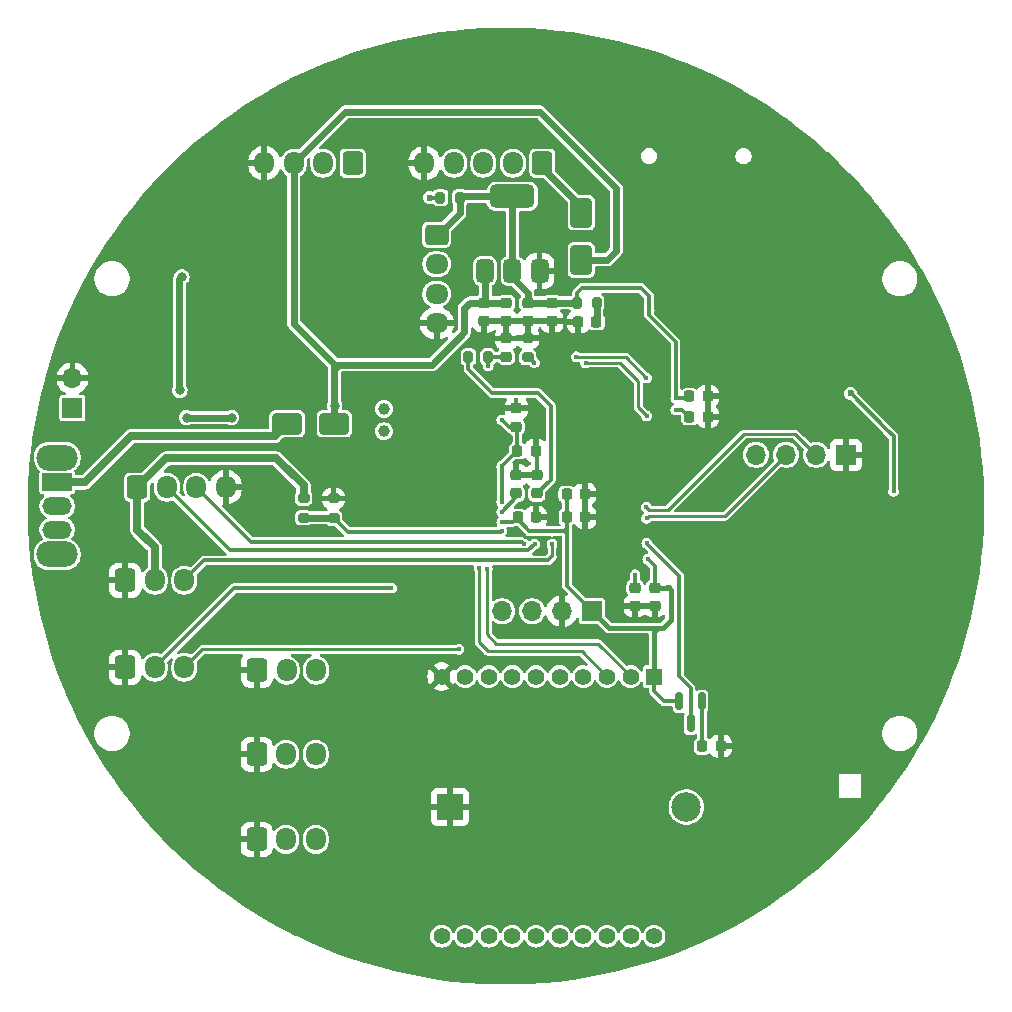
<source format=gbl>
G04 #@! TF.GenerationSoftware,KiCad,Pcbnew,8.0.5*
G04 #@! TF.CreationDate,2024-11-26T16:03:35+07:00*
G04 #@! TF.ProjectId,probe06-ivy,70726f62-6530-4362-9d69-76792e6b6963,1*
G04 #@! TF.SameCoordinates,Original*
G04 #@! TF.FileFunction,Copper,L2,Bot*
G04 #@! TF.FilePolarity,Positive*
%FSLAX46Y46*%
G04 Gerber Fmt 4.6, Leading zero omitted, Abs format (unit mm)*
G04 Created by KiCad (PCBNEW 8.0.5) date 2024-11-26 16:03:35*
%MOMM*%
%LPD*%
G01*
G04 APERTURE LIST*
G04 Aperture macros list*
%AMRoundRect*
0 Rectangle with rounded corners*
0 $1 Rounding radius*
0 $2 $3 $4 $5 $6 $7 $8 $9 X,Y pos of 4 corners*
0 Add a 4 corners polygon primitive as box body*
4,1,4,$2,$3,$4,$5,$6,$7,$8,$9,$2,$3,0*
0 Add four circle primitives for the rounded corners*
1,1,$1+$1,$2,$3*
1,1,$1+$1,$4,$5*
1,1,$1+$1,$6,$7*
1,1,$1+$1,$8,$9*
0 Add four rect primitives between the rounded corners*
20,1,$1+$1,$2,$3,$4,$5,0*
20,1,$1+$1,$4,$5,$6,$7,0*
20,1,$1+$1,$6,$7,$8,$9,0*
20,1,$1+$1,$8,$9,$2,$3,0*%
G04 Aperture macros list end*
G04 #@! TA.AperFunction,ComponentPad*
%ADD10RoundRect,0.250000X-0.600000X-0.725000X0.600000X-0.725000X0.600000X0.725000X-0.600000X0.725000X0*%
G04 #@! TD*
G04 #@! TA.AperFunction,ComponentPad*
%ADD11O,1.700000X1.950000*%
G04 #@! TD*
G04 #@! TA.AperFunction,ComponentPad*
%ADD12RoundRect,0.250000X0.600000X0.725000X-0.600000X0.725000X-0.600000X-0.725000X0.600000X-0.725000X0*%
G04 #@! TD*
G04 #@! TA.AperFunction,ComponentPad*
%ADD13O,3.500000X2.200000*%
G04 #@! TD*
G04 #@! TA.AperFunction,ComponentPad*
%ADD14R,2.500000X1.500000*%
G04 #@! TD*
G04 #@! TA.AperFunction,ComponentPad*
%ADD15O,2.500000X1.500000*%
G04 #@! TD*
G04 #@! TA.AperFunction,ComponentPad*
%ADD16R,1.700000X1.700000*%
G04 #@! TD*
G04 #@! TA.AperFunction,ComponentPad*
%ADD17O,1.700000X1.700000*%
G04 #@! TD*
G04 #@! TA.AperFunction,ComponentPad*
%ADD18R,1.400000X1.400000*%
G04 #@! TD*
G04 #@! TA.AperFunction,ComponentPad*
%ADD19C,1.400000*%
G04 #@! TD*
G04 #@! TA.AperFunction,ComponentPad*
%ADD20C,1.000000*%
G04 #@! TD*
G04 #@! TA.AperFunction,ComponentPad*
%ADD21RoundRect,0.250000X-0.725000X0.600000X-0.725000X-0.600000X0.725000X-0.600000X0.725000X0.600000X0*%
G04 #@! TD*
G04 #@! TA.AperFunction,ComponentPad*
%ADD22O,1.950000X1.700000*%
G04 #@! TD*
G04 #@! TA.AperFunction,SMDPad,CuDef*
%ADD23RoundRect,0.225000X-0.225000X-0.250000X0.225000X-0.250000X0.225000X0.250000X-0.225000X0.250000X0*%
G04 #@! TD*
G04 #@! TA.AperFunction,ComponentPad*
%ADD24R,2.170000X2.170000*%
G04 #@! TD*
G04 #@! TA.AperFunction,ComponentPad*
%ADD25C,2.500000*%
G04 #@! TD*
G04 #@! TA.AperFunction,SMDPad,CuDef*
%ADD26RoundRect,0.225000X0.250000X-0.225000X0.250000X0.225000X-0.250000X0.225000X-0.250000X-0.225000X0*%
G04 #@! TD*
G04 #@! TA.AperFunction,SMDPad,CuDef*
%ADD27RoundRect,0.200000X0.275000X-0.200000X0.275000X0.200000X-0.275000X0.200000X-0.275000X-0.200000X0*%
G04 #@! TD*
G04 #@! TA.AperFunction,SMDPad,CuDef*
%ADD28RoundRect,0.150000X-0.150000X0.587500X-0.150000X-0.587500X0.150000X-0.587500X0.150000X0.587500X0*%
G04 #@! TD*
G04 #@! TA.AperFunction,SMDPad,CuDef*
%ADD29RoundRect,0.225000X-0.250000X0.225000X-0.250000X-0.225000X0.250000X-0.225000X0.250000X0.225000X0*%
G04 #@! TD*
G04 #@! TA.AperFunction,SMDPad,CuDef*
%ADD30RoundRect,0.250000X0.650000X-1.000000X0.650000X1.000000X-0.650000X1.000000X-0.650000X-1.000000X0*%
G04 #@! TD*
G04 #@! TA.AperFunction,SMDPad,CuDef*
%ADD31RoundRect,0.200000X0.200000X0.275000X-0.200000X0.275000X-0.200000X-0.275000X0.200000X-0.275000X0*%
G04 #@! TD*
G04 #@! TA.AperFunction,SMDPad,CuDef*
%ADD32RoundRect,0.200000X-0.275000X0.200000X-0.275000X-0.200000X0.275000X-0.200000X0.275000X0.200000X0*%
G04 #@! TD*
G04 #@! TA.AperFunction,SMDPad,CuDef*
%ADD33RoundRect,0.250000X1.000000X0.650000X-1.000000X0.650000X-1.000000X-0.650000X1.000000X-0.650000X0*%
G04 #@! TD*
G04 #@! TA.AperFunction,SMDPad,CuDef*
%ADD34RoundRect,0.200000X-0.200000X-0.275000X0.200000X-0.275000X0.200000X0.275000X-0.200000X0.275000X0*%
G04 #@! TD*
G04 #@! TA.AperFunction,SMDPad,CuDef*
%ADD35RoundRect,0.375000X0.375000X-0.625000X0.375000X0.625000X-0.375000X0.625000X-0.375000X-0.625000X0*%
G04 #@! TD*
G04 #@! TA.AperFunction,SMDPad,CuDef*
%ADD36RoundRect,0.500000X1.400000X-0.500000X1.400000X0.500000X-1.400000X0.500000X-1.400000X-0.500000X0*%
G04 #@! TD*
G04 #@! TA.AperFunction,SMDPad,CuDef*
%ADD37RoundRect,0.225000X0.225000X0.250000X-0.225000X0.250000X-0.225000X-0.250000X0.225000X-0.250000X0*%
G04 #@! TD*
G04 #@! TA.AperFunction,ViaPad*
%ADD38C,0.400000*%
G04 #@! TD*
G04 #@! TA.AperFunction,ViaPad*
%ADD39C,0.600000*%
G04 #@! TD*
G04 #@! TA.AperFunction,ViaPad*
%ADD40C,0.800000*%
G04 #@! TD*
G04 #@! TA.AperFunction,Conductor*
%ADD41C,0.600000*%
G04 #@! TD*
G04 #@! TA.AperFunction,Conductor*
%ADD42C,0.400000*%
G04 #@! TD*
G04 #@! TA.AperFunction,Conductor*
%ADD43C,0.300000*%
G04 #@! TD*
G04 #@! TA.AperFunction,Conductor*
%ADD44C,0.240000*%
G04 #@! TD*
G04 #@! TA.AperFunction,Conductor*
%ADD45C,0.700000*%
G04 #@! TD*
G04 #@! TA.AperFunction,Conductor*
%ADD46C,0.250000*%
G04 #@! TD*
G04 APERTURE END LIST*
D10*
X113882500Y-109605000D03*
D11*
X116382500Y-109605000D03*
X118882500Y-109605000D03*
D12*
X149202500Y-74285000D03*
D11*
X146702500Y-74285000D03*
X144202500Y-74285000D03*
X141702500Y-74285000D03*
X139202500Y-74285000D03*
D13*
X108112500Y-99215000D03*
X108112500Y-107415000D03*
D14*
X108112500Y-101315000D03*
D15*
X108112500Y-103315000D03*
X108112500Y-105315000D03*
D16*
X153412500Y-112215000D03*
D17*
X150872500Y-112215000D03*
X148332500Y-112215000D03*
X145792500Y-112215000D03*
D10*
X125002500Y-131542000D03*
D11*
X127502500Y-131542000D03*
X130002500Y-131542000D03*
D18*
X158660000Y-117750000D03*
D19*
X156660000Y-117750000D03*
X154660000Y-117750000D03*
X152660000Y-117750000D03*
X150660000Y-117750000D03*
X148660000Y-117750000D03*
X146660000Y-117750000D03*
X144660000Y-117750000D03*
X142660000Y-117750000D03*
X140660000Y-117750000D03*
X140660000Y-139750000D03*
X142660000Y-139750000D03*
X144660000Y-139750000D03*
X146660000Y-139750000D03*
X148660000Y-139750000D03*
X150660000Y-139750000D03*
X152660000Y-139750000D03*
X154660000Y-139750000D03*
X156660000Y-139750000D03*
X158660000Y-139750000D03*
D20*
X135785000Y-96985000D03*
X135785000Y-95085000D03*
D10*
X125002500Y-124324000D03*
D11*
X127502500Y-124324000D03*
X130002500Y-124324000D03*
D16*
X109412500Y-95035000D03*
D17*
X109412500Y-92495000D03*
D16*
X174910000Y-98980000D03*
D17*
X172370000Y-98980000D03*
X169830000Y-98980000D03*
X167290000Y-98980000D03*
D10*
X125032500Y-117205000D03*
D11*
X127532500Y-117205000D03*
X130032500Y-117205000D03*
D10*
X113882500Y-116965000D03*
D11*
X116382500Y-116965000D03*
X118882500Y-116965000D03*
D12*
X133142500Y-74285000D03*
D11*
X130642500Y-74285000D03*
X128142500Y-74285000D03*
X125642500Y-74285000D03*
D21*
X140245000Y-80340000D03*
D22*
X140245000Y-82840000D03*
X140245000Y-85340000D03*
X140245000Y-87840000D03*
D10*
X114902500Y-101715000D03*
D11*
X117402500Y-101715000D03*
X119902500Y-101715000D03*
X122402500Y-101715000D03*
D23*
X161630400Y-94036200D03*
X163180400Y-94036200D03*
D24*
X141380000Y-128800000D03*
D25*
X161380000Y-128800000D03*
D26*
X146985000Y-96585000D03*
X146985000Y-95035000D03*
D27*
X131513500Y-104323500D03*
X131513500Y-102673500D03*
D28*
X160800000Y-119850000D03*
X162700000Y-119850000D03*
X161750000Y-121725000D03*
D23*
X151260000Y-102305000D03*
X152810000Y-102305000D03*
D29*
X146140900Y-86118000D03*
X146140900Y-87668000D03*
D23*
X162735000Y-123640000D03*
X164285000Y-123640000D03*
D30*
X152482500Y-82475000D03*
X152482500Y-78475000D03*
D26*
X146980000Y-102245000D03*
X146980000Y-100695000D03*
D23*
X147085000Y-98635000D03*
X148635000Y-98635000D03*
D31*
X144590000Y-90690000D03*
X142940000Y-90690000D03*
D32*
X147970000Y-89080000D03*
X147970000Y-90730000D03*
D33*
X131590000Y-96340000D03*
X127590000Y-96340000D03*
D29*
X147976300Y-86124000D03*
X147976300Y-87674000D03*
D26*
X146140000Y-90680000D03*
X146140000Y-89130000D03*
D32*
X128973500Y-102650000D03*
X128973500Y-104300000D03*
D26*
X148720000Y-102245000D03*
X148720000Y-100695000D03*
D34*
X152132500Y-86115000D03*
X153782500Y-86115000D03*
D31*
X142210900Y-77193000D03*
X140560900Y-77193000D03*
D29*
X144276300Y-86124000D03*
X144276300Y-87674000D03*
D35*
X148952500Y-83405000D03*
X146652500Y-83405000D03*
D36*
X146652500Y-77105000D03*
D35*
X144352500Y-83405000D03*
D29*
X157040000Y-110230000D03*
X157040000Y-111780000D03*
D37*
X153772500Y-87725000D03*
X152222500Y-87725000D03*
D29*
X150006300Y-86124000D03*
X150006300Y-87674000D03*
X158710000Y-110230000D03*
X158710000Y-111780000D03*
D37*
X148645000Y-104265000D03*
X147095000Y-104265000D03*
D23*
X161640000Y-95750000D03*
X163190000Y-95750000D03*
D37*
X152825000Y-104255000D03*
X151275000Y-104255000D03*
D38*
X178930000Y-102067500D03*
D39*
X175300000Y-93780000D03*
D38*
X158240000Y-86740000D03*
X145750000Y-102970000D03*
X145760000Y-104670000D03*
D39*
X159890000Y-110230000D03*
D38*
X145750000Y-99930000D03*
X158110000Y-107830000D03*
X160481600Y-94170600D03*
X136420000Y-110260000D03*
X145760000Y-96030000D03*
X144610000Y-91470000D03*
X142130000Y-115450000D03*
X145749880Y-103794880D03*
X157040000Y-109135900D03*
X160490000Y-95160000D03*
D40*
X118512500Y-93525000D03*
X118670000Y-83920000D03*
X119072500Y-95825000D03*
X122882500Y-95825000D03*
X131612500Y-94805000D03*
D38*
X158030000Y-106470000D03*
D39*
X139660000Y-77193000D03*
D38*
X147640000Y-106550000D03*
X158020000Y-104370000D03*
X158010000Y-103420000D03*
X158012500Y-95670000D03*
X152852500Y-91200000D03*
X152058044Y-90680000D03*
X158010000Y-92470000D03*
X148520000Y-91170000D03*
X145760000Y-105440000D03*
X148530000Y-106550000D03*
X150010000Y-106530000D03*
X144520000Y-108620000D03*
X143845000Y-108600000D03*
D40*
X125320000Y-95550000D03*
D38*
X172260000Y-103740000D03*
D40*
X171270000Y-130600000D03*
X148420000Y-80800000D03*
X166920000Y-116630000D03*
X120490000Y-84150000D03*
X163060000Y-110990000D03*
X120490000Y-78510000D03*
X125600000Y-88660000D03*
X125590000Y-86850000D03*
X178900000Y-120030000D03*
X173390000Y-116650000D03*
X170250000Y-116630000D03*
X176240000Y-110930000D03*
X159650000Y-80800000D03*
D38*
X145740000Y-98660000D03*
D40*
X116830000Y-86020000D03*
D38*
X146980000Y-94330000D03*
D40*
X122480000Y-78520000D03*
X171260000Y-126100000D03*
X168780000Y-130580000D03*
X177090000Y-123730000D03*
X168730000Y-121410000D03*
X157080000Y-79040000D03*
X163070000Y-116640000D03*
X171240000Y-128570000D03*
X176290000Y-116700000D03*
X124200000Y-86850000D03*
X173370000Y-113930000D03*
X168760000Y-123730000D03*
X116810000Y-88890000D03*
X173340000Y-110940000D03*
D38*
X161460000Y-106880000D03*
D40*
X168760000Y-126110000D03*
X170260000Y-110950000D03*
X125630000Y-90510000D03*
X176290000Y-113860000D03*
X178870000Y-117590000D03*
X163060000Y-113870000D03*
X166150000Y-121420000D03*
X124600000Y-78520000D03*
X166940000Y-110920000D03*
X178900000Y-125180000D03*
X129910000Y-78550000D03*
X166940000Y-113870000D03*
X120510000Y-80800000D03*
X126910000Y-78560000D03*
X148430000Y-79110000D03*
X173820000Y-130560000D03*
X159640000Y-79070000D03*
X150200000Y-79090000D03*
X157050000Y-80790000D03*
X171190000Y-123750000D03*
D39*
X175460000Y-85190000D03*
D40*
X177090000Y-121380000D03*
X168800000Y-128450000D03*
X170280000Y-113880000D03*
X150210000Y-80820000D03*
D38*
X158020000Y-94680000D03*
D41*
X150006300Y-86124000D02*
X152123500Y-86124000D01*
D42*
X158950000Y-113640000D02*
X158692500Y-113897500D01*
D43*
X161496000Y-94170600D02*
X161630400Y-94036200D01*
X151275000Y-104255000D02*
X151275000Y-102320000D01*
D41*
X147976300Y-85258800D02*
X147976300Y-86124000D01*
D43*
X151275000Y-105670000D02*
X151275000Y-110077500D01*
X151275000Y-110077500D02*
X153412500Y-112215000D01*
X151275000Y-105665000D02*
X151275000Y-105670000D01*
X151275000Y-102320000D02*
X151260000Y-102305000D01*
D41*
X146652500Y-83405000D02*
X146652500Y-83935000D01*
D42*
X159390000Y-113640000D02*
X154837500Y-113640000D01*
D43*
X158240000Y-86740000D02*
X158240000Y-87170000D01*
X145750000Y-99910000D02*
X147025000Y-98635000D01*
X145750000Y-102970000D02*
X145750000Y-99930000D01*
X145760000Y-104670000D02*
X146690000Y-104670000D01*
D42*
X158682500Y-117727500D02*
X158660000Y-117750000D01*
D41*
X142298900Y-77105000D02*
X142210900Y-77193000D01*
D43*
X158240000Y-86740000D02*
X158240000Y-85540000D01*
X145785000Y-96035000D02*
X145755000Y-96035000D01*
X158240000Y-85540000D02*
X157540000Y-84840000D01*
D42*
X158710000Y-110230000D02*
X159890000Y-110230000D01*
D43*
X158660000Y-118990000D02*
X159520000Y-119850000D01*
D41*
X146652500Y-77105000D02*
X142298900Y-77105000D01*
D43*
X178930000Y-97410000D02*
X178370000Y-96850000D01*
D44*
X144610000Y-90710000D02*
X144590000Y-90690000D01*
D43*
X147095000Y-104445000D02*
X147095000Y-104265000D01*
D42*
X160060000Y-112970000D02*
X159390000Y-113640000D01*
D43*
X160481600Y-89411600D02*
X160481600Y-94170600D01*
X147085000Y-98635000D02*
X147085000Y-96685000D01*
X151050000Y-105440000D02*
X151275000Y-105665000D01*
X151275000Y-104255000D02*
X151275000Y-105215000D01*
D44*
X145755000Y-96035000D02*
X145760000Y-96030000D01*
D43*
X144590000Y-90690000D02*
X146120000Y-90690000D01*
D41*
X142210900Y-78509100D02*
X140360000Y-80360000D01*
D43*
X158110000Y-107830000D02*
X158710000Y-108430000D01*
X157540000Y-84840000D02*
X152570000Y-84840000D01*
X151275000Y-105215000D02*
X151050000Y-105440000D01*
X152570000Y-84840000D02*
X152132500Y-85277500D01*
D41*
X146652500Y-83405000D02*
X146652500Y-77105000D01*
D43*
X178930000Y-102067500D02*
X178930000Y-97410000D01*
X116382500Y-116965000D02*
X123087500Y-110260000D01*
X148090000Y-105440000D02*
X147095000Y-104445000D01*
D42*
X160060000Y-110400000D02*
X160060000Y-112970000D01*
D43*
X123087500Y-110260000D02*
X136420000Y-110260000D01*
X159520000Y-119850000D02*
X160800000Y-119850000D01*
D41*
X142210900Y-77193000D02*
X142210900Y-78509100D01*
D42*
X158660000Y-113640000D02*
X158682500Y-113662500D01*
X159890000Y-110230000D02*
X160060000Y-110400000D01*
D43*
X152132500Y-85277500D02*
X152132500Y-86115000D01*
D42*
X158682500Y-113662500D02*
X158682500Y-117727500D01*
D43*
X158240000Y-87170000D02*
X160481600Y-89411600D01*
X144610000Y-91470000D02*
X144610000Y-90710000D01*
X160481600Y-94170600D02*
X161496000Y-94170600D01*
D41*
X146652500Y-83935000D02*
X147976300Y-85258800D01*
D43*
X146335000Y-96585000D02*
X145785000Y-96035000D01*
X151275000Y-104255000D02*
X151275000Y-105670000D01*
X151050000Y-105440000D02*
X148090000Y-105440000D01*
D41*
X147976300Y-86124000D02*
X150006300Y-86124000D01*
D43*
X145750000Y-99930000D02*
X145750000Y-99910000D01*
X158660000Y-117750000D02*
X158660000Y-118990000D01*
D42*
X154837500Y-113640000D02*
X153412500Y-112215000D01*
D43*
X178370000Y-96850000D02*
X175300000Y-93780000D01*
X147085000Y-96685000D02*
X146985000Y-96585000D01*
D42*
X158692500Y-113897500D02*
X158440000Y-113645000D01*
D43*
X146985000Y-96585000D02*
X146335000Y-96585000D01*
D41*
X152123500Y-86124000D02*
X152132500Y-86115000D01*
D43*
X158710000Y-108430000D02*
X158710000Y-110230000D01*
X146690000Y-104670000D02*
X147095000Y-104265000D01*
X147025000Y-98635000D02*
X147085000Y-98635000D01*
D45*
X114902500Y-105322500D02*
X116382500Y-106802500D01*
X117337500Y-99280000D02*
X126680000Y-99280000D01*
X116382500Y-106802500D02*
X116382500Y-109605000D01*
X126680000Y-99280000D02*
X128973500Y-101573500D01*
X114902500Y-101715000D02*
X114902500Y-105322500D01*
X114902500Y-101715000D02*
X117337500Y-99280000D01*
X128973500Y-101573500D02*
X128973500Y-102650000D01*
D46*
X142130000Y-115450000D02*
X120397500Y-115450000D01*
X120397500Y-115450000D02*
X118882500Y-116965000D01*
D43*
X161380000Y-128800000D02*
X161402500Y-128777500D01*
X162720000Y-119870000D02*
X162700000Y-119850000D01*
X162720000Y-123625000D02*
X162720000Y-119870000D01*
X162735000Y-123640000D02*
X162720000Y-123625000D01*
X142940000Y-91740000D02*
X144940000Y-93740000D01*
X149920000Y-94850000D02*
X149920000Y-101070000D01*
X145765000Y-103795000D02*
X146980000Y-102580000D01*
X142940000Y-90690000D02*
X142940000Y-91740000D01*
X146980000Y-102580000D02*
X146980000Y-102245000D01*
X149920000Y-101070000D02*
X148745000Y-102245000D01*
X148810000Y-93740000D02*
X149920000Y-94850000D01*
D44*
X148745000Y-102245000D02*
X148720000Y-102245000D01*
D43*
X144940000Y-93740000D02*
X148810000Y-93740000D01*
X157040000Y-110230000D02*
X157040000Y-109135900D01*
D44*
X157040000Y-109135900D02*
X157034100Y-109130000D01*
D43*
X160490000Y-95160000D02*
X161000000Y-95160000D01*
X161000000Y-95160000D02*
X161590000Y-95750000D01*
D41*
X118470000Y-84120000D02*
X118470000Y-93482500D01*
X118470000Y-93482500D02*
X118512500Y-93525000D01*
X118670000Y-83920000D02*
X118470000Y-84120000D01*
X119072500Y-95825000D02*
X122882500Y-95825000D01*
X149000000Y-69930000D02*
X132497500Y-69930000D01*
X131582500Y-94835000D02*
X131582500Y-91737500D01*
X131960000Y-91360000D02*
X131640000Y-91360000D01*
X142590000Y-86580000D02*
X143046000Y-86124000D01*
X131582500Y-91302500D02*
X131582500Y-91737500D01*
X128142500Y-74285000D02*
X128142500Y-87862500D01*
X132497500Y-69930000D02*
X128142500Y-74285000D01*
X142590000Y-88590000D02*
X142590000Y-86580000D01*
X144352500Y-86047800D02*
X144276300Y-86124000D01*
X131960000Y-91360000D02*
X139820000Y-91360000D01*
X144282300Y-86118000D02*
X144276300Y-86124000D01*
X155440000Y-81710000D02*
X155440000Y-76370000D01*
X154675000Y-82475000D02*
X155440000Y-81710000D01*
X131590000Y-94842500D02*
X131582500Y-94835000D01*
X152482500Y-82475000D02*
X154675000Y-82475000D01*
X146140900Y-86118000D02*
X144282300Y-86118000D01*
X131582500Y-91737500D02*
X131960000Y-91360000D01*
X155440000Y-76370000D02*
X149000000Y-69930000D01*
X144352500Y-83405000D02*
X144352500Y-86047800D01*
X131640000Y-91360000D02*
X131582500Y-91302500D01*
X143046000Y-86124000D02*
X144276300Y-86124000D01*
X128142500Y-87862500D02*
X131582500Y-91302500D01*
X131590000Y-96340000D02*
X131590000Y-94842500D01*
X139820000Y-91360000D02*
X142590000Y-88590000D01*
D43*
X160780000Y-117720000D02*
X161750000Y-118690000D01*
X158030000Y-106500000D02*
X160780000Y-109250000D01*
X161750000Y-118690000D02*
X161750000Y-121725000D01*
X158030000Y-106470000D02*
X158030000Y-106500000D01*
X160780000Y-109250000D02*
X160780000Y-117720000D01*
D41*
X149202500Y-74665000D02*
X149202500Y-74285000D01*
X152482500Y-78475000D02*
X152482500Y-77945000D01*
X152482500Y-77945000D02*
X149202500Y-74665000D01*
D43*
X139660000Y-77193000D02*
X140560900Y-77193000D01*
X147430000Y-106340000D02*
X124527500Y-106340000D01*
X124527500Y-106340000D02*
X119902500Y-101715000D01*
X147640000Y-106550000D02*
X147430000Y-106340000D01*
D44*
X169830000Y-98990000D02*
X169830000Y-98980000D01*
X158220000Y-104170000D02*
X164650000Y-104170000D01*
X164650000Y-104170000D02*
X169830000Y-98990000D01*
X158020000Y-104370000D02*
X158220000Y-104170000D01*
X158010000Y-103420000D02*
X158250000Y-103660000D01*
X170610000Y-97220000D02*
X172370000Y-98980000D01*
X166240000Y-97220000D02*
X170610000Y-97220000D01*
X159800000Y-103660000D02*
X166240000Y-97220000D01*
X158250000Y-103660000D02*
X159800000Y-103660000D01*
D46*
X157300000Y-92720000D02*
X155780000Y-91200000D01*
X155780000Y-91200000D02*
X152852500Y-91200000D01*
X157300000Y-94957500D02*
X157300000Y-92720000D01*
X158012500Y-95670000D02*
X157300000Y-94957500D01*
D44*
X152078044Y-90700000D02*
X152058044Y-90680000D01*
D46*
X156240000Y-90700000D02*
X152078044Y-90700000D01*
X158010000Y-92470000D02*
X156240000Y-90700000D01*
D44*
X147970000Y-90730000D02*
X148080000Y-90730000D01*
D43*
X148080000Y-90730000D02*
X148520000Y-91170000D01*
D41*
X128973500Y-104300000D02*
X131490000Y-104300000D01*
D43*
X145760000Y-105440000D02*
X145680000Y-105520000D01*
X131523500Y-104323500D02*
X131513500Y-104323500D01*
X132720000Y-105520000D02*
X131523500Y-104323500D01*
X145680000Y-105520000D02*
X132720000Y-105520000D01*
X122747500Y-107060000D02*
X117402500Y-101715000D01*
X148530000Y-106550000D02*
X148020000Y-107060000D01*
X148020000Y-107060000D02*
X122747500Y-107060000D01*
D44*
X150010000Y-106530000D02*
X150010000Y-107570000D01*
D43*
X120577500Y-107910000D02*
X118882500Y-109605000D01*
X149670000Y-107910000D02*
X120577500Y-107910000D01*
X150010000Y-107570000D02*
X149670000Y-107910000D01*
D46*
X153880000Y-114960000D02*
X156660000Y-117740000D01*
X144520000Y-114180000D02*
X145300000Y-114960000D01*
D44*
X156660000Y-117740000D02*
X156660000Y-117750000D01*
D46*
X144520000Y-108620000D02*
X144520000Y-114180000D01*
X145300000Y-114960000D02*
X153880000Y-114960000D01*
X152510000Y-115600000D02*
X154660000Y-117750000D01*
X143840000Y-114860000D02*
X144580000Y-115600000D01*
X143840000Y-108605000D02*
X143840000Y-114860000D01*
D44*
X143845000Y-108600000D02*
X143840000Y-108605000D01*
D46*
X144580000Y-115600000D02*
X152510000Y-115600000D01*
D43*
X149705000Y-104265000D02*
X150100000Y-103870000D01*
X150820000Y-101270000D02*
X152520000Y-101270000D01*
X146980000Y-95030000D02*
X146985000Y-95035000D01*
X148645000Y-104265000D02*
X149705000Y-104265000D01*
X148720000Y-100695000D02*
X148720000Y-98720000D01*
X163162900Y-95051200D02*
X163172500Y-95060800D01*
X150100000Y-101990000D02*
X150820000Y-101270000D01*
X152810000Y-101560000D02*
X152810000Y-102305000D01*
X146980000Y-94330000D02*
X146980000Y-95030000D01*
X150100000Y-103870000D02*
X150100000Y-101990000D01*
X163190000Y-94045800D02*
X163190000Y-95750000D01*
X148720000Y-98720000D02*
X148635000Y-98635000D01*
X152520000Y-101270000D02*
X152810000Y-101560000D01*
D45*
X114347500Y-97400000D02*
X110432500Y-101315000D01*
X127590000Y-96340000D02*
X126530000Y-97400000D01*
X110432500Y-101315000D02*
X108112500Y-101315000D01*
X126530000Y-97400000D02*
X114347500Y-97400000D01*
D41*
X153782500Y-86115000D02*
X153782500Y-87715000D01*
X153782500Y-87715000D02*
X153772500Y-87725000D01*
G04 #@! TA.AperFunction,Conductor*
G36*
X147089783Y-105010184D02*
G01*
X147110425Y-105026818D01*
X147769519Y-105685912D01*
X147769520Y-105685913D01*
X147844087Y-105760480D01*
X147935413Y-105813207D01*
X148037273Y-105840500D01*
X149896747Y-105840500D01*
X149963786Y-105860185D01*
X150009541Y-105912989D01*
X150009999Y-105916177D01*
X150010458Y-105912989D01*
X150056213Y-105860185D01*
X150123252Y-105840500D01*
X150750500Y-105840500D01*
X150817539Y-105860185D01*
X150863294Y-105912989D01*
X150874500Y-105964500D01*
X150874500Y-110130226D01*
X150901793Y-110232089D01*
X150917908Y-110260000D01*
X150954520Y-110323413D01*
X150954522Y-110323415D01*
X151332077Y-110700970D01*
X151365562Y-110762293D01*
X151360578Y-110831985D01*
X151318706Y-110887918D01*
X151253242Y-110912335D01*
X151212303Y-110908426D01*
X151122500Y-110884363D01*
X151122500Y-111781988D01*
X151065493Y-111749075D01*
X150938326Y-111715000D01*
X150806674Y-111715000D01*
X150679507Y-111749075D01*
X150622500Y-111781988D01*
X150622500Y-110884364D01*
X150622499Y-110884364D01*
X150409013Y-110941567D01*
X150409007Y-110941570D01*
X150194922Y-111041399D01*
X150194920Y-111041400D01*
X150001426Y-111176886D01*
X150001420Y-111176891D01*
X149834391Y-111343920D01*
X149834386Y-111343926D01*
X149698900Y-111537420D01*
X149698899Y-111537422D01*
X149599070Y-111751507D01*
X149599068Y-111751511D01*
X149590092Y-111785011D01*
X149553726Y-111844671D01*
X149490879Y-111875199D01*
X149421503Y-111866904D01*
X149367626Y-111822418D01*
X149359317Y-111808188D01*
X149312915Y-111715000D01*
X149272173Y-111633179D01*
X149149264Y-111470421D01*
X149149262Y-111470418D01*
X148998541Y-111333019D01*
X148998539Y-111333017D01*
X148825142Y-111225655D01*
X148825135Y-111225651D01*
X148699269Y-111176891D01*
X148634956Y-111151976D01*
X148434476Y-111114500D01*
X148230524Y-111114500D01*
X148030044Y-111151976D01*
X148030041Y-111151976D01*
X148030041Y-111151977D01*
X147839864Y-111225651D01*
X147839857Y-111225655D01*
X147666460Y-111333017D01*
X147666458Y-111333019D01*
X147515737Y-111470418D01*
X147392827Y-111633178D01*
X147301922Y-111815739D01*
X147301917Y-111815752D01*
X147246102Y-112011917D01*
X147227285Y-112214999D01*
X147227285Y-112215000D01*
X147246102Y-112418082D01*
X147301917Y-112614247D01*
X147301922Y-112614260D01*
X147392827Y-112796821D01*
X147515737Y-112959581D01*
X147666458Y-113096980D01*
X147666460Y-113096982D01*
X147666462Y-113096983D01*
X147839863Y-113204348D01*
X148030044Y-113278024D01*
X148230524Y-113315500D01*
X148230526Y-113315500D01*
X148434474Y-113315500D01*
X148434476Y-113315500D01*
X148634956Y-113278024D01*
X148825137Y-113204348D01*
X148998541Y-113096981D01*
X149149264Y-112959579D01*
X149272173Y-112796821D01*
X149359317Y-112621812D01*
X149406819Y-112570575D01*
X149474482Y-112553153D01*
X149540823Y-112575078D01*
X149584778Y-112629389D01*
X149590092Y-112644989D01*
X149599067Y-112678485D01*
X149599070Y-112678492D01*
X149698899Y-112892578D01*
X149834394Y-113086082D01*
X150001417Y-113253105D01*
X150194921Y-113388600D01*
X150409007Y-113488429D01*
X150409016Y-113488433D01*
X150622500Y-113545634D01*
X150622500Y-112648012D01*
X150679507Y-112680925D01*
X150806674Y-112715000D01*
X150938326Y-112715000D01*
X151065493Y-112680925D01*
X151122500Y-112648012D01*
X151122500Y-113545633D01*
X151335983Y-113488433D01*
X151335992Y-113488429D01*
X151550078Y-113388600D01*
X151743582Y-113253105D01*
X151910605Y-113086082D01*
X152046100Y-112892577D01*
X152046101Y-112892575D01*
X152075618Y-112829277D01*
X152121790Y-112776837D01*
X152188983Y-112757685D01*
X152255864Y-112777900D01*
X152301199Y-112831065D01*
X152312000Y-112881681D01*
X152312000Y-113089678D01*
X152326532Y-113162735D01*
X152326533Y-113162739D01*
X152326534Y-113162740D01*
X152381899Y-113245601D01*
X152444761Y-113287603D01*
X152464760Y-113300966D01*
X152464764Y-113300967D01*
X152537821Y-113315499D01*
X152537824Y-113315500D01*
X152537826Y-113315500D01*
X153824535Y-113315500D01*
X153891574Y-113335185D01*
X153912216Y-113351819D01*
X154560886Y-114000489D01*
X154560887Y-114000490D01*
X154560889Y-114000491D01*
X154620193Y-114034729D01*
X154620196Y-114034732D01*
X154654437Y-114054500D01*
X154663614Y-114059799D01*
X154778191Y-114090500D01*
X158108000Y-114090500D01*
X158175039Y-114110185D01*
X158220794Y-114162989D01*
X158232000Y-114214500D01*
X158232000Y-116675500D01*
X158212315Y-116742539D01*
X158159511Y-116788294D01*
X158108000Y-116799500D01*
X157935323Y-116799500D01*
X157862264Y-116814032D01*
X157862260Y-116814033D01*
X157779399Y-116869399D01*
X157724033Y-116952260D01*
X157724032Y-116952264D01*
X157709500Y-117025321D01*
X157709500Y-117202091D01*
X157689815Y-117269130D01*
X157637011Y-117314885D01*
X157567853Y-117324829D01*
X157504297Y-117295804D01*
X157476142Y-117260545D01*
X157470378Y-117249762D01*
X157454136Y-117219375D01*
X157413271Y-117169581D01*
X157335357Y-117074642D01*
X157190626Y-116955864D01*
X157190623Y-116955862D01*
X157025502Y-116867604D01*
X156846333Y-116813253D01*
X156846331Y-116813252D01*
X156660000Y-116794901D01*
X156473669Y-116813252D01*
X156473666Y-116813253D01*
X156384141Y-116840409D01*
X156314274Y-116841032D01*
X156260467Y-116809429D01*
X154110563Y-114659526D01*
X154110562Y-114659525D01*
X154024938Y-114610090D01*
X153977186Y-114597295D01*
X153977184Y-114597294D01*
X153977182Y-114597293D01*
X153929436Y-114584500D01*
X153929435Y-114584500D01*
X145506899Y-114584500D01*
X145439860Y-114564815D01*
X145419218Y-114548181D01*
X144931819Y-114060782D01*
X144898334Y-113999459D01*
X144895500Y-113973101D01*
X144895500Y-113167267D01*
X144915185Y-113100228D01*
X144967989Y-113054473D01*
X145037147Y-113044529D01*
X145100703Y-113073554D01*
X145103000Y-113075596D01*
X145126459Y-113096981D01*
X145299863Y-113204348D01*
X145490044Y-113278024D01*
X145690524Y-113315500D01*
X145690526Y-113315500D01*
X145894474Y-113315500D01*
X145894476Y-113315500D01*
X146094956Y-113278024D01*
X146285137Y-113204348D01*
X146458541Y-113096981D01*
X146609264Y-112959579D01*
X146732173Y-112796821D01*
X146823082Y-112614250D01*
X146878897Y-112418083D01*
X146897715Y-112215000D01*
X146891615Y-112149174D01*
X146878897Y-112011917D01*
X146823082Y-111815750D01*
X146822659Y-111814901D01*
X146772915Y-111715000D01*
X146732173Y-111633179D01*
X146609264Y-111470421D01*
X146609262Y-111470418D01*
X146458541Y-111333019D01*
X146458539Y-111333017D01*
X146285142Y-111225655D01*
X146285135Y-111225651D01*
X146159269Y-111176891D01*
X146094956Y-111151976D01*
X145894476Y-111114500D01*
X145690524Y-111114500D01*
X145490044Y-111151976D01*
X145490041Y-111151976D01*
X145490041Y-111151977D01*
X145299864Y-111225651D01*
X145299857Y-111225655D01*
X145126460Y-111333017D01*
X145126458Y-111333019D01*
X145103037Y-111354370D01*
X145040232Y-111384987D01*
X144970845Y-111376788D01*
X144916906Y-111332377D01*
X144895539Y-111265855D01*
X144895500Y-111262732D01*
X144895500Y-108909202D01*
X144906706Y-108857690D01*
X144956697Y-108748225D01*
X144975133Y-108620000D01*
X144956697Y-108491774D01*
X144954065Y-108486012D01*
X144944121Y-108416857D01*
X144973144Y-108353300D01*
X145031921Y-108315524D01*
X145066859Y-108310500D01*
X149722725Y-108310500D01*
X149722727Y-108310500D01*
X149824588Y-108283207D01*
X149915913Y-108230480D01*
X150330480Y-107815912D01*
X150383207Y-107724587D01*
X150410501Y-107622727D01*
X150410501Y-107517273D01*
X150384724Y-107421074D01*
X150380500Y-107388986D01*
X150380500Y-106830151D01*
X150391706Y-106778639D01*
X150437563Y-106678226D01*
X150446697Y-106658226D01*
X150465133Y-106530000D01*
X150446697Y-106401774D01*
X150392882Y-106283937D01*
X150308049Y-106186033D01*
X150199069Y-106115996D01*
X150199065Y-106115994D01*
X150199064Y-106115994D01*
X150088319Y-106083477D01*
X150029541Y-106045703D01*
X150010000Y-106002916D01*
X149990460Y-106045703D01*
X149931682Y-106083477D01*
X149931681Y-106083477D01*
X149820935Y-106115994D01*
X149820932Y-106115995D01*
X149820931Y-106115996D01*
X149769677Y-106148934D01*
X149711950Y-106186033D01*
X149627118Y-106283937D01*
X149627117Y-106283938D01*
X149573302Y-106401774D01*
X149554867Y-106530000D01*
X149573302Y-106658225D01*
X149628294Y-106778639D01*
X149639500Y-106830151D01*
X149639500Y-107322745D01*
X149619815Y-107389784D01*
X149603181Y-107410426D01*
X149540426Y-107473181D01*
X149479103Y-107506666D01*
X149452745Y-107509500D01*
X148436255Y-107509500D01*
X148369216Y-107489815D01*
X148323461Y-107437011D01*
X148313517Y-107367853D01*
X148342542Y-107304297D01*
X148348562Y-107297830D01*
X148644765Y-107001627D01*
X148697509Y-106970334D01*
X148719069Y-106964004D01*
X148719072Y-106964002D01*
X148719073Y-106964002D01*
X148810198Y-106905439D01*
X148828049Y-106893967D01*
X148912882Y-106796063D01*
X148966697Y-106678226D01*
X148985133Y-106550000D01*
X148966697Y-106421774D01*
X148912882Y-106303937D01*
X148828049Y-106206033D01*
X148719069Y-106135996D01*
X148719065Y-106135994D01*
X148719064Y-106135994D01*
X148594774Y-106099500D01*
X148594772Y-106099500D01*
X148465228Y-106099500D01*
X148465226Y-106099500D01*
X148340935Y-106135994D01*
X148340932Y-106135995D01*
X148340931Y-106135996D01*
X148231951Y-106206033D01*
X148231948Y-106206035D01*
X148178713Y-106267472D01*
X148119935Y-106305247D01*
X148050066Y-106305247D01*
X147991287Y-106267473D01*
X147991287Y-106267472D01*
X147938051Y-106206034D01*
X147829067Y-106135995D01*
X147807506Y-106129664D01*
X147754761Y-106098368D01*
X147675915Y-106019522D01*
X147675913Y-106019520D01*
X147630250Y-105993156D01*
X147584589Y-105966793D01*
X147532290Y-105952780D01*
X147482727Y-105939500D01*
X147482726Y-105939500D01*
X146194801Y-105939500D01*
X146127762Y-105919815D01*
X146082007Y-105867011D01*
X146072063Y-105797853D01*
X146101087Y-105734298D01*
X146108776Y-105725423D01*
X146142882Y-105686063D01*
X146196697Y-105568226D01*
X146215133Y-105440000D01*
X146196697Y-105311774D01*
X146166663Y-105246011D01*
X146156720Y-105176854D01*
X146185745Y-105113298D01*
X146244523Y-105075523D01*
X146279458Y-105070500D01*
X146742725Y-105070500D01*
X146742727Y-105070500D01*
X146844588Y-105043207D01*
X146907103Y-105007112D01*
X146969104Y-104990499D01*
X147022744Y-104990499D01*
X147089783Y-105010184D01*
G37*
G04 #@! TD.AperFunction*
G04 #@! TA.AperFunction,Conductor*
G36*
X147755538Y-99235994D02*
G01*
X147801650Y-99279730D01*
X147837424Y-99337728D01*
X147837427Y-99337732D01*
X147957267Y-99457572D01*
X147957271Y-99457575D01*
X148101507Y-99546542D01*
X148101518Y-99546547D01*
X148171494Y-99569735D01*
X148228939Y-99609508D01*
X148255762Y-99674023D01*
X148243447Y-99742799D01*
X148195904Y-99793999D01*
X148171495Y-99805147D01*
X148161516Y-99808453D01*
X148161507Y-99808457D01*
X148017271Y-99897424D01*
X147937681Y-99977014D01*
X147876357Y-100010498D01*
X147806666Y-100005514D01*
X147762319Y-99977014D01*
X147682728Y-99897424D01*
X147538492Y-99808457D01*
X147538481Y-99808452D01*
X147377606Y-99755144D01*
X147278322Y-99745000D01*
X147230000Y-99745000D01*
X147230000Y-100445000D01*
X148846000Y-100445000D01*
X148913039Y-100464685D01*
X148958794Y-100517489D01*
X148970000Y-100569000D01*
X148970000Y-100821000D01*
X148950315Y-100888039D01*
X148897511Y-100933794D01*
X148846000Y-100945000D01*
X146854000Y-100945000D01*
X146786961Y-100925315D01*
X146741206Y-100872511D01*
X146730000Y-100821000D01*
X146730000Y-99745000D01*
X146693680Y-99708681D01*
X146696692Y-99705668D01*
X146667960Y-99672510D01*
X146658016Y-99603352D01*
X146687041Y-99539796D01*
X146693046Y-99533345D01*
X146829576Y-99396815D01*
X146890897Y-99363333D01*
X146917255Y-99360499D01*
X147355481Y-99360499D01*
X147355484Y-99360499D01*
X147412114Y-99354412D01*
X147540226Y-99306628D01*
X147621804Y-99245559D01*
X147687264Y-99221143D01*
X147755538Y-99235994D01*
G37*
G04 #@! TD.AperFunction*
G04 #@! TA.AperFunction,Conductor*
G36*
X146750627Y-62817559D02*
G01*
X148018517Y-62857403D01*
X148022368Y-62857586D01*
X149288357Y-62937235D01*
X149292178Y-62937535D01*
X150555104Y-63056917D01*
X150558949Y-63057342D01*
X151817421Y-63216324D01*
X151821278Y-63216873D01*
X153074113Y-63415303D01*
X153077954Y-63415972D01*
X154324006Y-63653670D01*
X154327762Y-63654447D01*
X155565788Y-63931179D01*
X155569471Y-63932064D01*
X156798137Y-64247532D01*
X156801892Y-64248559D01*
X158020017Y-64602457D01*
X158023681Y-64603584D01*
X159230164Y-64995594D01*
X159233745Y-64996820D01*
X160427315Y-65426532D01*
X160430914Y-65427892D01*
X161610339Y-65894860D01*
X161613867Y-65896320D01*
X162778082Y-66400120D01*
X162781594Y-66401706D01*
X163929414Y-66941828D01*
X163932848Y-66943511D01*
X165063134Y-67519421D01*
X165066518Y-67521213D01*
X166178141Y-68132333D01*
X166181447Y-68134218D01*
X167273303Y-68779941D01*
X167276617Y-68781971D01*
X168347670Y-69461682D01*
X168350925Y-69463821D01*
X169400040Y-70176799D01*
X169403227Y-70179039D01*
X169783843Y-70455572D01*
X170429483Y-70924657D01*
X170432497Y-70926919D01*
X171434859Y-71704431D01*
X171437863Y-71706838D01*
X172415293Y-72515438D01*
X172418213Y-72517932D01*
X173325330Y-73317664D01*
X173369735Y-73356812D01*
X173372616Y-73359434D01*
X174297295Y-74227765D01*
X174300092Y-74230476D01*
X175197023Y-75127407D01*
X175199734Y-75130204D01*
X176068065Y-76054883D01*
X176070687Y-76057764D01*
X176884548Y-76980908D01*
X176909549Y-77009265D01*
X176912066Y-77012212D01*
X177291296Y-77470622D01*
X177720659Y-77989633D01*
X177723074Y-77992648D01*
X178500572Y-78994992D01*
X178502850Y-78998027D01*
X178825380Y-79441952D01*
X179248460Y-80024272D01*
X179250700Y-80027459D01*
X179963678Y-81076574D01*
X179965817Y-81079829D01*
X180645523Y-82150874D01*
X180647558Y-82154196D01*
X180838154Y-82476476D01*
X181291580Y-83243177D01*
X181293258Y-83246013D01*
X181295177Y-83249379D01*
X181831268Y-84224524D01*
X181906270Y-84360952D01*
X181908090Y-84364388D01*
X182472127Y-85471373D01*
X182483972Y-85494619D01*
X182485683Y-85498111D01*
X182524905Y-85581462D01*
X183025784Y-86645885D01*
X183027387Y-86649436D01*
X183531164Y-87813597D01*
X183532654Y-87817196D01*
X183999598Y-88996563D01*
X184000975Y-89000206D01*
X184181851Y-89502607D01*
X184412478Y-90143198D01*
X184430661Y-90193701D01*
X184431918Y-90197372D01*
X184522362Y-90475730D01*
X184823906Y-91403789D01*
X184825051Y-91407512D01*
X185178939Y-92625605D01*
X185179967Y-92629362D01*
X185495422Y-93857975D01*
X185496330Y-93861757D01*
X185563068Y-94160323D01*
X185773045Y-95099708D01*
X185773835Y-95103523D01*
X186011527Y-96349549D01*
X186012196Y-96353386D01*
X186210626Y-97606221D01*
X186211175Y-97610078D01*
X186370155Y-98868536D01*
X186370583Y-98872408D01*
X186489961Y-100135290D01*
X186490266Y-100139173D01*
X186569912Y-101405110D01*
X186570096Y-101409001D01*
X186609948Y-102677118D01*
X186610008Y-102680526D01*
X186612498Y-103314513D01*
X186612498Y-103315487D01*
X186610008Y-103949473D01*
X186609948Y-103952881D01*
X186570096Y-105220998D01*
X186569912Y-105224889D01*
X186490266Y-106490826D01*
X186489961Y-106494709D01*
X186370583Y-107757591D01*
X186370155Y-107761463D01*
X186211175Y-109019921D01*
X186210626Y-109023778D01*
X186012196Y-110276613D01*
X186011527Y-110280450D01*
X185773835Y-111526476D01*
X185773045Y-111530291D01*
X185496332Y-112768236D01*
X185495422Y-112772024D01*
X185179967Y-114000637D01*
X185178939Y-114004394D01*
X184825051Y-115222487D01*
X184823906Y-115226210D01*
X184431923Y-116432612D01*
X184430661Y-116436298D01*
X184000975Y-117629793D01*
X183999598Y-117633436D01*
X183532654Y-118812803D01*
X183531164Y-118816402D01*
X183027387Y-119980563D01*
X183025784Y-119984114D01*
X182485686Y-121131882D01*
X182483972Y-121135380D01*
X181908093Y-122265605D01*
X181906270Y-122269047D01*
X181295188Y-123380602D01*
X181293258Y-123383986D01*
X180647558Y-124475803D01*
X180645523Y-124479125D01*
X179965817Y-125550170D01*
X179963678Y-125553425D01*
X179250700Y-126602540D01*
X179248460Y-126605727D01*
X178502869Y-127631947D01*
X178500549Y-127635037D01*
X178152769Y-128083393D01*
X177723094Y-128637326D01*
X177720659Y-128640366D01*
X176912079Y-129617772D01*
X176909549Y-129620734D01*
X176070687Y-130572235D01*
X176068065Y-130575116D01*
X175199734Y-131499795D01*
X175197023Y-131502592D01*
X174300092Y-132399523D01*
X174297295Y-132402234D01*
X173372616Y-133270565D01*
X173369735Y-133273187D01*
X172418234Y-134112049D01*
X172415272Y-134114579D01*
X171437866Y-134923159D01*
X171434826Y-134925594D01*
X170432537Y-135703049D01*
X170429447Y-135705369D01*
X169403227Y-136450960D01*
X169400040Y-136453200D01*
X168350925Y-137166178D01*
X168347670Y-137168317D01*
X167276625Y-137848023D01*
X167273303Y-137850058D01*
X166181486Y-138495758D01*
X166178102Y-138497688D01*
X165066547Y-139108770D01*
X165063105Y-139110593D01*
X163932880Y-139686472D01*
X163929382Y-139688186D01*
X162781614Y-140228284D01*
X162778063Y-140229887D01*
X161613902Y-140733664D01*
X161610303Y-140735154D01*
X160430936Y-141202098D01*
X160427293Y-141203475D01*
X159233798Y-141633161D01*
X159230112Y-141634423D01*
X158023710Y-142026406D01*
X158019987Y-142027551D01*
X156801894Y-142381439D01*
X156798137Y-142382467D01*
X155569524Y-142697922D01*
X155565736Y-142698832D01*
X154327791Y-142975545D01*
X154323976Y-142976335D01*
X153077950Y-143214027D01*
X153074113Y-143214696D01*
X151821278Y-143413126D01*
X151817421Y-143413675D01*
X150558963Y-143572655D01*
X150555091Y-143573083D01*
X149292209Y-143692461D01*
X149288326Y-143692766D01*
X148022389Y-143772412D01*
X148018498Y-143772596D01*
X146750627Y-143812441D01*
X146746732Y-143812502D01*
X145478268Y-143812502D01*
X145474373Y-143812441D01*
X144206501Y-143772596D01*
X144202610Y-143772412D01*
X142936673Y-143692766D01*
X142932790Y-143692461D01*
X141669908Y-143573083D01*
X141666036Y-143572655D01*
X140407578Y-143413675D01*
X140403721Y-143413126D01*
X139150886Y-143214696D01*
X139147049Y-143214027D01*
X137901023Y-142976335D01*
X137897208Y-142975545D01*
X136659263Y-142698832D01*
X136655475Y-142697922D01*
X135426862Y-142382467D01*
X135423105Y-142381439D01*
X134205012Y-142027551D01*
X134201289Y-142026406D01*
X133706126Y-141865518D01*
X132994872Y-141634418D01*
X132991216Y-141633166D01*
X132348492Y-141401771D01*
X131797706Y-141203475D01*
X131794063Y-141202098D01*
X130614696Y-140735154D01*
X130611097Y-140733664D01*
X129446936Y-140229887D01*
X129443385Y-140228284D01*
X128426979Y-139750000D01*
X139704901Y-139750000D01*
X139723252Y-139936331D01*
X139723253Y-139936333D01*
X139777604Y-140115502D01*
X139865862Y-140280623D01*
X139865864Y-140280626D01*
X139984642Y-140425357D01*
X140129373Y-140544135D01*
X140129376Y-140544137D01*
X140294497Y-140632395D01*
X140294499Y-140632396D01*
X140473666Y-140686746D01*
X140473668Y-140686747D01*
X140490374Y-140688392D01*
X140660000Y-140705099D01*
X140846331Y-140686747D01*
X141025501Y-140632396D01*
X141190625Y-140544136D01*
X141335357Y-140425357D01*
X141454136Y-140280625D01*
X141542396Y-140115501D01*
X141542397Y-140115497D01*
X141544726Y-140109877D01*
X141546758Y-140110718D01*
X141579627Y-140060552D01*
X141643437Y-140032089D01*
X141712505Y-140042643D01*
X141764903Y-140088862D01*
X141774623Y-140110146D01*
X141775274Y-140109877D01*
X141777603Y-140115500D01*
X141865862Y-140280623D01*
X141865864Y-140280626D01*
X141984642Y-140425357D01*
X142129373Y-140544135D01*
X142129376Y-140544137D01*
X142294497Y-140632395D01*
X142294499Y-140632396D01*
X142473666Y-140686746D01*
X142473668Y-140686747D01*
X142490374Y-140688392D01*
X142660000Y-140705099D01*
X142846331Y-140686747D01*
X143025501Y-140632396D01*
X143190625Y-140544136D01*
X143335357Y-140425357D01*
X143454136Y-140280625D01*
X143542396Y-140115501D01*
X143542397Y-140115497D01*
X143544726Y-140109877D01*
X143546758Y-140110718D01*
X143579627Y-140060552D01*
X143643437Y-140032089D01*
X143712505Y-140042643D01*
X143764903Y-140088862D01*
X143774623Y-140110146D01*
X143775274Y-140109877D01*
X143777603Y-140115500D01*
X143865862Y-140280623D01*
X143865864Y-140280626D01*
X143984642Y-140425357D01*
X144129373Y-140544135D01*
X144129376Y-140544137D01*
X144294497Y-140632395D01*
X144294499Y-140632396D01*
X144473666Y-140686746D01*
X144473668Y-140686747D01*
X144490374Y-140688392D01*
X144660000Y-140705099D01*
X144846331Y-140686747D01*
X145025501Y-140632396D01*
X145190625Y-140544136D01*
X145335357Y-140425357D01*
X145454136Y-140280625D01*
X145542396Y-140115501D01*
X145542397Y-140115497D01*
X145544726Y-140109877D01*
X145546758Y-140110718D01*
X145579627Y-140060552D01*
X145643437Y-140032089D01*
X145712505Y-140042643D01*
X145764903Y-140088862D01*
X145774623Y-140110146D01*
X145775274Y-140109877D01*
X145777603Y-140115500D01*
X145865862Y-140280623D01*
X145865864Y-140280626D01*
X145984642Y-140425357D01*
X146129373Y-140544135D01*
X146129376Y-140544137D01*
X146294497Y-140632395D01*
X146294499Y-140632396D01*
X146473666Y-140686746D01*
X146473668Y-140686747D01*
X146490374Y-140688392D01*
X146660000Y-140705099D01*
X146846331Y-140686747D01*
X147025501Y-140632396D01*
X147190625Y-140544136D01*
X147335357Y-140425357D01*
X147454136Y-140280625D01*
X147542396Y-140115501D01*
X147542397Y-140115497D01*
X147544726Y-140109877D01*
X147546758Y-140110718D01*
X147579627Y-140060552D01*
X147643437Y-140032089D01*
X147712505Y-140042643D01*
X147764903Y-140088862D01*
X147774623Y-140110146D01*
X147775274Y-140109877D01*
X147777603Y-140115500D01*
X147865862Y-140280623D01*
X147865864Y-140280626D01*
X147984642Y-140425357D01*
X148129373Y-140544135D01*
X148129376Y-140544137D01*
X148294497Y-140632395D01*
X148294499Y-140632396D01*
X148473666Y-140686746D01*
X148473668Y-140686747D01*
X148490374Y-140688392D01*
X148660000Y-140705099D01*
X148846331Y-140686747D01*
X149025501Y-140632396D01*
X149190625Y-140544136D01*
X149335357Y-140425357D01*
X149454136Y-140280625D01*
X149542396Y-140115501D01*
X149542397Y-140115497D01*
X149544726Y-140109877D01*
X149546758Y-140110718D01*
X149579627Y-140060552D01*
X149643437Y-140032089D01*
X149712505Y-140042643D01*
X149764903Y-140088862D01*
X149774623Y-140110146D01*
X149775274Y-140109877D01*
X149777603Y-140115500D01*
X149865862Y-140280623D01*
X149865864Y-140280626D01*
X149984642Y-140425357D01*
X150129373Y-140544135D01*
X150129376Y-140544137D01*
X150294497Y-140632395D01*
X150294499Y-140632396D01*
X150473666Y-140686746D01*
X150473668Y-140686747D01*
X150490374Y-140688392D01*
X150660000Y-140705099D01*
X150846331Y-140686747D01*
X151025501Y-140632396D01*
X151190625Y-140544136D01*
X151335357Y-140425357D01*
X151454136Y-140280625D01*
X151542396Y-140115501D01*
X151542397Y-140115497D01*
X151544726Y-140109877D01*
X151546758Y-140110718D01*
X151579627Y-140060552D01*
X151643437Y-140032089D01*
X151712505Y-140042643D01*
X151764903Y-140088862D01*
X151774623Y-140110146D01*
X151775274Y-140109877D01*
X151777603Y-140115500D01*
X151865862Y-140280623D01*
X151865864Y-140280626D01*
X151984642Y-140425357D01*
X152129373Y-140544135D01*
X152129376Y-140544137D01*
X152294497Y-140632395D01*
X152294499Y-140632396D01*
X152473666Y-140686746D01*
X152473668Y-140686747D01*
X152490374Y-140688392D01*
X152660000Y-140705099D01*
X152846331Y-140686747D01*
X153025501Y-140632396D01*
X153190625Y-140544136D01*
X153335357Y-140425357D01*
X153454136Y-140280625D01*
X153542396Y-140115501D01*
X153542397Y-140115497D01*
X153544726Y-140109877D01*
X153546758Y-140110718D01*
X153579627Y-140060552D01*
X153643437Y-140032089D01*
X153712505Y-140042643D01*
X153764903Y-140088862D01*
X153774623Y-140110146D01*
X153775274Y-140109877D01*
X153777603Y-140115500D01*
X153865862Y-140280623D01*
X153865864Y-140280626D01*
X153984642Y-140425357D01*
X154129373Y-140544135D01*
X154129376Y-140544137D01*
X154294497Y-140632395D01*
X154294499Y-140632396D01*
X154473666Y-140686746D01*
X154473668Y-140686747D01*
X154490374Y-140688392D01*
X154660000Y-140705099D01*
X154846331Y-140686747D01*
X155025501Y-140632396D01*
X155190625Y-140544136D01*
X155335357Y-140425357D01*
X155454136Y-140280625D01*
X155542396Y-140115501D01*
X155542397Y-140115497D01*
X155544726Y-140109877D01*
X155546758Y-140110718D01*
X155579627Y-140060552D01*
X155643437Y-140032089D01*
X155712505Y-140042643D01*
X155764903Y-140088862D01*
X155774623Y-140110146D01*
X155775274Y-140109877D01*
X155777603Y-140115500D01*
X155865862Y-140280623D01*
X155865864Y-140280626D01*
X155984642Y-140425357D01*
X156129373Y-140544135D01*
X156129376Y-140544137D01*
X156294497Y-140632395D01*
X156294499Y-140632396D01*
X156473666Y-140686746D01*
X156473668Y-140686747D01*
X156490374Y-140688392D01*
X156660000Y-140705099D01*
X156846331Y-140686747D01*
X157025501Y-140632396D01*
X157190625Y-140544136D01*
X157335357Y-140425357D01*
X157454136Y-140280625D01*
X157542396Y-140115501D01*
X157542397Y-140115497D01*
X157544726Y-140109877D01*
X157546758Y-140110718D01*
X157579627Y-140060552D01*
X157643437Y-140032089D01*
X157712505Y-140042643D01*
X157764903Y-140088862D01*
X157774623Y-140110146D01*
X157775274Y-140109877D01*
X157777603Y-140115500D01*
X157865862Y-140280623D01*
X157865864Y-140280626D01*
X157984642Y-140425357D01*
X158129373Y-140544135D01*
X158129376Y-140544137D01*
X158294497Y-140632395D01*
X158294499Y-140632396D01*
X158473666Y-140686746D01*
X158473668Y-140686747D01*
X158490374Y-140688392D01*
X158660000Y-140705099D01*
X158846331Y-140686747D01*
X159025501Y-140632396D01*
X159190625Y-140544136D01*
X159335357Y-140425357D01*
X159454136Y-140280625D01*
X159542396Y-140115501D01*
X159596747Y-139936331D01*
X159615099Y-139750000D01*
X159596747Y-139563669D01*
X159542396Y-139384499D01*
X159454136Y-139219375D01*
X159454135Y-139219373D01*
X159335357Y-139074642D01*
X159190626Y-138955864D01*
X159190623Y-138955862D01*
X159025502Y-138867604D01*
X158846333Y-138813253D01*
X158846331Y-138813252D01*
X158660000Y-138794901D01*
X158473668Y-138813252D01*
X158473666Y-138813253D01*
X158294497Y-138867604D01*
X158129376Y-138955862D01*
X158129373Y-138955864D01*
X157984642Y-139074642D01*
X157865864Y-139219373D01*
X157865862Y-139219376D01*
X157777603Y-139384499D01*
X157775274Y-139390123D01*
X157773243Y-139389282D01*
X157740361Y-139439456D01*
X157676549Y-139467912D01*
X157607482Y-139457350D01*
X157555089Y-139411125D01*
X157545375Y-139389854D01*
X157544726Y-139390123D01*
X157542396Y-139384499D01*
X157454137Y-139219376D01*
X157454135Y-139219373D01*
X157335357Y-139074642D01*
X157190626Y-138955864D01*
X157190623Y-138955862D01*
X157025502Y-138867604D01*
X156846333Y-138813253D01*
X156846331Y-138813252D01*
X156660000Y-138794901D01*
X156473668Y-138813252D01*
X156473666Y-138813253D01*
X156294497Y-138867604D01*
X156129376Y-138955862D01*
X156129373Y-138955864D01*
X155984642Y-139074642D01*
X155865864Y-139219373D01*
X155865862Y-139219376D01*
X155777603Y-139384499D01*
X155775274Y-139390123D01*
X155773243Y-139389282D01*
X155740361Y-139439456D01*
X155676549Y-139467912D01*
X155607482Y-139457350D01*
X155555089Y-139411125D01*
X155545375Y-139389854D01*
X155544726Y-139390123D01*
X155542396Y-139384499D01*
X155454137Y-139219376D01*
X155454135Y-139219373D01*
X155335357Y-139074642D01*
X155190626Y-138955864D01*
X155190623Y-138955862D01*
X155025502Y-138867604D01*
X154846333Y-138813253D01*
X154846331Y-138813252D01*
X154660000Y-138794901D01*
X154473668Y-138813252D01*
X154473666Y-138813253D01*
X154294497Y-138867604D01*
X154129376Y-138955862D01*
X154129373Y-138955864D01*
X153984642Y-139074642D01*
X153865864Y-139219373D01*
X153865862Y-139219376D01*
X153777603Y-139384499D01*
X153775274Y-139390123D01*
X153773243Y-139389282D01*
X153740361Y-139439456D01*
X153676549Y-139467912D01*
X153607482Y-139457350D01*
X153555089Y-139411125D01*
X153545375Y-139389854D01*
X153544726Y-139390123D01*
X153542396Y-139384499D01*
X153454137Y-139219376D01*
X153454135Y-139219373D01*
X153335357Y-139074642D01*
X153190626Y-138955864D01*
X153190623Y-138955862D01*
X153025502Y-138867604D01*
X152846333Y-138813253D01*
X152846331Y-138813252D01*
X152660000Y-138794901D01*
X152473668Y-138813252D01*
X152473666Y-138813253D01*
X152294497Y-138867604D01*
X152129376Y-138955862D01*
X152129373Y-138955864D01*
X151984642Y-139074642D01*
X151865864Y-139219373D01*
X151865862Y-139219376D01*
X151777603Y-139384499D01*
X151775274Y-139390123D01*
X151773243Y-139389282D01*
X151740361Y-139439456D01*
X151676549Y-139467912D01*
X151607482Y-139457350D01*
X151555089Y-139411125D01*
X151545375Y-139389854D01*
X151544726Y-139390123D01*
X151542396Y-139384499D01*
X151454137Y-139219376D01*
X151454135Y-139219373D01*
X151335357Y-139074642D01*
X151190626Y-138955864D01*
X151190623Y-138955862D01*
X151025502Y-138867604D01*
X150846333Y-138813253D01*
X150846331Y-138813252D01*
X150660000Y-138794901D01*
X150473668Y-138813252D01*
X150473666Y-138813253D01*
X150294497Y-138867604D01*
X150129376Y-138955862D01*
X150129373Y-138955864D01*
X149984642Y-139074642D01*
X149865864Y-139219373D01*
X149865862Y-139219376D01*
X149777603Y-139384499D01*
X149775274Y-139390123D01*
X149773243Y-139389282D01*
X149740361Y-139439456D01*
X149676549Y-139467912D01*
X149607482Y-139457350D01*
X149555089Y-139411125D01*
X149545375Y-139389854D01*
X149544726Y-139390123D01*
X149542396Y-139384499D01*
X149454137Y-139219376D01*
X149454135Y-139219373D01*
X149335357Y-139074642D01*
X149190626Y-138955864D01*
X149190623Y-138955862D01*
X149025502Y-138867604D01*
X148846333Y-138813253D01*
X148846331Y-138813252D01*
X148660000Y-138794901D01*
X148473668Y-138813252D01*
X148473666Y-138813253D01*
X148294497Y-138867604D01*
X148129376Y-138955862D01*
X148129373Y-138955864D01*
X147984642Y-139074642D01*
X147865864Y-139219373D01*
X147865862Y-139219376D01*
X147777603Y-139384499D01*
X147775274Y-139390123D01*
X147773243Y-139389282D01*
X147740361Y-139439456D01*
X147676549Y-139467912D01*
X147607482Y-139457350D01*
X147555089Y-139411125D01*
X147545375Y-139389854D01*
X147544726Y-139390123D01*
X147542396Y-139384499D01*
X147454137Y-139219376D01*
X147454135Y-139219373D01*
X147335357Y-139074642D01*
X147190626Y-138955864D01*
X147190623Y-138955862D01*
X147025502Y-138867604D01*
X146846333Y-138813253D01*
X146846331Y-138813252D01*
X146660000Y-138794901D01*
X146473668Y-138813252D01*
X146473666Y-138813253D01*
X146294497Y-138867604D01*
X146129376Y-138955862D01*
X146129373Y-138955864D01*
X145984642Y-139074642D01*
X145865864Y-139219373D01*
X145865862Y-139219376D01*
X145777603Y-139384499D01*
X145775274Y-139390123D01*
X145773243Y-139389282D01*
X145740361Y-139439456D01*
X145676549Y-139467912D01*
X145607482Y-139457350D01*
X145555089Y-139411125D01*
X145545375Y-139389854D01*
X145544726Y-139390123D01*
X145542396Y-139384499D01*
X145454137Y-139219376D01*
X145454135Y-139219373D01*
X145335357Y-139074642D01*
X145190626Y-138955864D01*
X145190623Y-138955862D01*
X145025502Y-138867604D01*
X144846333Y-138813253D01*
X144846331Y-138813252D01*
X144660000Y-138794901D01*
X144473668Y-138813252D01*
X144473666Y-138813253D01*
X144294497Y-138867604D01*
X144129376Y-138955862D01*
X144129373Y-138955864D01*
X143984642Y-139074642D01*
X143865864Y-139219373D01*
X143865862Y-139219376D01*
X143777603Y-139384499D01*
X143775274Y-139390123D01*
X143773243Y-139389282D01*
X143740361Y-139439456D01*
X143676549Y-139467912D01*
X143607482Y-139457350D01*
X143555089Y-139411125D01*
X143545375Y-139389854D01*
X143544726Y-139390123D01*
X143542396Y-139384499D01*
X143454137Y-139219376D01*
X143454135Y-139219373D01*
X143335357Y-139074642D01*
X143190626Y-138955864D01*
X143190623Y-138955862D01*
X143025502Y-138867604D01*
X142846333Y-138813253D01*
X142846331Y-138813252D01*
X142660000Y-138794901D01*
X142473668Y-138813252D01*
X142473666Y-138813253D01*
X142294497Y-138867604D01*
X142129376Y-138955862D01*
X142129373Y-138955864D01*
X141984642Y-139074642D01*
X141865864Y-139219373D01*
X141865862Y-139219376D01*
X141777603Y-139384499D01*
X141775274Y-139390123D01*
X141773243Y-139389282D01*
X141740361Y-139439456D01*
X141676549Y-139467912D01*
X141607482Y-139457350D01*
X141555089Y-139411125D01*
X141545375Y-139389854D01*
X141544726Y-139390123D01*
X141542396Y-139384499D01*
X141454137Y-139219376D01*
X141454135Y-139219373D01*
X141335357Y-139074642D01*
X141190626Y-138955864D01*
X141190623Y-138955862D01*
X141025502Y-138867604D01*
X140846333Y-138813253D01*
X140846331Y-138813252D01*
X140660000Y-138794901D01*
X140473668Y-138813252D01*
X140473666Y-138813253D01*
X140294497Y-138867604D01*
X140129376Y-138955862D01*
X140129373Y-138955864D01*
X139984642Y-139074642D01*
X139865864Y-139219373D01*
X139865862Y-139219376D01*
X139777604Y-139384497D01*
X139723253Y-139563666D01*
X139723252Y-139563668D01*
X139704901Y-139750000D01*
X128426979Y-139750000D01*
X128295617Y-139688186D01*
X128292119Y-139686472D01*
X127863171Y-139467912D01*
X127161888Y-139110590D01*
X127158452Y-139108770D01*
X126046879Y-138497677D01*
X126043532Y-138495769D01*
X124951696Y-137850058D01*
X124948374Y-137848023D01*
X123877329Y-137168317D01*
X123874074Y-137166178D01*
X122824959Y-136453200D01*
X122821772Y-136450960D01*
X122239452Y-136027880D01*
X121795527Y-135705350D01*
X121792492Y-135703072D01*
X120790148Y-134925574D01*
X120787133Y-134923159D01*
X119809727Y-134114579D01*
X119806781Y-134112063D01*
X118855264Y-133273187D01*
X118852383Y-133270565D01*
X117927704Y-132402234D01*
X117924907Y-132399523D01*
X117027976Y-131502592D01*
X117025265Y-131499795D01*
X116337137Y-130767013D01*
X123652500Y-130767013D01*
X123652500Y-131292000D01*
X124598354Y-131292000D01*
X124559870Y-131358657D01*
X124527500Y-131479465D01*
X124527500Y-131604535D01*
X124559870Y-131725343D01*
X124598354Y-131792000D01*
X123652501Y-131792000D01*
X123652501Y-132316986D01*
X123662994Y-132419697D01*
X123718141Y-132586119D01*
X123718143Y-132586124D01*
X123810184Y-132735345D01*
X123934154Y-132859315D01*
X124083375Y-132951356D01*
X124083380Y-132951358D01*
X124249802Y-133006505D01*
X124249809Y-133006506D01*
X124352519Y-133016999D01*
X124752499Y-133016999D01*
X124752500Y-133016998D01*
X124752500Y-131946145D01*
X124819157Y-131984630D01*
X124939965Y-132017000D01*
X125065035Y-132017000D01*
X125185843Y-131984630D01*
X125252500Y-131946145D01*
X125252500Y-133016999D01*
X125652472Y-133016999D01*
X125652486Y-133016998D01*
X125755197Y-133006505D01*
X125921619Y-132951358D01*
X125921624Y-132951356D01*
X126070845Y-132859315D01*
X126194815Y-132735345D01*
X126286856Y-132586124D01*
X126286858Y-132586119D01*
X126342005Y-132419697D01*
X126342006Y-132419689D01*
X126351818Y-132323652D01*
X126378214Y-132258960D01*
X126435395Y-132218809D01*
X126505206Y-132215945D01*
X126565482Y-132251279D01*
X126575491Y-132263365D01*
X126663086Y-132383928D01*
X126785572Y-132506414D01*
X126925712Y-132608232D01*
X127080055Y-132686873D01*
X127244799Y-132740402D01*
X127415889Y-132767500D01*
X127415890Y-132767500D01*
X127589110Y-132767500D01*
X127589111Y-132767500D01*
X127760201Y-132740402D01*
X127924945Y-132686873D01*
X128079288Y-132608232D01*
X128219428Y-132506414D01*
X128341914Y-132383928D01*
X128443732Y-132243788D01*
X128522373Y-132089445D01*
X128575902Y-131924701D01*
X128603000Y-131753611D01*
X128603000Y-131330389D01*
X128902000Y-131330389D01*
X128902000Y-131753611D01*
X128929098Y-131924701D01*
X128982627Y-132089445D01*
X129061268Y-132243788D01*
X129163086Y-132383928D01*
X129285572Y-132506414D01*
X129425712Y-132608232D01*
X129580055Y-132686873D01*
X129744799Y-132740402D01*
X129915889Y-132767500D01*
X129915890Y-132767500D01*
X130089110Y-132767500D01*
X130089111Y-132767500D01*
X130260201Y-132740402D01*
X130424945Y-132686873D01*
X130579288Y-132608232D01*
X130719428Y-132506414D01*
X130841914Y-132383928D01*
X130943732Y-132243788D01*
X131022373Y-132089445D01*
X131075902Y-131924701D01*
X131103000Y-131753611D01*
X131103000Y-131330389D01*
X131075902Y-131159299D01*
X131022373Y-130994555D01*
X130943732Y-130840212D01*
X130841914Y-130700072D01*
X130719428Y-130577586D01*
X130579288Y-130475768D01*
X130424945Y-130397127D01*
X130260201Y-130343598D01*
X130260199Y-130343597D01*
X130260198Y-130343597D01*
X130128771Y-130322781D01*
X130089111Y-130316500D01*
X129915889Y-130316500D01*
X129876228Y-130322781D01*
X129744802Y-130343597D01*
X129580052Y-130397128D01*
X129425711Y-130475768D01*
X129345756Y-130533859D01*
X129285572Y-130577586D01*
X129285570Y-130577588D01*
X129285569Y-130577588D01*
X129163088Y-130700069D01*
X129163088Y-130700070D01*
X129163086Y-130700072D01*
X129163082Y-130700078D01*
X129061268Y-130840211D01*
X128982628Y-130994552D01*
X128929097Y-131159302D01*
X128928685Y-131161905D01*
X128902000Y-131330389D01*
X128603000Y-131330389D01*
X128575902Y-131159299D01*
X128522373Y-130994555D01*
X128443732Y-130840212D01*
X128341914Y-130700072D01*
X128219428Y-130577586D01*
X128079288Y-130475768D01*
X127924945Y-130397127D01*
X127760201Y-130343598D01*
X127760199Y-130343597D01*
X127760198Y-130343597D01*
X127628771Y-130322781D01*
X127589111Y-130316500D01*
X127415889Y-130316500D01*
X127376228Y-130322781D01*
X127244802Y-130343597D01*
X127080052Y-130397128D01*
X126925711Y-130475768D01*
X126845756Y-130533859D01*
X126785572Y-130577586D01*
X126785570Y-130577588D01*
X126785569Y-130577588D01*
X126663088Y-130700069D01*
X126663081Y-130700078D01*
X126575492Y-130820632D01*
X126520162Y-130863298D01*
X126450549Y-130869276D01*
X126388754Y-130836670D01*
X126354397Y-130775831D01*
X126351817Y-130760347D01*
X126342006Y-130664303D01*
X126286858Y-130497880D01*
X126286856Y-130497875D01*
X126194815Y-130348654D01*
X126070845Y-130224684D01*
X125921624Y-130132643D01*
X125921619Y-130132641D01*
X125755197Y-130077494D01*
X125755190Y-130077493D01*
X125652486Y-130067000D01*
X125252500Y-130067000D01*
X125252500Y-131137854D01*
X125185843Y-131099370D01*
X125065035Y-131067000D01*
X124939965Y-131067000D01*
X124819157Y-131099370D01*
X124752500Y-131137854D01*
X124752500Y-130067000D01*
X124352528Y-130067000D01*
X124352512Y-130067001D01*
X124249802Y-130077494D01*
X124083380Y-130132641D01*
X124083375Y-130132643D01*
X123934154Y-130224684D01*
X123810184Y-130348654D01*
X123718143Y-130497875D01*
X123718141Y-130497880D01*
X123662994Y-130664302D01*
X123662993Y-130664309D01*
X123652500Y-130767013D01*
X116337137Y-130767013D01*
X116156934Y-130575116D01*
X116154312Y-130572235D01*
X115914745Y-130300500D01*
X115315432Y-129620713D01*
X115312938Y-129617793D01*
X114504338Y-128640363D01*
X114501931Y-128637359D01*
X113749363Y-127667155D01*
X139795000Y-127667155D01*
X139795000Y-128550000D01*
X140848838Y-128550000D01*
X140834867Y-128574198D01*
X140795000Y-128722983D01*
X140795000Y-128877017D01*
X140834867Y-129025802D01*
X140848838Y-129050000D01*
X139795000Y-129050000D01*
X139795000Y-129932844D01*
X139801401Y-129992372D01*
X139801403Y-129992379D01*
X139851645Y-130127086D01*
X139851649Y-130127093D01*
X139937809Y-130242187D01*
X139937812Y-130242190D01*
X140052906Y-130328350D01*
X140052913Y-130328354D01*
X140187620Y-130378596D01*
X140187627Y-130378598D01*
X140247155Y-130384999D01*
X140247172Y-130385000D01*
X141130000Y-130385000D01*
X141130000Y-129331162D01*
X141154198Y-129345133D01*
X141302983Y-129385000D01*
X141457017Y-129385000D01*
X141605802Y-129345133D01*
X141630000Y-129331162D01*
X141630000Y-130385000D01*
X142512828Y-130385000D01*
X142512844Y-130384999D01*
X142572372Y-130378598D01*
X142572379Y-130378596D01*
X142707086Y-130328354D01*
X142707093Y-130328350D01*
X142822187Y-130242190D01*
X142822190Y-130242187D01*
X142908350Y-130127093D01*
X142908354Y-130127086D01*
X142958596Y-129992379D01*
X142958598Y-129992372D01*
X142964999Y-129932844D01*
X142965000Y-129932827D01*
X142965000Y-129050000D01*
X141911162Y-129050000D01*
X141925133Y-129025802D01*
X141965000Y-128877017D01*
X141965000Y-128799994D01*
X159874357Y-128799994D01*
X159874357Y-128800005D01*
X159894890Y-129047812D01*
X159894892Y-129047824D01*
X159955936Y-129288881D01*
X160055826Y-129516606D01*
X160191833Y-129724782D01*
X160191836Y-129724785D01*
X160360256Y-129907738D01*
X160556491Y-130060474D01*
X160775190Y-130178828D01*
X161010386Y-130259571D01*
X161255665Y-130300500D01*
X161504335Y-130300500D01*
X161749614Y-130259571D01*
X161984810Y-130178828D01*
X162203509Y-130060474D01*
X162399744Y-129907738D01*
X162568164Y-129724785D01*
X162704173Y-129516607D01*
X162804063Y-129288881D01*
X162865108Y-129047821D01*
X162866933Y-129025802D01*
X162885643Y-128800005D01*
X162885643Y-128799994D01*
X162865109Y-128552187D01*
X162865107Y-128552175D01*
X162804063Y-128311118D01*
X162704173Y-128083393D01*
X162697056Y-128072500D01*
X174290000Y-128072500D01*
X176190000Y-128072500D01*
X176190000Y-125982500D01*
X174290000Y-125982500D01*
X174290000Y-128072500D01*
X162697056Y-128072500D01*
X162568166Y-127875217D01*
X162546557Y-127851744D01*
X162399744Y-127692262D01*
X162203509Y-127539526D01*
X162203507Y-127539525D01*
X162203506Y-127539524D01*
X161984811Y-127421172D01*
X161984802Y-127421169D01*
X161749616Y-127340429D01*
X161504335Y-127299500D01*
X161255665Y-127299500D01*
X161010383Y-127340429D01*
X160775197Y-127421169D01*
X160775188Y-127421172D01*
X160556493Y-127539524D01*
X160360257Y-127692261D01*
X160191833Y-127875217D01*
X160055826Y-128083393D01*
X159955936Y-128311118D01*
X159894892Y-128552175D01*
X159894890Y-128552187D01*
X159874357Y-128799994D01*
X141965000Y-128799994D01*
X141965000Y-128722983D01*
X141925133Y-128574198D01*
X141911162Y-128550000D01*
X142965000Y-128550000D01*
X142965000Y-127667172D01*
X142964999Y-127667155D01*
X142958598Y-127607627D01*
X142958596Y-127607620D01*
X142908354Y-127472913D01*
X142908350Y-127472906D01*
X142822190Y-127357812D01*
X142822187Y-127357809D01*
X142707093Y-127271649D01*
X142707086Y-127271645D01*
X142572379Y-127221403D01*
X142572372Y-127221401D01*
X142512844Y-127215000D01*
X141630000Y-127215000D01*
X141630000Y-128268837D01*
X141605802Y-128254867D01*
X141457017Y-128215000D01*
X141302983Y-128215000D01*
X141154198Y-128254867D01*
X141130000Y-128268837D01*
X141130000Y-127215000D01*
X140247155Y-127215000D01*
X140187627Y-127221401D01*
X140187620Y-127221403D01*
X140052913Y-127271645D01*
X140052906Y-127271649D01*
X139937812Y-127357809D01*
X139937809Y-127357812D01*
X139851649Y-127472906D01*
X139851645Y-127472913D01*
X139801403Y-127607620D01*
X139801401Y-127607627D01*
X139795000Y-127667155D01*
X113749363Y-127667155D01*
X113724419Y-127634997D01*
X113722157Y-127631983D01*
X113253072Y-126986343D01*
X112976539Y-126605727D01*
X112974299Y-126602540D01*
X112261321Y-125553425D01*
X112259182Y-125550170D01*
X111938825Y-125045368D01*
X111579471Y-124479117D01*
X111577441Y-124475803D01*
X111569616Y-124462572D01*
X110931718Y-123383947D01*
X110929833Y-123380641D01*
X110413217Y-122440920D01*
X111273084Y-122440920D01*
X111273084Y-122689079D01*
X111313930Y-122933862D01*
X111394506Y-123168572D01*
X111394511Y-123168582D01*
X111512616Y-123386822D01*
X111512622Y-123386831D01*
X111665039Y-123582656D01*
X111665042Y-123582660D01*
X111665044Y-123582662D01*
X111665045Y-123582663D01*
X111847624Y-123750739D01*
X112055377Y-123886471D01*
X112282638Y-123986157D01*
X112523207Y-124047077D01*
X112605645Y-124053908D01*
X112770516Y-124067571D01*
X112770522Y-124067571D01*
X112770528Y-124067571D01*
X112918911Y-124055274D01*
X113017837Y-124047077D01*
X113258406Y-123986157D01*
X113485667Y-123886471D01*
X113693420Y-123750739D01*
X113875999Y-123582663D01*
X113902190Y-123549013D01*
X123652500Y-123549013D01*
X123652500Y-124074000D01*
X124598354Y-124074000D01*
X124559870Y-124140657D01*
X124527500Y-124261465D01*
X124527500Y-124386535D01*
X124559870Y-124507343D01*
X124598354Y-124574000D01*
X123652501Y-124574000D01*
X123652501Y-125098986D01*
X123662994Y-125201697D01*
X123718141Y-125368119D01*
X123718143Y-125368124D01*
X123810184Y-125517345D01*
X123934154Y-125641315D01*
X124083375Y-125733356D01*
X124083380Y-125733358D01*
X124249802Y-125788505D01*
X124249809Y-125788506D01*
X124352519Y-125798999D01*
X124752499Y-125798999D01*
X124752500Y-125798998D01*
X124752500Y-124728145D01*
X124819157Y-124766630D01*
X124939965Y-124799000D01*
X125065035Y-124799000D01*
X125185843Y-124766630D01*
X125252500Y-124728145D01*
X125252500Y-125798999D01*
X125652472Y-125798999D01*
X125652486Y-125798998D01*
X125755197Y-125788505D01*
X125921619Y-125733358D01*
X125921624Y-125733356D01*
X126070845Y-125641315D01*
X126194815Y-125517345D01*
X126286856Y-125368124D01*
X126286858Y-125368119D01*
X126342005Y-125201697D01*
X126342006Y-125201689D01*
X126351818Y-125105652D01*
X126378214Y-125040960D01*
X126435395Y-125000809D01*
X126505206Y-124997945D01*
X126565482Y-125033279D01*
X126575491Y-125045365D01*
X126663086Y-125165928D01*
X126785572Y-125288414D01*
X126925712Y-125390232D01*
X127080055Y-125468873D01*
X127244799Y-125522402D01*
X127415889Y-125549500D01*
X127415890Y-125549500D01*
X127589110Y-125549500D01*
X127589111Y-125549500D01*
X127760201Y-125522402D01*
X127924945Y-125468873D01*
X128079288Y-125390232D01*
X128219428Y-125288414D01*
X128341914Y-125165928D01*
X128443732Y-125025788D01*
X128522373Y-124871445D01*
X128575902Y-124706701D01*
X128603000Y-124535611D01*
X128603000Y-124112389D01*
X128902000Y-124112389D01*
X128902000Y-124535611D01*
X128929098Y-124706701D01*
X128982627Y-124871445D01*
X129061268Y-125025788D01*
X129163086Y-125165928D01*
X129285572Y-125288414D01*
X129425712Y-125390232D01*
X129580055Y-125468873D01*
X129744799Y-125522402D01*
X129915889Y-125549500D01*
X129915890Y-125549500D01*
X130089110Y-125549500D01*
X130089111Y-125549500D01*
X130260201Y-125522402D01*
X130424945Y-125468873D01*
X130579288Y-125390232D01*
X130719428Y-125288414D01*
X130841914Y-125165928D01*
X130943732Y-125025788D01*
X131022373Y-124871445D01*
X131075902Y-124706701D01*
X131103000Y-124535611D01*
X131103000Y-124112389D01*
X131075902Y-123941299D01*
X131022373Y-123776555D01*
X130943732Y-123622212D01*
X130841914Y-123482072D01*
X130719428Y-123359586D01*
X130579288Y-123257768D01*
X130424945Y-123179127D01*
X130260201Y-123125598D01*
X130260199Y-123125597D01*
X130260198Y-123125597D01*
X130128771Y-123104781D01*
X130089111Y-123098500D01*
X129915889Y-123098500D01*
X129876228Y-123104781D01*
X129744802Y-123125597D01*
X129580052Y-123179128D01*
X129425711Y-123257768D01*
X129384258Y-123287886D01*
X129285572Y-123359586D01*
X129285570Y-123359588D01*
X129285569Y-123359588D01*
X129163088Y-123482069D01*
X129163088Y-123482070D01*
X129163086Y-123482072D01*
X129163082Y-123482078D01*
X129061268Y-123622211D01*
X128982628Y-123776552D01*
X128929097Y-123941302D01*
X128914678Y-124032343D01*
X128902000Y-124112389D01*
X128603000Y-124112389D01*
X128575902Y-123941299D01*
X128522373Y-123776555D01*
X128443732Y-123622212D01*
X128341914Y-123482072D01*
X128219428Y-123359586D01*
X128079288Y-123257768D01*
X127924945Y-123179127D01*
X127760201Y-123125598D01*
X127760199Y-123125597D01*
X127760198Y-123125597D01*
X127628771Y-123104781D01*
X127589111Y-123098500D01*
X127415889Y-123098500D01*
X127376228Y-123104781D01*
X127244802Y-123125597D01*
X127080052Y-123179128D01*
X126925711Y-123257768D01*
X126884258Y-123287886D01*
X126785572Y-123359586D01*
X126785570Y-123359588D01*
X126785569Y-123359588D01*
X126663088Y-123482069D01*
X126663081Y-123482078D01*
X126575492Y-123602632D01*
X126520162Y-123645298D01*
X126450549Y-123651276D01*
X126388754Y-123618670D01*
X126354397Y-123557831D01*
X126351817Y-123542347D01*
X126342006Y-123446303D01*
X126286858Y-123279880D01*
X126286856Y-123279875D01*
X126194815Y-123130654D01*
X126070845Y-123006684D01*
X125921624Y-122914643D01*
X125921619Y-122914641D01*
X125755197Y-122859494D01*
X125755190Y-122859493D01*
X125652486Y-122849000D01*
X125252500Y-122849000D01*
X125252500Y-123919854D01*
X125185843Y-123881370D01*
X125065035Y-123849000D01*
X124939965Y-123849000D01*
X124819157Y-123881370D01*
X124752500Y-123919854D01*
X124752500Y-122849000D01*
X124352528Y-122849000D01*
X124352512Y-122849001D01*
X124249802Y-122859494D01*
X124083380Y-122914641D01*
X124083375Y-122914643D01*
X123934154Y-123006684D01*
X123810184Y-123130654D01*
X123718143Y-123279875D01*
X123718141Y-123279880D01*
X123662994Y-123446302D01*
X123662993Y-123446309D01*
X123652500Y-123549013D01*
X113902190Y-123549013D01*
X114028424Y-123386828D01*
X114146536Y-123168576D01*
X114227114Y-122933859D01*
X114267960Y-122689081D01*
X114270522Y-122565000D01*
X114267960Y-122440919D01*
X114227114Y-122196141D01*
X114146536Y-121961424D01*
X114028424Y-121743172D01*
X113875999Y-121547337D01*
X113693420Y-121379261D01*
X113693417Y-121379259D01*
X113485668Y-121243529D01*
X113258406Y-121143843D01*
X113017833Y-121082922D01*
X112770528Y-121062430D01*
X112770516Y-121062430D01*
X112523210Y-121082922D01*
X112282637Y-121143843D01*
X112055375Y-121243529D01*
X111847626Y-121379259D01*
X111847622Y-121379262D01*
X111665042Y-121547339D01*
X111665039Y-121547343D01*
X111512622Y-121743168D01*
X111512616Y-121743177D01*
X111394511Y-121961417D01*
X111394506Y-121961427D01*
X111313930Y-122196137D01*
X111273084Y-122440920D01*
X110413217Y-122440920D01*
X110318713Y-122269018D01*
X110316921Y-122265634D01*
X109741011Y-121135348D01*
X109739328Y-121131914D01*
X109199206Y-119984094D01*
X109197612Y-119980563D01*
X108967801Y-119449500D01*
X108693820Y-118816367D01*
X108692360Y-118812839D01*
X108225392Y-117633414D01*
X108224024Y-117629793D01*
X108209851Y-117590426D01*
X107794320Y-116436245D01*
X107793094Y-116432664D01*
X107714252Y-116190013D01*
X112532500Y-116190013D01*
X112532500Y-116715000D01*
X113478354Y-116715000D01*
X113439870Y-116781657D01*
X113407500Y-116902465D01*
X113407500Y-117027535D01*
X113439870Y-117148343D01*
X113478354Y-117215000D01*
X112532501Y-117215000D01*
X112532501Y-117739986D01*
X112542994Y-117842697D01*
X112598141Y-118009119D01*
X112598143Y-118009124D01*
X112690184Y-118158345D01*
X112814154Y-118282315D01*
X112963375Y-118374356D01*
X112963380Y-118374358D01*
X113129802Y-118429505D01*
X113129809Y-118429506D01*
X113232519Y-118439999D01*
X113632499Y-118439999D01*
X113632500Y-118439998D01*
X113632500Y-117369145D01*
X113699157Y-117407630D01*
X113819965Y-117440000D01*
X113945035Y-117440000D01*
X114065843Y-117407630D01*
X114132500Y-117369145D01*
X114132500Y-118439999D01*
X114532472Y-118439999D01*
X114532486Y-118439998D01*
X114635197Y-118429505D01*
X114801619Y-118374358D01*
X114801624Y-118374356D01*
X114950845Y-118282315D01*
X115074815Y-118158345D01*
X115166856Y-118009124D01*
X115166858Y-118009119D01*
X115222005Y-117842697D01*
X115222006Y-117842689D01*
X115231818Y-117746652D01*
X115258214Y-117681960D01*
X115315395Y-117641809D01*
X115385206Y-117638945D01*
X115445482Y-117674279D01*
X115455491Y-117686365D01*
X115543086Y-117806928D01*
X115665572Y-117929414D01*
X115805712Y-118031232D01*
X115960055Y-118109873D01*
X116124799Y-118163402D01*
X116295889Y-118190500D01*
X116295890Y-118190500D01*
X116469110Y-118190500D01*
X116469111Y-118190500D01*
X116640201Y-118163402D01*
X116804945Y-118109873D01*
X116959288Y-118031232D01*
X117099428Y-117929414D01*
X117221914Y-117806928D01*
X117323732Y-117666788D01*
X117402373Y-117512445D01*
X117455902Y-117347701D01*
X117483000Y-117176611D01*
X117483000Y-116753389D01*
X117455902Y-116582299D01*
X117448897Y-116560743D01*
X117446901Y-116490906D01*
X117479145Y-116434746D01*
X117689548Y-116224343D01*
X117750869Y-116190860D01*
X117820561Y-116195844D01*
X117876494Y-116237716D01*
X117900911Y-116303180D01*
X117887712Y-116368319D01*
X117862630Y-116417545D01*
X117862629Y-116417547D01*
X117809097Y-116582302D01*
X117795017Y-116671200D01*
X117782000Y-116753389D01*
X117782000Y-117176611D01*
X117788080Y-117215000D01*
X117796653Y-117269130D01*
X117809098Y-117347701D01*
X117862627Y-117512445D01*
X117941268Y-117666788D01*
X118043086Y-117806928D01*
X118165572Y-117929414D01*
X118305712Y-118031232D01*
X118460055Y-118109873D01*
X118624799Y-118163402D01*
X118795889Y-118190500D01*
X118795890Y-118190500D01*
X118969110Y-118190500D01*
X118969111Y-118190500D01*
X119140201Y-118163402D01*
X119304945Y-118109873D01*
X119459288Y-118031232D01*
X119599428Y-117929414D01*
X119721914Y-117806928D01*
X119823732Y-117666788D01*
X119902373Y-117512445D01*
X119955902Y-117347701D01*
X119983000Y-117176611D01*
X119983000Y-116753389D01*
X119955902Y-116582299D01*
X119940226Y-116534056D01*
X119938232Y-116464216D01*
X119970475Y-116408060D01*
X120516718Y-115861819D01*
X120578041Y-115828334D01*
X120604399Y-115825500D01*
X123732830Y-115825500D01*
X123799869Y-115845185D01*
X123845624Y-115897989D01*
X123855568Y-115967147D01*
X123838369Y-116014597D01*
X123748143Y-116160875D01*
X123748141Y-116160880D01*
X123692994Y-116327302D01*
X123692993Y-116327309D01*
X123682500Y-116430013D01*
X123682500Y-116955000D01*
X124628354Y-116955000D01*
X124589870Y-117021657D01*
X124557500Y-117142465D01*
X124557500Y-117267535D01*
X124589870Y-117388343D01*
X124628354Y-117455000D01*
X123682501Y-117455000D01*
X123682501Y-117979986D01*
X123692994Y-118082697D01*
X123748141Y-118249119D01*
X123748143Y-118249124D01*
X123840184Y-118398345D01*
X123964154Y-118522315D01*
X124113375Y-118614356D01*
X124113380Y-118614358D01*
X124279802Y-118669505D01*
X124279809Y-118669506D01*
X124382519Y-118679999D01*
X124782499Y-118679999D01*
X124782500Y-118679998D01*
X124782500Y-117609145D01*
X124849157Y-117647630D01*
X124969965Y-117680000D01*
X125095035Y-117680000D01*
X125215843Y-117647630D01*
X125282500Y-117609145D01*
X125282500Y-118679999D01*
X125682472Y-118679999D01*
X125682486Y-118679998D01*
X125785197Y-118669505D01*
X125951619Y-118614358D01*
X125951624Y-118614356D01*
X126100845Y-118522315D01*
X126224815Y-118398345D01*
X126316856Y-118249124D01*
X126316858Y-118249119D01*
X126372005Y-118082697D01*
X126372006Y-118082689D01*
X126381818Y-117986652D01*
X126408214Y-117921960D01*
X126465395Y-117881809D01*
X126535206Y-117878945D01*
X126595482Y-117914279D01*
X126605491Y-117926365D01*
X126693086Y-118046928D01*
X126815572Y-118169414D01*
X126955712Y-118271232D01*
X127110055Y-118349873D01*
X127274799Y-118403402D01*
X127445889Y-118430500D01*
X127445890Y-118430500D01*
X127619110Y-118430500D01*
X127619111Y-118430500D01*
X127790201Y-118403402D01*
X127954945Y-118349873D01*
X128109288Y-118271232D01*
X128249428Y-118169414D01*
X128371914Y-118046928D01*
X128473732Y-117906788D01*
X128552373Y-117752445D01*
X128605902Y-117587701D01*
X128633000Y-117416611D01*
X128633000Y-116993389D01*
X128605902Y-116822299D01*
X128552373Y-116657555D01*
X128473732Y-116503212D01*
X128371914Y-116363072D01*
X128249428Y-116240586D01*
X128109288Y-116138768D01*
X127954667Y-116059985D01*
X127903871Y-116012011D01*
X127887076Y-115944190D01*
X127909613Y-115878055D01*
X127964328Y-115834603D01*
X128010962Y-115825500D01*
X129554038Y-115825500D01*
X129621077Y-115845185D01*
X129666832Y-115897989D01*
X129676776Y-115967147D01*
X129647751Y-116030703D01*
X129610333Y-116059985D01*
X129455711Y-116138768D01*
X129384014Y-116190860D01*
X129315572Y-116240586D01*
X129315570Y-116240588D01*
X129315569Y-116240588D01*
X129193088Y-116363069D01*
X129193088Y-116363070D01*
X129193086Y-116363072D01*
X129153502Y-116417555D01*
X129091268Y-116503211D01*
X129012628Y-116657552D01*
X128959097Y-116822302D01*
X128938080Y-116955000D01*
X128932000Y-116993389D01*
X128932000Y-117416611D01*
X128938080Y-117455000D01*
X128955291Y-117563669D01*
X128959098Y-117587701D01*
X129012627Y-117752445D01*
X129091268Y-117906788D01*
X129193086Y-118046928D01*
X129315572Y-118169414D01*
X129455712Y-118271232D01*
X129610055Y-118349873D01*
X129774799Y-118403402D01*
X129945889Y-118430500D01*
X129945890Y-118430500D01*
X130119110Y-118430500D01*
X130119111Y-118430500D01*
X130290201Y-118403402D01*
X130454945Y-118349873D01*
X130609288Y-118271232D01*
X130749428Y-118169414D01*
X130871914Y-118046928D01*
X130973732Y-117906788D01*
X131052373Y-117752445D01*
X131105902Y-117587701D01*
X131133000Y-117416611D01*
X131133000Y-116993389D01*
X131105902Y-116822299D01*
X131052373Y-116657555D01*
X130973732Y-116503212D01*
X130871914Y-116363072D01*
X130749428Y-116240586D01*
X130609288Y-116138768D01*
X130454667Y-116059985D01*
X130403871Y-116012011D01*
X130387076Y-115944190D01*
X130409613Y-115878055D01*
X130464328Y-115834603D01*
X130510962Y-115825500D01*
X141844607Y-115825500D01*
X141911646Y-115845184D01*
X141940931Y-115864004D01*
X142065133Y-115900472D01*
X142065225Y-115900499D01*
X142065227Y-115900500D01*
X142065228Y-115900500D01*
X142194773Y-115900500D01*
X142194773Y-115900499D01*
X142319069Y-115864004D01*
X142428049Y-115793967D01*
X142512882Y-115696063D01*
X142566697Y-115578226D01*
X142585133Y-115450000D01*
X142566697Y-115321774D01*
X142512882Y-115203937D01*
X142428049Y-115106033D01*
X142319069Y-115035996D01*
X142319065Y-115035994D01*
X142319064Y-115035994D01*
X142194774Y-114999500D01*
X142194772Y-114999500D01*
X142065228Y-114999500D01*
X142065226Y-114999500D01*
X141940935Y-115035994D01*
X141940930Y-115035996D01*
X141911646Y-115054816D01*
X141844607Y-115074500D01*
X120348064Y-115074500D01*
X120252561Y-115100089D01*
X120166938Y-115149525D01*
X120166935Y-115149527D01*
X119495437Y-115821024D01*
X119434114Y-115854509D01*
X119364422Y-115849525D01*
X119351462Y-115843828D01*
X119304952Y-115820130D01*
X119304946Y-115820127D01*
X119304945Y-115820127D01*
X119140201Y-115766598D01*
X119140199Y-115766597D01*
X119140198Y-115766597D01*
X119008771Y-115745781D01*
X118969111Y-115739500D01*
X118795889Y-115739500D01*
X118756228Y-115745781D01*
X118624802Y-115766597D01*
X118460047Y-115820129D01*
X118460045Y-115820130D01*
X118410819Y-115845212D01*
X118342150Y-115858108D01*
X118277410Y-115831831D01*
X118237154Y-115774724D01*
X118234162Y-115704918D01*
X118266843Y-115647048D01*
X123217074Y-110696819D01*
X123278397Y-110663334D01*
X123304755Y-110660500D01*
X136174386Y-110660500D01*
X136225894Y-110671704D01*
X136230928Y-110674002D01*
X136230931Y-110674004D01*
X136348941Y-110708654D01*
X136355225Y-110710499D01*
X136355227Y-110710500D01*
X136355228Y-110710500D01*
X136484773Y-110710500D01*
X136484773Y-110710499D01*
X136609069Y-110674004D01*
X136718049Y-110603967D01*
X136802882Y-110506063D01*
X136856697Y-110388226D01*
X136875133Y-110260000D01*
X136856697Y-110131774D01*
X136802882Y-110013937D01*
X136718049Y-109916033D01*
X136609069Y-109845996D01*
X136609065Y-109845994D01*
X136609064Y-109845994D01*
X136484774Y-109809500D01*
X136484772Y-109809500D01*
X136355228Y-109809500D01*
X136355226Y-109809500D01*
X136230932Y-109845995D01*
X136225894Y-109848296D01*
X136174386Y-109859500D01*
X123034773Y-109859500D01*
X122932910Y-109886793D01*
X122841587Y-109939520D01*
X122841584Y-109939522D01*
X116972015Y-115809090D01*
X116910692Y-115842575D01*
X116841000Y-115837591D01*
X116828040Y-115831894D01*
X116804952Y-115820130D01*
X116804946Y-115820127D01*
X116804945Y-115820127D01*
X116640201Y-115766598D01*
X116640199Y-115766597D01*
X116640198Y-115766597D01*
X116508771Y-115745781D01*
X116469111Y-115739500D01*
X116295889Y-115739500D01*
X116256228Y-115745781D01*
X116124802Y-115766597D01*
X115960052Y-115820128D01*
X115805711Y-115898768D01*
X115743194Y-115944190D01*
X115665572Y-116000586D01*
X115665570Y-116000588D01*
X115665569Y-116000588D01*
X115543088Y-116123069D01*
X115543081Y-116123078D01*
X115455492Y-116243632D01*
X115400162Y-116286298D01*
X115330549Y-116292276D01*
X115268754Y-116259670D01*
X115234397Y-116198831D01*
X115231817Y-116183347D01*
X115222006Y-116087303D01*
X115166858Y-115920880D01*
X115166856Y-115920875D01*
X115074815Y-115771654D01*
X114950845Y-115647684D01*
X114801624Y-115555643D01*
X114801619Y-115555641D01*
X114635197Y-115500494D01*
X114635190Y-115500493D01*
X114532486Y-115490000D01*
X114132500Y-115490000D01*
X114132500Y-116560854D01*
X114065843Y-116522370D01*
X113945035Y-116490000D01*
X113819965Y-116490000D01*
X113699157Y-116522370D01*
X113632500Y-116560854D01*
X113632500Y-115490000D01*
X113232528Y-115490000D01*
X113232512Y-115490001D01*
X113129802Y-115500494D01*
X112963380Y-115555641D01*
X112963375Y-115555643D01*
X112814154Y-115647684D01*
X112690184Y-115771654D01*
X112598143Y-115920875D01*
X112598141Y-115920880D01*
X112542994Y-116087302D01*
X112542993Y-116087309D01*
X112532500Y-116190013D01*
X107714252Y-116190013D01*
X107401084Y-115226181D01*
X107399957Y-115222517D01*
X107046059Y-114004392D01*
X107045032Y-114000637D01*
X107044994Y-114000490D01*
X106729564Y-112771971D01*
X106728679Y-112768288D01*
X106451947Y-111530262D01*
X106451170Y-111526506D01*
X106213472Y-110280450D01*
X106212803Y-110276613D01*
X106014373Y-109023778D01*
X106013824Y-109019921D01*
X105995927Y-108878253D01*
X105989833Y-108830013D01*
X112532500Y-108830013D01*
X112532500Y-109355000D01*
X113478354Y-109355000D01*
X113439870Y-109421657D01*
X113407500Y-109542465D01*
X113407500Y-109667535D01*
X113439870Y-109788343D01*
X113478354Y-109855000D01*
X112532501Y-109855000D01*
X112532501Y-110379986D01*
X112542994Y-110482697D01*
X112598141Y-110649119D01*
X112598143Y-110649124D01*
X112690184Y-110798345D01*
X112814154Y-110922315D01*
X112963375Y-111014356D01*
X112963380Y-111014358D01*
X113129802Y-111069505D01*
X113129809Y-111069506D01*
X113232519Y-111079999D01*
X113632499Y-111079999D01*
X113632500Y-111079998D01*
X113632500Y-110009145D01*
X113699157Y-110047630D01*
X113819965Y-110080000D01*
X113945035Y-110080000D01*
X114065843Y-110047630D01*
X114132500Y-110009145D01*
X114132500Y-111079999D01*
X114532472Y-111079999D01*
X114532486Y-111079998D01*
X114635197Y-111069505D01*
X114801619Y-111014358D01*
X114801624Y-111014356D01*
X114950845Y-110922315D01*
X115074815Y-110798345D01*
X115166856Y-110649124D01*
X115166858Y-110649119D01*
X115222005Y-110482697D01*
X115222006Y-110482689D01*
X115231818Y-110386652D01*
X115258214Y-110321960D01*
X115315395Y-110281809D01*
X115385206Y-110278945D01*
X115445482Y-110314279D01*
X115455491Y-110326365D01*
X115543086Y-110446928D01*
X115665572Y-110569414D01*
X115805712Y-110671232D01*
X115960055Y-110749873D01*
X116124799Y-110803402D01*
X116295889Y-110830500D01*
X116295890Y-110830500D01*
X116469110Y-110830500D01*
X116469111Y-110830500D01*
X116640201Y-110803402D01*
X116804945Y-110749873D01*
X116959288Y-110671232D01*
X117099428Y-110569414D01*
X117221914Y-110446928D01*
X117323732Y-110306788D01*
X117402373Y-110152445D01*
X117455902Y-109987701D01*
X117483000Y-109816611D01*
X117483000Y-109393389D01*
X117455902Y-109222299D01*
X117402373Y-109057555D01*
X117323732Y-108903212D01*
X117221914Y-108763072D01*
X117099428Y-108640586D01*
X117071094Y-108620000D01*
X117034113Y-108593131D01*
X116991448Y-108537801D01*
X116983000Y-108492814D01*
X116983000Y-106723445D01*
X116983000Y-106723443D01*
X116965525Y-106658226D01*
X116942077Y-106570715D01*
X116918570Y-106530000D01*
X116898124Y-106494586D01*
X116898124Y-106494585D01*
X116863024Y-106433790D01*
X116863021Y-106433786D01*
X116863020Y-106433784D01*
X116751216Y-106321980D01*
X116751215Y-106321979D01*
X116746885Y-106317649D01*
X116746874Y-106317639D01*
X115539319Y-105110084D01*
X115505834Y-105048761D01*
X115503000Y-105022403D01*
X115503000Y-103056976D01*
X115522685Y-102989937D01*
X115575489Y-102944182D01*
X115602635Y-102936736D01*
X115602432Y-102935876D01*
X115609979Y-102934092D01*
X115609981Y-102934091D01*
X115609983Y-102934091D01*
X115744831Y-102883796D01*
X115860046Y-102797546D01*
X115946296Y-102682331D01*
X115996591Y-102547483D01*
X116003000Y-102487873D01*
X116002999Y-101515095D01*
X116022683Y-101448057D01*
X116039313Y-101427420D01*
X116095879Y-101370854D01*
X116157200Y-101337371D01*
X116226892Y-101342355D01*
X116282825Y-101384227D01*
X116307242Y-101449691D01*
X116306032Y-101477931D01*
X116302000Y-101503389D01*
X116302000Y-101926611D01*
X116304006Y-101939274D01*
X116327826Y-102089674D01*
X116329098Y-102097701D01*
X116377041Y-102245254D01*
X116382628Y-102262447D01*
X116428741Y-102352949D01*
X116461268Y-102416788D01*
X116563086Y-102556928D01*
X116685572Y-102679414D01*
X116825712Y-102781232D01*
X116980055Y-102859873D01*
X117144799Y-102913402D01*
X117315889Y-102940500D01*
X117315890Y-102940500D01*
X117489110Y-102940500D01*
X117489111Y-102940500D01*
X117660201Y-102913402D01*
X117824945Y-102859873D01*
X117848039Y-102848105D01*
X117916707Y-102835209D01*
X117981448Y-102861484D01*
X117992016Y-102870909D01*
X122418926Y-107297819D01*
X122452411Y-107359142D01*
X122447427Y-107428834D01*
X122405555Y-107484767D01*
X122340091Y-107509184D01*
X122331245Y-107509500D01*
X120524773Y-107509500D01*
X120422910Y-107536793D01*
X120331587Y-107589520D01*
X120331584Y-107589522D01*
X119472015Y-108449090D01*
X119410692Y-108482575D01*
X119341000Y-108477591D01*
X119328040Y-108471894D01*
X119304952Y-108460130D01*
X119304946Y-108460127D01*
X119304945Y-108460127D01*
X119140201Y-108406598D01*
X119140199Y-108406597D01*
X119140198Y-108406597D01*
X119008771Y-108385781D01*
X118969111Y-108379500D01*
X118795889Y-108379500D01*
X118756228Y-108385781D01*
X118624802Y-108406597D01*
X118460052Y-108460128D01*
X118305711Y-108538768D01*
X118230888Y-108593131D01*
X118165572Y-108640586D01*
X118165570Y-108640588D01*
X118165569Y-108640588D01*
X118043088Y-108763069D01*
X118043088Y-108763070D01*
X118043086Y-108763072D01*
X118043082Y-108763078D01*
X117941268Y-108903211D01*
X117862628Y-109057552D01*
X117809097Y-109222302D01*
X117782000Y-109393389D01*
X117782000Y-109816610D01*
X117808138Y-109981644D01*
X117809098Y-109987701D01*
X117862627Y-110152445D01*
X117941268Y-110306788D01*
X118043086Y-110446928D01*
X118165572Y-110569414D01*
X118305712Y-110671232D01*
X118460055Y-110749873D01*
X118624799Y-110803402D01*
X118795889Y-110830500D01*
X118795890Y-110830500D01*
X118969110Y-110830500D01*
X118969111Y-110830500D01*
X119140201Y-110803402D01*
X119304945Y-110749873D01*
X119459288Y-110671232D01*
X119599428Y-110569414D01*
X119721914Y-110446928D01*
X119823732Y-110306788D01*
X119902373Y-110152445D01*
X119955902Y-109987701D01*
X119983000Y-109816611D01*
X119983000Y-109393389D01*
X119955902Y-109222299D01*
X119948897Y-109200743D01*
X119946901Y-109130906D01*
X119979145Y-109074746D01*
X120707074Y-108346819D01*
X120768397Y-108313334D01*
X120794755Y-108310500D01*
X143290013Y-108310500D01*
X143357052Y-108330185D01*
X143402807Y-108382989D01*
X143412751Y-108452147D01*
X143408989Y-108469439D01*
X143408302Y-108471776D01*
X143389867Y-108600000D01*
X143408302Y-108728225D01*
X143453294Y-108826741D01*
X143464500Y-108878253D01*
X143464500Y-114810564D01*
X143464500Y-114909436D01*
X143464803Y-114910565D01*
X143490090Y-115004938D01*
X143530252Y-115074500D01*
X143539526Y-115090563D01*
X144279525Y-115830562D01*
X144349438Y-115900475D01*
X144425155Y-115944190D01*
X144435062Y-115949910D01*
X144482811Y-115962705D01*
X144482812Y-115962705D01*
X144492903Y-115965408D01*
X144530564Y-115975500D01*
X144530565Y-115975500D01*
X152303101Y-115975500D01*
X152370140Y-115995185D01*
X152390782Y-116011819D01*
X152992783Y-116613820D01*
X153026268Y-116675143D01*
X153021284Y-116744835D01*
X152979412Y-116800768D01*
X152913948Y-116825185D01*
X152869108Y-116820162D01*
X152846330Y-116813252D01*
X152846331Y-116813252D01*
X152660000Y-116794901D01*
X152473668Y-116813252D01*
X152473666Y-116813253D01*
X152294497Y-116867604D01*
X152129376Y-116955862D01*
X152129373Y-116955864D01*
X151984642Y-117074642D01*
X151865864Y-117219373D01*
X151865862Y-117219376D01*
X151777603Y-117384499D01*
X151775274Y-117390123D01*
X151773243Y-117389282D01*
X151740361Y-117439456D01*
X151676549Y-117467912D01*
X151607482Y-117457350D01*
X151555089Y-117411125D01*
X151545375Y-117389854D01*
X151544726Y-117390123D01*
X151542396Y-117384499D01*
X151454137Y-117219376D01*
X151454135Y-117219373D01*
X151335357Y-117074642D01*
X151190626Y-116955864D01*
X151190623Y-116955862D01*
X151025502Y-116867604D01*
X150846333Y-116813253D01*
X150846331Y-116813252D01*
X150660000Y-116794901D01*
X150473668Y-116813252D01*
X150473666Y-116813253D01*
X150294497Y-116867604D01*
X150129376Y-116955862D01*
X150129373Y-116955864D01*
X149984642Y-117074642D01*
X149865864Y-117219373D01*
X149865862Y-117219376D01*
X149777603Y-117384499D01*
X149775274Y-117390123D01*
X149773243Y-117389282D01*
X149740361Y-117439456D01*
X149676549Y-117467912D01*
X149607482Y-117457350D01*
X149555089Y-117411125D01*
X149545375Y-117389854D01*
X149544726Y-117390123D01*
X149542396Y-117384499D01*
X149454137Y-117219376D01*
X149454135Y-117219373D01*
X149335357Y-117074642D01*
X149190626Y-116955864D01*
X149190623Y-116955862D01*
X149025502Y-116867604D01*
X148846333Y-116813253D01*
X148846331Y-116813252D01*
X148660000Y-116794901D01*
X148473668Y-116813252D01*
X148473666Y-116813253D01*
X148294497Y-116867604D01*
X148129376Y-116955862D01*
X148129373Y-116955864D01*
X147984642Y-117074642D01*
X147865864Y-117219373D01*
X147865862Y-117219376D01*
X147777603Y-117384499D01*
X147775274Y-117390123D01*
X147773243Y-117389282D01*
X147740361Y-117439456D01*
X147676549Y-117467912D01*
X147607482Y-117457350D01*
X147555089Y-117411125D01*
X147545375Y-117389854D01*
X147544726Y-117390123D01*
X147542396Y-117384499D01*
X147454137Y-117219376D01*
X147454135Y-117219373D01*
X147335357Y-117074642D01*
X147190626Y-116955864D01*
X147190623Y-116955862D01*
X147025502Y-116867604D01*
X146846333Y-116813253D01*
X146846331Y-116813252D01*
X146660000Y-116794901D01*
X146473668Y-116813252D01*
X146473666Y-116813253D01*
X146294497Y-116867604D01*
X146129376Y-116955862D01*
X146129373Y-116955864D01*
X145984642Y-117074642D01*
X145865864Y-117219373D01*
X145865862Y-117219376D01*
X145777603Y-117384499D01*
X145775274Y-117390123D01*
X145773243Y-117389282D01*
X145740361Y-117439456D01*
X145676549Y-117467912D01*
X145607482Y-117457350D01*
X145555089Y-117411125D01*
X145545375Y-117389854D01*
X145544726Y-117390123D01*
X145542396Y-117384499D01*
X145454137Y-117219376D01*
X145454135Y-117219373D01*
X145335357Y-117074642D01*
X145190626Y-116955864D01*
X145190623Y-116955862D01*
X145025502Y-116867604D01*
X144846333Y-116813253D01*
X144846331Y-116813252D01*
X144660000Y-116794901D01*
X144473668Y-116813252D01*
X144473666Y-116813253D01*
X144294497Y-116867604D01*
X144129376Y-116955862D01*
X144129373Y-116955864D01*
X143984642Y-117074642D01*
X143865864Y-117219373D01*
X143865862Y-117219376D01*
X143777603Y-117384499D01*
X143775274Y-117390123D01*
X143773243Y-117389282D01*
X143740361Y-117439456D01*
X143676549Y-117467912D01*
X143607482Y-117457350D01*
X143555089Y-117411125D01*
X143545375Y-117389854D01*
X143544726Y-117390123D01*
X143542396Y-117384499D01*
X143454137Y-117219376D01*
X143454135Y-117219373D01*
X143335357Y-117074642D01*
X143190626Y-116955864D01*
X143190623Y-116955862D01*
X143025502Y-116867604D01*
X142846333Y-116813253D01*
X142846331Y-116813252D01*
X142660000Y-116794901D01*
X142473668Y-116813252D01*
X142473666Y-116813253D01*
X142294497Y-116867604D01*
X142129376Y-116955862D01*
X142129373Y-116955864D01*
X141984644Y-117074640D01*
X141906728Y-117169581D01*
X141848981Y-117208915D01*
X141779137Y-117210784D01*
X141719369Y-117174597D01*
X141699874Y-117146186D01*
X141684632Y-117115575D01*
X141684630Y-117115572D01*
X141668860Y-117094690D01*
X141060000Y-117703551D01*
X141060000Y-117697339D01*
X141032741Y-117595606D01*
X140980080Y-117504394D01*
X140905606Y-117429920D01*
X140814394Y-117377259D01*
X140712661Y-117350000D01*
X140706448Y-117350000D01*
X141313327Y-116743119D01*
X141197178Y-116671202D01*
X141197177Y-116671201D01*
X140989804Y-116590865D01*
X140771193Y-116550000D01*
X140548807Y-116550000D01*
X140330195Y-116590865D01*
X140122824Y-116671200D01*
X140122823Y-116671201D01*
X140006671Y-116743119D01*
X140613553Y-117350000D01*
X140607339Y-117350000D01*
X140505606Y-117377259D01*
X140414394Y-117429920D01*
X140339920Y-117504394D01*
X140287259Y-117595606D01*
X140260000Y-117697339D01*
X140260000Y-117703553D01*
X139651138Y-117094691D01*
X139651137Y-117094691D01*
X139635368Y-117115574D01*
X139536240Y-117314649D01*
X139475378Y-117528560D01*
X139454859Y-117749999D01*
X139454859Y-117750000D01*
X139475378Y-117971439D01*
X139536240Y-118185350D01*
X139635369Y-118384428D01*
X139651137Y-118405308D01*
X139651138Y-118405308D01*
X140260000Y-117796446D01*
X140260000Y-117802661D01*
X140287259Y-117904394D01*
X140339920Y-117995606D01*
X140414394Y-118070080D01*
X140505606Y-118122741D01*
X140607339Y-118150000D01*
X140613553Y-118150000D01*
X140006672Y-118756879D01*
X140006672Y-118756880D01*
X140122821Y-118828797D01*
X140122822Y-118828798D01*
X140330195Y-118909134D01*
X140548807Y-118950000D01*
X140771193Y-118950000D01*
X140989809Y-118909133D01*
X141197168Y-118828801D01*
X141197181Y-118828795D01*
X141313326Y-118756879D01*
X140706448Y-118150000D01*
X140712661Y-118150000D01*
X140814394Y-118122741D01*
X140905606Y-118070080D01*
X140980080Y-117995606D01*
X141032741Y-117904394D01*
X141060000Y-117802661D01*
X141060000Y-117796447D01*
X141668861Y-118405308D01*
X141684631Y-118384425D01*
X141684635Y-118384419D01*
X141699874Y-118353815D01*
X141747376Y-118302577D01*
X141815038Y-118285154D01*
X141881379Y-118307078D01*
X141906728Y-118330419D01*
X141984642Y-118425357D01*
X142129373Y-118544135D01*
X142129376Y-118544137D01*
X142260748Y-118614356D01*
X142294499Y-118632396D01*
X142471098Y-118685967D01*
X142473666Y-118686746D01*
X142473668Y-118686747D01*
X142490374Y-118688392D01*
X142660000Y-118705099D01*
X142846331Y-118686747D01*
X143025501Y-118632396D01*
X143190625Y-118544136D01*
X143335357Y-118425357D01*
X143454136Y-118280625D01*
X143542396Y-118115501D01*
X143542397Y-118115497D01*
X143544726Y-118109877D01*
X143546758Y-118110718D01*
X143579627Y-118060552D01*
X143643437Y-118032089D01*
X143712505Y-118042643D01*
X143764903Y-118088862D01*
X143774623Y-118110146D01*
X143775274Y-118109877D01*
X143777603Y-118115500D01*
X143865862Y-118280623D01*
X143865864Y-118280626D01*
X143984642Y-118425357D01*
X144129373Y-118544135D01*
X144129376Y-118544137D01*
X144260748Y-118614356D01*
X144294499Y-118632396D01*
X144471098Y-118685967D01*
X144473666Y-118686746D01*
X144473668Y-118686747D01*
X144490374Y-118688392D01*
X144660000Y-118705099D01*
X144846331Y-118686747D01*
X145025501Y-118632396D01*
X145190625Y-118544136D01*
X145335357Y-118425357D01*
X145454136Y-118280625D01*
X145542396Y-118115501D01*
X145542397Y-118115497D01*
X145544726Y-118109877D01*
X145546758Y-118110718D01*
X145579627Y-118060552D01*
X145643437Y-118032089D01*
X145712505Y-118042643D01*
X145764903Y-118088862D01*
X145774623Y-118110146D01*
X145775274Y-118109877D01*
X145777603Y-118115500D01*
X145865862Y-118280623D01*
X145865864Y-118280626D01*
X145984642Y-118425357D01*
X146129373Y-118544135D01*
X146129376Y-118544137D01*
X146260748Y-118614356D01*
X146294499Y-118632396D01*
X146471098Y-118685967D01*
X146473666Y-118686746D01*
X146473668Y-118686747D01*
X146490374Y-118688392D01*
X146660000Y-118705099D01*
X146846331Y-118686747D01*
X147025501Y-118632396D01*
X147190625Y-118544136D01*
X147335357Y-118425357D01*
X147454136Y-118280625D01*
X147542396Y-118115501D01*
X147542397Y-118115497D01*
X147544726Y-118109877D01*
X147546758Y-118110718D01*
X147579627Y-118060552D01*
X147643437Y-118032089D01*
X147712505Y-118042643D01*
X147764903Y-118088862D01*
X147774623Y-118110146D01*
X147775274Y-118109877D01*
X147777603Y-118115500D01*
X147865862Y-118280623D01*
X147865864Y-118280626D01*
X147984642Y-118425357D01*
X148129373Y-118544135D01*
X148129376Y-118544137D01*
X148260748Y-118614356D01*
X148294499Y-118632396D01*
X148471098Y-118685967D01*
X148473666Y-118686746D01*
X148473668Y-118686747D01*
X148490374Y-118688392D01*
X148660000Y-118705099D01*
X148846331Y-118686747D01*
X149025501Y-118632396D01*
X149190625Y-118544136D01*
X149335357Y-118425357D01*
X149454136Y-118280625D01*
X149542396Y-118115501D01*
X149542397Y-118115497D01*
X149544726Y-118109877D01*
X149546758Y-118110718D01*
X149579627Y-118060552D01*
X149643437Y-118032089D01*
X149712505Y-118042643D01*
X149764903Y-118088862D01*
X149774623Y-118110146D01*
X149775274Y-118109877D01*
X149777603Y-118115500D01*
X149865862Y-118280623D01*
X149865864Y-118280626D01*
X149984642Y-118425357D01*
X150129373Y-118544135D01*
X150129376Y-118544137D01*
X150260748Y-118614356D01*
X150294499Y-118632396D01*
X150471098Y-118685967D01*
X150473666Y-118686746D01*
X150473668Y-118686747D01*
X150490374Y-118688392D01*
X150660000Y-118705099D01*
X150846331Y-118686747D01*
X151025501Y-118632396D01*
X151190625Y-118544136D01*
X151335357Y-118425357D01*
X151454136Y-118280625D01*
X151542396Y-118115501D01*
X151542397Y-118115497D01*
X151544726Y-118109877D01*
X151546758Y-118110718D01*
X151579627Y-118060552D01*
X151643437Y-118032089D01*
X151712505Y-118042643D01*
X151764903Y-118088862D01*
X151774623Y-118110146D01*
X151775274Y-118109877D01*
X151777603Y-118115500D01*
X151865862Y-118280623D01*
X151865864Y-118280626D01*
X151984642Y-118425357D01*
X152129373Y-118544135D01*
X152129376Y-118544137D01*
X152260748Y-118614356D01*
X152294499Y-118632396D01*
X152471098Y-118685967D01*
X152473666Y-118686746D01*
X152473668Y-118686747D01*
X152490374Y-118688392D01*
X152660000Y-118705099D01*
X152846331Y-118686747D01*
X153025501Y-118632396D01*
X153190625Y-118544136D01*
X153335357Y-118425357D01*
X153454136Y-118280625D01*
X153542396Y-118115501D01*
X153542397Y-118115497D01*
X153544726Y-118109877D01*
X153546758Y-118110718D01*
X153579627Y-118060552D01*
X153643437Y-118032089D01*
X153712505Y-118042643D01*
X153764903Y-118088862D01*
X153774623Y-118110146D01*
X153775274Y-118109877D01*
X153777603Y-118115500D01*
X153865862Y-118280623D01*
X153865864Y-118280626D01*
X153984642Y-118425357D01*
X154129373Y-118544135D01*
X154129376Y-118544137D01*
X154260748Y-118614356D01*
X154294499Y-118632396D01*
X154471098Y-118685967D01*
X154473666Y-118686746D01*
X154473668Y-118686747D01*
X154490374Y-118688392D01*
X154660000Y-118705099D01*
X154846331Y-118686747D01*
X155025501Y-118632396D01*
X155190625Y-118544136D01*
X155335357Y-118425357D01*
X155454136Y-118280625D01*
X155542396Y-118115501D01*
X155542397Y-118115497D01*
X155544726Y-118109877D01*
X155546758Y-118110718D01*
X155579627Y-118060552D01*
X155643437Y-118032089D01*
X155712505Y-118042643D01*
X155764903Y-118088862D01*
X155774623Y-118110146D01*
X155775274Y-118109877D01*
X155777603Y-118115500D01*
X155865862Y-118280623D01*
X155865864Y-118280626D01*
X155984642Y-118425357D01*
X156129373Y-118544135D01*
X156129376Y-118544137D01*
X156260748Y-118614356D01*
X156294499Y-118632396D01*
X156471098Y-118685967D01*
X156473666Y-118686746D01*
X156473668Y-118686747D01*
X156490374Y-118688392D01*
X156660000Y-118705099D01*
X156846331Y-118686747D01*
X157025501Y-118632396D01*
X157190625Y-118544136D01*
X157335357Y-118425357D01*
X157454136Y-118280625D01*
X157476142Y-118239455D01*
X157525104Y-118189611D01*
X157593241Y-118174150D01*
X157658921Y-118197981D01*
X157701290Y-118253539D01*
X157709500Y-118297908D01*
X157709500Y-118474678D01*
X157724032Y-118547735D01*
X157724033Y-118547739D01*
X157724034Y-118547740D01*
X157779399Y-118630601D01*
X157853328Y-118679998D01*
X157862260Y-118685966D01*
X157862264Y-118685967D01*
X157935321Y-118700499D01*
X157935324Y-118700500D01*
X157935326Y-118700500D01*
X158135500Y-118700500D01*
X158202539Y-118720185D01*
X158248294Y-118772989D01*
X158259500Y-118824500D01*
X158259500Y-119042726D01*
X158286793Y-119144589D01*
X158313156Y-119190250D01*
X158339520Y-119235913D01*
X158339521Y-119235914D01*
X158339522Y-119235915D01*
X159195179Y-120091571D01*
X159195189Y-120091582D01*
X159199519Y-120095912D01*
X159199520Y-120095913D01*
X159274087Y-120170480D01*
X159365413Y-120223207D01*
X159467273Y-120250501D01*
X159467275Y-120250501D01*
X159580323Y-120250501D01*
X159580339Y-120250500D01*
X160125501Y-120250500D01*
X160192540Y-120270185D01*
X160238295Y-120322989D01*
X160249501Y-120374500D01*
X160249501Y-120469018D01*
X160264354Y-120562804D01*
X160321950Y-120675842D01*
X160321952Y-120675844D01*
X160321954Y-120675847D01*
X160411652Y-120765545D01*
X160411654Y-120765546D01*
X160411658Y-120765550D01*
X160521678Y-120821608D01*
X160524698Y-120823147D01*
X160618475Y-120837999D01*
X160618481Y-120838000D01*
X160981518Y-120837999D01*
X161075304Y-120823146D01*
X161075305Y-120823145D01*
X161084943Y-120821619D01*
X161085263Y-120823643D01*
X161142500Y-120822004D01*
X161202335Y-120858080D01*
X161233168Y-120920779D01*
X161225209Y-120990193D01*
X161221472Y-120998226D01*
X161214353Y-121012197D01*
X161214352Y-121012198D01*
X161199500Y-121105975D01*
X161199500Y-122344017D01*
X161210292Y-122412157D01*
X161214354Y-122437804D01*
X161271950Y-122550842D01*
X161271952Y-122550844D01*
X161271954Y-122550847D01*
X161361652Y-122640545D01*
X161361654Y-122640546D01*
X161361658Y-122640550D01*
X161474694Y-122698145D01*
X161474698Y-122698147D01*
X161568475Y-122712999D01*
X161568481Y-122713000D01*
X161931518Y-122712999D01*
X162025304Y-122698146D01*
X162138342Y-122640550D01*
X162138344Y-122640547D01*
X162139205Y-122640109D01*
X162207874Y-122627213D01*
X162272614Y-122653489D01*
X162312872Y-122710595D01*
X162319500Y-122750594D01*
X162319500Y-122876563D01*
X162299815Y-122943602D01*
X162269811Y-122975830D01*
X162170313Y-123050313D01*
X162088373Y-123159771D01*
X162040587Y-123287889D01*
X162034500Y-123344498D01*
X162034500Y-123935481D01*
X162034501Y-123935490D01*
X162040587Y-123992114D01*
X162068732Y-124067571D01*
X162088372Y-124120226D01*
X162170313Y-124229687D01*
X162279774Y-124311628D01*
X162407886Y-124359412D01*
X162464515Y-124365500D01*
X163005484Y-124365499D01*
X163062114Y-124359412D01*
X163190226Y-124311628D01*
X163271804Y-124250559D01*
X163337264Y-124226143D01*
X163405538Y-124240994D01*
X163451650Y-124284730D01*
X163487424Y-124342728D01*
X163487427Y-124342732D01*
X163607267Y-124462572D01*
X163607271Y-124462575D01*
X163751507Y-124551542D01*
X163751518Y-124551547D01*
X163912393Y-124604855D01*
X164011683Y-124614999D01*
X164535000Y-124614999D01*
X164558308Y-124614999D01*
X164558322Y-124614998D01*
X164657607Y-124604855D01*
X164818481Y-124551547D01*
X164818492Y-124551542D01*
X164962728Y-124462575D01*
X164962732Y-124462572D01*
X165082572Y-124342732D01*
X165082575Y-124342728D01*
X165171542Y-124198492D01*
X165171547Y-124198481D01*
X165224855Y-124037606D01*
X165234999Y-123938322D01*
X165235000Y-123938309D01*
X165235000Y-123890000D01*
X164535000Y-123890000D01*
X164535000Y-124614999D01*
X164011683Y-124614999D01*
X164035000Y-124614998D01*
X164035000Y-123390000D01*
X164535000Y-123390000D01*
X165234999Y-123390000D01*
X165234999Y-123341692D01*
X165234998Y-123341677D01*
X165224855Y-123242392D01*
X165171547Y-123081518D01*
X165171542Y-123081507D01*
X165082575Y-122937271D01*
X165082572Y-122937267D01*
X164962732Y-122817427D01*
X164962728Y-122817424D01*
X164818492Y-122728457D01*
X164818481Y-122728452D01*
X164657606Y-122675144D01*
X164558322Y-122665000D01*
X164535000Y-122665000D01*
X164535000Y-123390000D01*
X164035000Y-123390000D01*
X164035000Y-122664999D01*
X164011693Y-122665000D01*
X164011674Y-122665001D01*
X163912392Y-122675144D01*
X163751518Y-122728452D01*
X163751507Y-122728457D01*
X163607271Y-122817424D01*
X163607267Y-122817427D01*
X163487424Y-122937270D01*
X163451649Y-122995270D01*
X163399701Y-123041993D01*
X163330738Y-123053214D01*
X163271802Y-123029438D01*
X163190230Y-122968374D01*
X163185074Y-122965559D01*
X163135668Y-122916154D01*
X163120500Y-122856726D01*
X163120500Y-122440920D01*
X177957040Y-122440920D01*
X177957040Y-122689079D01*
X177997886Y-122933862D01*
X178078462Y-123168572D01*
X178078467Y-123168582D01*
X178196572Y-123386822D01*
X178196578Y-123386831D01*
X178348995Y-123582656D01*
X178348998Y-123582660D01*
X178349000Y-123582662D01*
X178349001Y-123582663D01*
X178531580Y-123750739D01*
X178739333Y-123886471D01*
X178966594Y-123986157D01*
X179207163Y-124047077D01*
X179289601Y-124053908D01*
X179454472Y-124067571D01*
X179454478Y-124067571D01*
X179454484Y-124067571D01*
X179602867Y-124055274D01*
X179701793Y-124047077D01*
X179942362Y-123986157D01*
X180169623Y-123886471D01*
X180377376Y-123750739D01*
X180559955Y-123582663D01*
X180712380Y-123386828D01*
X180830492Y-123168576D01*
X180911070Y-122933859D01*
X180951916Y-122689081D01*
X180954478Y-122565000D01*
X180951916Y-122440919D01*
X180911070Y-122196141D01*
X180830492Y-121961424D01*
X180712380Y-121743172D01*
X180559955Y-121547337D01*
X180377376Y-121379261D01*
X180377373Y-121379259D01*
X180169624Y-121243529D01*
X179942362Y-121143843D01*
X179701789Y-121082922D01*
X179454484Y-121062430D01*
X179454472Y-121062430D01*
X179207166Y-121082922D01*
X178966593Y-121143843D01*
X178739331Y-121243529D01*
X178531582Y-121379259D01*
X178531578Y-121379262D01*
X178348998Y-121547339D01*
X178348995Y-121547343D01*
X178196578Y-121743168D01*
X178196572Y-121743177D01*
X178078467Y-121961417D01*
X178078462Y-121961427D01*
X177997886Y-122196137D01*
X177957040Y-122440920D01*
X163120500Y-122440920D01*
X163120500Y-120784754D01*
X163140185Y-120717715D01*
X163156815Y-120697076D01*
X163178050Y-120675842D01*
X163235646Y-120562804D01*
X163235646Y-120562802D01*
X163235647Y-120562801D01*
X163250499Y-120469024D01*
X163250500Y-120469019D01*
X163250499Y-119230982D01*
X163235646Y-119137196D01*
X163178050Y-119024158D01*
X163178046Y-119024154D01*
X163178045Y-119024152D01*
X163088347Y-118934454D01*
X163088344Y-118934452D01*
X163088342Y-118934450D01*
X163011517Y-118895305D01*
X162975301Y-118876852D01*
X162881524Y-118862000D01*
X162518482Y-118862000D01*
X162424695Y-118876854D01*
X162330794Y-118924699D01*
X162262125Y-118937595D01*
X162197385Y-118911318D01*
X162157128Y-118854211D01*
X162150500Y-118814214D01*
X162150500Y-118637271D01*
X162148712Y-118630599D01*
X162148711Y-118630596D01*
X162125545Y-118544137D01*
X162123207Y-118535412D01*
X162070480Y-118444087D01*
X161216819Y-117590426D01*
X161183334Y-117529103D01*
X161180500Y-117502745D01*
X161180500Y-109197274D01*
X161180500Y-109197273D01*
X161175544Y-109178778D01*
X161171148Y-109162370D01*
X161153208Y-109095414D01*
X161131348Y-109057552D01*
X161100480Y-109004087D01*
X158500671Y-106404278D01*
X158470911Y-106349777D01*
X158469195Y-106350281D01*
X158466697Y-106341773D01*
X158412882Y-106223938D01*
X158412882Y-106223937D01*
X158328049Y-106126033D01*
X158219069Y-106055996D01*
X158219065Y-106055994D01*
X158219064Y-106055994D01*
X158094774Y-106019500D01*
X158094772Y-106019500D01*
X157965228Y-106019500D01*
X157965226Y-106019500D01*
X157840935Y-106055994D01*
X157840932Y-106055995D01*
X157840931Y-106055996D01*
X157804358Y-106079500D01*
X157731950Y-106126033D01*
X157647118Y-106223937D01*
X157647117Y-106223938D01*
X157593302Y-106341774D01*
X157574867Y-106470000D01*
X157593302Y-106598225D01*
X157609991Y-106634767D01*
X157647118Y-106716063D01*
X157731951Y-106813967D01*
X157840931Y-106884004D01*
X157840932Y-106884004D01*
X157848393Y-106888799D01*
X157847358Y-106890409D01*
X157869046Y-106905439D01*
X158131426Y-107167819D01*
X158164911Y-107229142D01*
X158159927Y-107298834D01*
X158118055Y-107354767D01*
X158052591Y-107379184D01*
X158045716Y-107379429D01*
X158045225Y-107379500D01*
X157920935Y-107415994D01*
X157920932Y-107415995D01*
X157920931Y-107415996D01*
X157888231Y-107437011D01*
X157811950Y-107486033D01*
X157727118Y-107583937D01*
X157727117Y-107583938D01*
X157673302Y-107701774D01*
X157654867Y-107830000D01*
X157673302Y-107958225D01*
X157727117Y-108076061D01*
X157727118Y-108076063D01*
X157767633Y-108122820D01*
X157811952Y-108173968D01*
X157920925Y-108244001D01*
X157920929Y-108244003D01*
X157920931Y-108244004D01*
X157942489Y-108250333D01*
X157995237Y-108281630D01*
X158273181Y-108559574D01*
X158306666Y-108620897D01*
X158309500Y-108647255D01*
X158309500Y-109467541D01*
X158289815Y-109534580D01*
X158237011Y-109580335D01*
X158230071Y-109583209D01*
X158229773Y-109583372D01*
X158120313Y-109665313D01*
X158038372Y-109774773D01*
X157991181Y-109901295D01*
X157949310Y-109957228D01*
X157883845Y-109981644D01*
X157815572Y-109966792D01*
X157766167Y-109917386D01*
X157758819Y-109901295D01*
X157734979Y-109837379D01*
X157711628Y-109774774D01*
X157629687Y-109665313D01*
X157520226Y-109583372D01*
X157512444Y-109579123D01*
X157513191Y-109577753D01*
X157465232Y-109541850D01*
X157440816Y-109476385D01*
X157440500Y-109467541D01*
X157440500Y-109370359D01*
X157451706Y-109318847D01*
X157454220Y-109313343D01*
X157476697Y-109264126D01*
X157495133Y-109135900D01*
X157476697Y-109007674D01*
X157422882Y-108889837D01*
X157338049Y-108791933D01*
X157229069Y-108721896D01*
X157229065Y-108721894D01*
X157229064Y-108721894D01*
X157104774Y-108685400D01*
X157104772Y-108685400D01*
X156975228Y-108685400D01*
X156975226Y-108685400D01*
X156850935Y-108721894D01*
X156850932Y-108721895D01*
X156850931Y-108721896D01*
X156809962Y-108748225D01*
X156741950Y-108791933D01*
X156657118Y-108889837D01*
X156657117Y-108889838D01*
X156603302Y-109007674D01*
X156584867Y-109135900D01*
X156603302Y-109264122D01*
X156603303Y-109264126D01*
X156628294Y-109318847D01*
X156639500Y-109370359D01*
X156639500Y-109467541D01*
X156619815Y-109534580D01*
X156567011Y-109580335D01*
X156560071Y-109583209D01*
X156559773Y-109583372D01*
X156450313Y-109665313D01*
X156368373Y-109774771D01*
X156368372Y-109774774D01*
X156321182Y-109901295D01*
X156320587Y-109902889D01*
X156314500Y-109959498D01*
X156314500Y-110500481D01*
X156314501Y-110500490D01*
X156320587Y-110557114D01*
X156354906Y-110649124D01*
X156363328Y-110671704D01*
X156368373Y-110685228D01*
X156429438Y-110766802D01*
X156453855Y-110832266D01*
X156439003Y-110900539D01*
X156395270Y-110946649D01*
X156337270Y-110982424D01*
X156217427Y-111102267D01*
X156217424Y-111102271D01*
X156128457Y-111246507D01*
X156128452Y-111246518D01*
X156075144Y-111407393D01*
X156065000Y-111506677D01*
X156065000Y-111530000D01*
X158836000Y-111530000D01*
X158903039Y-111549685D01*
X158948794Y-111602489D01*
X158960000Y-111654000D01*
X158960000Y-112729999D01*
X159008308Y-112729999D01*
X159008322Y-112729998D01*
X159107607Y-112719855D01*
X159268481Y-112666547D01*
X159268492Y-112666542D01*
X159418879Y-112573782D01*
X159420322Y-112576123D01*
X159473338Y-112554712D01*
X159541985Y-112567726D01*
X159592698Y-112615788D01*
X159609500Y-112678114D01*
X159609500Y-112732035D01*
X159589815Y-112799074D01*
X159573181Y-112819716D01*
X159239716Y-113153181D01*
X159178393Y-113186666D01*
X159152035Y-113189500D01*
X155075465Y-113189500D01*
X155008426Y-113169815D01*
X154987784Y-113153181D01*
X154549319Y-112714716D01*
X154515834Y-112653393D01*
X154513000Y-112627035D01*
X154513000Y-112053322D01*
X156065001Y-112053322D01*
X156075144Y-112152607D01*
X156128452Y-112313481D01*
X156128457Y-112313492D01*
X156217424Y-112457728D01*
X156217427Y-112457732D01*
X156337267Y-112577572D01*
X156337271Y-112577575D01*
X156481507Y-112666542D01*
X156481518Y-112666547D01*
X156642393Y-112719855D01*
X156741683Y-112729999D01*
X157290000Y-112729999D01*
X157338308Y-112729999D01*
X157338322Y-112729998D01*
X157437607Y-112719855D01*
X157598481Y-112666547D01*
X157598492Y-112666542D01*
X157742728Y-112577575D01*
X157742732Y-112577572D01*
X157787319Y-112532986D01*
X157848642Y-112499501D01*
X157918334Y-112504485D01*
X157962681Y-112532986D01*
X158007267Y-112577572D01*
X158007271Y-112577575D01*
X158151507Y-112666542D01*
X158151518Y-112666547D01*
X158312393Y-112719855D01*
X158411683Y-112729999D01*
X158459999Y-112729998D01*
X158460000Y-112729998D01*
X158460000Y-112030000D01*
X157290000Y-112030000D01*
X157290000Y-112729999D01*
X156741683Y-112729999D01*
X156789999Y-112729998D01*
X156790000Y-112729998D01*
X156790000Y-112030000D01*
X156065001Y-112030000D01*
X156065001Y-112053322D01*
X154513000Y-112053322D01*
X154513000Y-111340323D01*
X154512999Y-111340321D01*
X154498467Y-111267264D01*
X154498466Y-111267260D01*
X154497527Y-111265855D01*
X154443101Y-111184399D01*
X154360240Y-111129034D01*
X154360239Y-111129033D01*
X154360235Y-111129032D01*
X154287177Y-111114500D01*
X154287174Y-111114500D01*
X152929755Y-111114500D01*
X152862716Y-111094815D01*
X152842074Y-111078181D01*
X151711819Y-109947926D01*
X151678334Y-109886603D01*
X151675500Y-109860245D01*
X151675500Y-105029665D01*
X151695185Y-104962626D01*
X151725189Y-104930398D01*
X151730224Y-104926628D01*
X151730226Y-104926628D01*
X151811806Y-104865557D01*
X151877265Y-104841143D01*
X151945538Y-104855994D01*
X151991650Y-104899730D01*
X152027424Y-104957728D01*
X152027427Y-104957732D01*
X152147267Y-105077572D01*
X152147271Y-105077575D01*
X152291507Y-105166542D01*
X152291518Y-105166547D01*
X152452393Y-105219855D01*
X152551683Y-105229999D01*
X153075000Y-105229999D01*
X153098308Y-105229999D01*
X153098322Y-105229998D01*
X153197607Y-105219855D01*
X153358481Y-105166547D01*
X153358492Y-105166542D01*
X153502728Y-105077575D01*
X153502732Y-105077572D01*
X153622572Y-104957732D01*
X153622575Y-104957728D01*
X153711542Y-104813492D01*
X153711547Y-104813481D01*
X153764855Y-104652606D01*
X153774999Y-104553322D01*
X153775000Y-104553309D01*
X153775000Y-104505000D01*
X153075000Y-104505000D01*
X153075000Y-105229999D01*
X152551683Y-105229999D01*
X152575000Y-105229998D01*
X152575000Y-103305276D01*
X152562834Y-103282996D01*
X152560000Y-103256638D01*
X152560000Y-103254723D01*
X153060000Y-103254723D01*
X153072166Y-103277004D01*
X153075000Y-103303362D01*
X153075000Y-104005000D01*
X153774999Y-104005000D01*
X153774999Y-103956692D01*
X153774998Y-103956677D01*
X153764855Y-103857392D01*
X153711547Y-103696518D01*
X153711542Y-103696507D01*
X153622575Y-103552271D01*
X153622572Y-103552267D01*
X153502731Y-103432426D01*
X153482586Y-103420000D01*
X157554867Y-103420000D01*
X157573302Y-103548225D01*
X157626775Y-103665313D01*
X157627118Y-103666063D01*
X157711951Y-103763967D01*
X157758525Y-103793898D01*
X157804279Y-103846701D01*
X157814223Y-103915859D01*
X157785199Y-103979415D01*
X157758525Y-104002528D01*
X157721951Y-104026032D01*
X157637118Y-104123937D01*
X157637117Y-104123938D01*
X157583302Y-104241774D01*
X157564867Y-104370000D01*
X157583302Y-104498225D01*
X157637117Y-104616061D01*
X157637118Y-104616063D01*
X157721951Y-104713967D01*
X157830931Y-104784004D01*
X157955225Y-104820499D01*
X157955227Y-104820500D01*
X157955228Y-104820500D01*
X158084773Y-104820500D01*
X158084773Y-104820499D01*
X158209069Y-104784004D01*
X158318049Y-104713967D01*
X158402882Y-104616063D01*
X158404285Y-104612990D01*
X158406496Y-104610438D01*
X158407676Y-104608603D01*
X158407939Y-104608772D01*
X158450038Y-104560186D01*
X158517076Y-104540500D01*
X164698778Y-104540500D01*
X164745892Y-104527875D01*
X164793008Y-104515251D01*
X164854652Y-104479661D01*
X164877493Y-104466474D01*
X169307083Y-100036881D01*
X169368404Y-100003398D01*
X169438096Y-100008382D01*
X169439556Y-100008938D01*
X169510920Y-100036584D01*
X169527544Y-100043024D01*
X169728024Y-100080500D01*
X169728026Y-100080500D01*
X169931974Y-100080500D01*
X169931976Y-100080500D01*
X170132456Y-100043024D01*
X170322637Y-99969348D01*
X170496041Y-99861981D01*
X170626778Y-99742799D01*
X170646762Y-99724581D01*
X170646764Y-99724579D01*
X170769673Y-99561821D01*
X170860582Y-99379250D01*
X170916397Y-99183083D01*
X170935215Y-98980000D01*
X170929115Y-98914174D01*
X170916397Y-98776917D01*
X170888679Y-98679499D01*
X170860582Y-98580750D01*
X170860159Y-98579901D01*
X170793600Y-98446231D01*
X170769673Y-98398179D01*
X170646764Y-98235421D01*
X170646762Y-98235418D01*
X170496041Y-98098019D01*
X170496039Y-98098017D01*
X170322642Y-97990655D01*
X170322635Y-97990651D01*
X170199526Y-97942959D01*
X170132456Y-97916976D01*
X169931976Y-97879500D01*
X169728024Y-97879500D01*
X169527544Y-97916976D01*
X169527541Y-97916976D01*
X169527541Y-97916977D01*
X169337364Y-97990651D01*
X169337357Y-97990655D01*
X169163960Y-98098017D01*
X169163958Y-98098019D01*
X169013237Y-98235418D01*
X168890327Y-98398178D01*
X168799422Y-98580739D01*
X168799417Y-98580752D01*
X168743602Y-98776917D01*
X168724785Y-98979999D01*
X168724785Y-98980000D01*
X168743602Y-99183082D01*
X168799417Y-99379247D01*
X168801493Y-99384606D01*
X168799991Y-99385187D01*
X168810924Y-99446522D01*
X168784050Y-99511017D01*
X168775344Y-99520688D01*
X164532852Y-103763181D01*
X164471529Y-103796666D01*
X164445171Y-103799500D01*
X160483829Y-103799500D01*
X160416790Y-103779815D01*
X160371035Y-103727011D01*
X160361091Y-103657853D01*
X160390116Y-103594297D01*
X160396148Y-103587819D01*
X165003967Y-98979999D01*
X166184785Y-98979999D01*
X166184785Y-98980000D01*
X166203602Y-99183082D01*
X166259417Y-99379247D01*
X166259422Y-99379260D01*
X166350327Y-99561821D01*
X166473237Y-99724581D01*
X166623958Y-99861980D01*
X166623960Y-99861982D01*
X166712526Y-99916819D01*
X166797363Y-99969348D01*
X166987544Y-100043024D01*
X167188024Y-100080500D01*
X167188026Y-100080500D01*
X167391974Y-100080500D01*
X167391976Y-100080500D01*
X167592456Y-100043024D01*
X167782637Y-99969348D01*
X167956041Y-99861981D01*
X168086778Y-99742799D01*
X168106762Y-99724581D01*
X168106764Y-99724579D01*
X168229673Y-99561821D01*
X168320582Y-99379250D01*
X168376397Y-99183083D01*
X168395215Y-98980000D01*
X168389115Y-98914174D01*
X168376397Y-98776917D01*
X168348679Y-98679499D01*
X168320582Y-98580750D01*
X168320159Y-98579901D01*
X168253600Y-98446231D01*
X168229673Y-98398179D01*
X168106764Y-98235421D01*
X168106762Y-98235418D01*
X167956041Y-98098019D01*
X167956039Y-98098017D01*
X167782642Y-97990655D01*
X167782635Y-97990651D01*
X167659526Y-97942959D01*
X167592456Y-97916976D01*
X167391976Y-97879500D01*
X167188024Y-97879500D01*
X166987544Y-97916976D01*
X166987541Y-97916976D01*
X166987541Y-97916977D01*
X166797364Y-97990651D01*
X166797357Y-97990655D01*
X166623960Y-98098017D01*
X166623958Y-98098019D01*
X166473237Y-98235418D01*
X166350327Y-98398178D01*
X166259422Y-98580739D01*
X166259417Y-98580752D01*
X166203602Y-98776917D01*
X166184785Y-98979999D01*
X165003967Y-98979999D01*
X166357147Y-97626819D01*
X166418470Y-97593334D01*
X166444828Y-97590500D01*
X170405171Y-97590500D01*
X170472210Y-97610185D01*
X170492852Y-97626819D01*
X171312264Y-98446231D01*
X171345749Y-98507554D01*
X171340910Y-98575214D01*
X171340986Y-98575236D01*
X171340882Y-98575598D01*
X171340765Y-98577246D01*
X171340209Y-98578707D01*
X171339416Y-98580753D01*
X171283603Y-98776915D01*
X171283602Y-98776917D01*
X171264785Y-98979999D01*
X171264785Y-98980000D01*
X171283602Y-99183082D01*
X171339417Y-99379247D01*
X171339422Y-99379260D01*
X171430327Y-99561821D01*
X171553237Y-99724581D01*
X171703958Y-99861980D01*
X171703960Y-99861982D01*
X171792526Y-99916819D01*
X171877363Y-99969348D01*
X172067544Y-100043024D01*
X172268024Y-100080500D01*
X172268026Y-100080500D01*
X172471974Y-100080500D01*
X172471976Y-100080500D01*
X172672456Y-100043024D01*
X172862637Y-99969348D01*
X173036041Y-99861981D01*
X173166778Y-99742799D01*
X173186762Y-99724581D01*
X173186764Y-99724579D01*
X173309673Y-99561821D01*
X173320640Y-99539796D01*
X173325000Y-99531041D01*
X173372503Y-99479803D01*
X173440165Y-99462382D01*
X173506506Y-99484307D01*
X173550461Y-99538619D01*
X173560000Y-99586312D01*
X173560000Y-99877844D01*
X173566401Y-99937372D01*
X173566403Y-99937379D01*
X173616645Y-100072086D01*
X173616649Y-100072093D01*
X173702809Y-100187187D01*
X173702812Y-100187190D01*
X173817906Y-100273350D01*
X173817913Y-100273354D01*
X173952620Y-100323596D01*
X173952627Y-100323598D01*
X174012155Y-100329999D01*
X174012172Y-100330000D01*
X174660000Y-100330000D01*
X174660000Y-99413012D01*
X174717007Y-99445925D01*
X174844174Y-99480000D01*
X174975826Y-99480000D01*
X175102993Y-99445925D01*
X175160000Y-99413012D01*
X175160000Y-100330000D01*
X175807828Y-100330000D01*
X175807844Y-100329999D01*
X175867372Y-100323598D01*
X175867379Y-100323596D01*
X176002086Y-100273354D01*
X176002093Y-100273350D01*
X176117187Y-100187190D01*
X176117190Y-100187187D01*
X176203350Y-100072093D01*
X176203354Y-100072086D01*
X176253596Y-99937379D01*
X176253598Y-99937372D01*
X176259999Y-99877844D01*
X176260000Y-99877827D01*
X176260000Y-99230000D01*
X175343012Y-99230000D01*
X175375925Y-99172993D01*
X175410000Y-99045826D01*
X175410000Y-98914174D01*
X175375925Y-98787007D01*
X175343012Y-98730000D01*
X176260000Y-98730000D01*
X176260000Y-98082172D01*
X176259999Y-98082155D01*
X176253598Y-98022627D01*
X176253596Y-98022620D01*
X176203354Y-97887913D01*
X176203350Y-97887906D01*
X176117190Y-97772812D01*
X176117187Y-97772809D01*
X176002093Y-97686649D01*
X176002086Y-97686645D01*
X175867379Y-97636403D01*
X175867372Y-97636401D01*
X175807844Y-97630000D01*
X175160000Y-97630000D01*
X175160000Y-98546988D01*
X175102993Y-98514075D01*
X174975826Y-98480000D01*
X174844174Y-98480000D01*
X174717007Y-98514075D01*
X174660000Y-98546988D01*
X174660000Y-97630000D01*
X174012155Y-97630000D01*
X173952627Y-97636401D01*
X173952620Y-97636403D01*
X173817913Y-97686645D01*
X173817906Y-97686649D01*
X173702812Y-97772809D01*
X173702809Y-97772812D01*
X173616649Y-97887906D01*
X173616645Y-97887913D01*
X173566403Y-98022620D01*
X173566401Y-98022627D01*
X173560000Y-98082155D01*
X173560000Y-98373687D01*
X173540315Y-98440726D01*
X173487511Y-98486481D01*
X173418353Y-98496425D01*
X173354797Y-98467400D01*
X173325000Y-98428960D01*
X173309673Y-98398179D01*
X173262124Y-98335213D01*
X173186762Y-98235418D01*
X173036041Y-98098019D01*
X173036039Y-98098017D01*
X172862642Y-97990655D01*
X172862635Y-97990651D01*
X172739526Y-97942959D01*
X172672456Y-97916976D01*
X172471976Y-97879500D01*
X172268024Y-97879500D01*
X172116739Y-97907779D01*
X172067538Y-97916977D01*
X171972348Y-97953854D01*
X171902725Y-97959716D01*
X171840985Y-97927005D01*
X171839874Y-97925908D01*
X171347763Y-97433797D01*
X170837493Y-96923526D01*
X170780289Y-96890500D01*
X170753008Y-96874749D01*
X170753005Y-96874748D01*
X170753002Y-96874746D01*
X170705894Y-96862123D01*
X170705894Y-96862124D01*
X170658779Y-96849500D01*
X170658778Y-96849500D01*
X170658777Y-96849500D01*
X166288777Y-96849500D01*
X166191222Y-96849500D01*
X166096992Y-96874749D01*
X166096990Y-96874749D01*
X166096990Y-96874750D01*
X166012508Y-96923526D01*
X166012505Y-96923528D01*
X159682852Y-103253181D01*
X159621529Y-103286666D01*
X159595171Y-103289500D01*
X158525348Y-103289500D01*
X158458309Y-103269815D01*
X158412554Y-103217012D01*
X158392882Y-103173938D01*
X158392882Y-103173937D01*
X158308049Y-103076033D01*
X158199069Y-103005996D01*
X158199065Y-103005994D01*
X158199064Y-103005994D01*
X158074774Y-102969500D01*
X158074772Y-102969500D01*
X157945228Y-102969500D01*
X157945226Y-102969500D01*
X157820935Y-103005994D01*
X157820932Y-103005995D01*
X157820931Y-103005996D01*
X157769677Y-103038934D01*
X157711950Y-103076033D01*
X157627118Y-103173937D01*
X157627117Y-103173938D01*
X157573302Y-103291774D01*
X157554867Y-103420000D01*
X153482586Y-103420000D01*
X153419213Y-103380911D01*
X153372489Y-103328963D01*
X153361268Y-103260000D01*
X153389112Y-103195918D01*
X153419215Y-103169834D01*
X153487731Y-103127573D01*
X153607572Y-103007732D01*
X153607575Y-103007728D01*
X153696542Y-102863492D01*
X153696547Y-102863481D01*
X153749855Y-102702606D01*
X153759999Y-102603322D01*
X153760000Y-102603309D01*
X153760000Y-102555000D01*
X153060000Y-102555000D01*
X153060000Y-103254723D01*
X152560000Y-103254723D01*
X152560000Y-102055000D01*
X153060000Y-102055000D01*
X153759999Y-102055000D01*
X153759999Y-102006692D01*
X153759998Y-102006677D01*
X153749855Y-101907392D01*
X153696547Y-101746518D01*
X153696542Y-101746507D01*
X153607575Y-101602271D01*
X153607572Y-101602267D01*
X153487732Y-101482427D01*
X153487728Y-101482424D01*
X153343492Y-101393457D01*
X153343481Y-101393452D01*
X153182606Y-101340144D01*
X153083322Y-101330000D01*
X153060000Y-101330000D01*
X153060000Y-102055000D01*
X152560000Y-102055000D01*
X152560000Y-101329999D01*
X152536693Y-101330000D01*
X152536674Y-101330001D01*
X152437392Y-101340144D01*
X152276518Y-101393452D01*
X152276507Y-101393457D01*
X152132271Y-101482424D01*
X152132267Y-101482427D01*
X152012424Y-101602270D01*
X151976649Y-101660270D01*
X151924701Y-101706993D01*
X151855738Y-101718214D01*
X151796802Y-101694438D01*
X151715230Y-101633374D01*
X151715227Y-101633373D01*
X151715226Y-101633372D01*
X151587114Y-101585588D01*
X151587112Y-101585587D01*
X151587110Y-101585587D01*
X151530493Y-101579500D01*
X150989518Y-101579500D01*
X150989509Y-101579501D01*
X150932885Y-101585587D01*
X150804773Y-101633372D01*
X150695313Y-101715313D01*
X150613373Y-101824771D01*
X150613372Y-101824774D01*
X150570666Y-101939273D01*
X150565587Y-101952889D01*
X150559500Y-102009498D01*
X150559500Y-102600481D01*
X150559501Y-102600490D01*
X150565587Y-102657114D01*
X150594839Y-102735539D01*
X150613372Y-102785226D01*
X150693022Y-102891627D01*
X150695314Y-102894688D01*
X150731800Y-102922000D01*
X150804774Y-102976628D01*
X150804779Y-102976629D01*
X150809923Y-102979439D01*
X150859330Y-103028842D01*
X150874500Y-103088273D01*
X150874500Y-103480334D01*
X150854815Y-103547373D01*
X150824811Y-103579601D01*
X150710313Y-103665313D01*
X150628373Y-103774771D01*
X150580587Y-103902889D01*
X150574500Y-103959498D01*
X150574500Y-104550481D01*
X150574501Y-104550490D01*
X150580587Y-104607114D01*
X150628373Y-104735228D01*
X150707695Y-104841190D01*
X150732112Y-104906654D01*
X150717260Y-104974927D01*
X150667855Y-105024332D01*
X150608428Y-105039500D01*
X149620481Y-105039500D01*
X149553442Y-105019815D01*
X149507687Y-104967011D01*
X149497743Y-104897853D01*
X149514943Y-104850402D01*
X149531544Y-104823487D01*
X149531547Y-104823481D01*
X149584855Y-104662606D01*
X149594999Y-104563322D01*
X149595000Y-104563309D01*
X149595000Y-104515000D01*
X148519000Y-104515000D01*
X148451961Y-104495315D01*
X148406206Y-104442511D01*
X148395000Y-104391000D01*
X148395000Y-104015000D01*
X148895000Y-104015000D01*
X149594999Y-104015000D01*
X149594999Y-103966692D01*
X149594998Y-103966677D01*
X149584855Y-103867392D01*
X149531547Y-103706518D01*
X149531542Y-103706507D01*
X149442575Y-103562271D01*
X149442572Y-103562267D01*
X149322732Y-103442427D01*
X149322728Y-103442424D01*
X149178492Y-103353457D01*
X149178481Y-103353452D01*
X149017606Y-103300144D01*
X148918322Y-103290000D01*
X148895000Y-103290000D01*
X148895000Y-104015000D01*
X148395000Y-104015000D01*
X148395000Y-103289999D01*
X148371693Y-103290000D01*
X148371674Y-103290001D01*
X148272392Y-103300144D01*
X148111518Y-103353452D01*
X148111507Y-103353457D01*
X147967271Y-103442424D01*
X147967267Y-103442427D01*
X147847424Y-103562270D01*
X147811649Y-103620270D01*
X147759701Y-103666993D01*
X147690738Y-103678214D01*
X147631802Y-103654438D01*
X147550230Y-103593374D01*
X147550227Y-103593373D01*
X147550226Y-103593372D01*
X147422114Y-103545588D01*
X147422112Y-103545587D01*
X147422110Y-103545587D01*
X147365501Y-103539500D01*
X146886253Y-103539500D01*
X146819214Y-103519815D01*
X146773459Y-103467011D01*
X146763515Y-103397853D01*
X146792540Y-103334297D01*
X146798558Y-103327833D01*
X147144574Y-102981818D01*
X147205897Y-102948333D01*
X147232255Y-102945499D01*
X147275481Y-102945499D01*
X147275484Y-102945499D01*
X147332114Y-102939412D01*
X147460226Y-102891628D01*
X147569687Y-102809687D01*
X147651628Y-102700226D01*
X147699412Y-102572114D01*
X147703094Y-102537865D01*
X147705499Y-102515501D01*
X147705499Y-102515490D01*
X147705500Y-102515485D01*
X147705499Y-101974516D01*
X147699412Y-101917886D01*
X147698522Y-101915501D01*
X147681588Y-101870101D01*
X147651628Y-101789774D01*
X147590558Y-101708194D01*
X147566143Y-101642734D01*
X147580994Y-101574461D01*
X147624731Y-101528348D01*
X147682731Y-101492573D01*
X147682732Y-101492572D01*
X147762319Y-101412986D01*
X147823642Y-101379501D01*
X147893334Y-101384485D01*
X147937681Y-101412986D01*
X148017266Y-101492571D01*
X148075268Y-101528347D01*
X148121992Y-101580295D01*
X148133215Y-101649258D01*
X148109439Y-101708195D01*
X148048374Y-101789769D01*
X148048372Y-101789773D01*
X148048372Y-101789774D01*
X148017107Y-101873597D01*
X148000587Y-101917889D01*
X147994500Y-101974498D01*
X147994500Y-102515481D01*
X147994501Y-102515490D01*
X148000587Y-102572114D01*
X148039661Y-102676872D01*
X148048372Y-102700226D01*
X148130313Y-102809687D01*
X148218177Y-102875461D01*
X148229311Y-102883796D01*
X148239774Y-102891628D01*
X148367886Y-102939412D01*
X148424515Y-102945500D01*
X149015484Y-102945499D01*
X149072114Y-102939412D01*
X149200226Y-102891628D01*
X149309687Y-102809687D01*
X149391628Y-102700226D01*
X149439412Y-102572114D01*
X149443094Y-102537865D01*
X149445499Y-102515501D01*
X149445499Y-102515490D01*
X149445500Y-102515485D01*
X149445499Y-102162253D01*
X149465183Y-102095215D01*
X149481813Y-102074578D01*
X150240480Y-101315913D01*
X150293207Y-101224588D01*
X150320500Y-101122727D01*
X150320500Y-101017273D01*
X150320500Y-94797273D01*
X150293207Y-94695413D01*
X150293207Y-94695412D01*
X150240480Y-94604087D01*
X149055913Y-93419520D01*
X149000244Y-93387379D01*
X148964589Y-93366793D01*
X148913657Y-93353146D01*
X148862727Y-93339500D01*
X148862726Y-93339500D01*
X145157255Y-93339500D01*
X145090216Y-93319815D01*
X145069574Y-93303181D01*
X143376819Y-91610426D01*
X143343334Y-91549103D01*
X143340500Y-91522745D01*
X143340500Y-91439529D01*
X143360185Y-91372490D01*
X143390867Y-91339759D01*
X143408662Y-91326626D01*
X143462150Y-91287150D01*
X143542793Y-91177882D01*
X143578618Y-91075500D01*
X143587646Y-91049701D01*
X143587646Y-91049699D01*
X143590500Y-91019269D01*
X143590500Y-90360730D01*
X143939500Y-90360730D01*
X143939500Y-91019269D01*
X143942353Y-91049699D01*
X143942353Y-91049701D01*
X143987206Y-91177880D01*
X143987207Y-91177882D01*
X144067851Y-91287151D01*
X144110630Y-91318723D01*
X144152881Y-91374370D01*
X144159735Y-91436138D01*
X144154867Y-91469998D01*
X144154867Y-91469999D01*
X144173302Y-91598225D01*
X144197176Y-91650500D01*
X144227118Y-91716063D01*
X144311951Y-91813967D01*
X144420931Y-91884004D01*
X144545225Y-91920499D01*
X144545227Y-91920500D01*
X144545228Y-91920500D01*
X144674773Y-91920500D01*
X144674773Y-91920499D01*
X144799069Y-91884004D01*
X144908049Y-91813967D01*
X144992882Y-91716063D01*
X145046697Y-91598226D01*
X145065133Y-91470000D01*
X145056427Y-91409450D01*
X145066370Y-91340293D01*
X145105539Y-91292029D01*
X145112150Y-91287150D01*
X145192793Y-91177882D01*
X145194310Y-91173548D01*
X145235030Y-91116771D01*
X145299982Y-91091022D01*
X145311352Y-91090500D01*
X145372820Y-91090500D01*
X145439859Y-91110185D01*
X145472087Y-91140189D01*
X145474103Y-91142882D01*
X145550313Y-91244687D01*
X145659774Y-91326628D01*
X145787886Y-91374412D01*
X145844515Y-91380500D01*
X146435484Y-91380499D01*
X146492114Y-91374412D01*
X146620226Y-91326628D01*
X146729687Y-91244687D01*
X146811628Y-91135226D01*
X146859412Y-91007114D01*
X146861868Y-90984266D01*
X146865499Y-90950501D01*
X146865499Y-90950494D01*
X146865500Y-90950485D01*
X146865499Y-90409516D01*
X146859412Y-90352886D01*
X146848824Y-90324500D01*
X146830113Y-90274333D01*
X146811628Y-90224774D01*
X146750558Y-90143194D01*
X146726143Y-90077734D01*
X146740994Y-90009461D01*
X146784731Y-89963348D01*
X146842731Y-89927573D01*
X146962571Y-89807733D01*
X146983328Y-89774082D01*
X147035276Y-89727358D01*
X147104239Y-89716135D01*
X147168321Y-89743979D01*
X147176548Y-89751498D01*
X147260122Y-89835072D01*
X147405602Y-89923018D01*
X147420258Y-89927585D01*
X147478407Y-89966322D01*
X147506382Y-90030347D01*
X147495301Y-90099332D01*
X147457004Y-90145741D01*
X147372850Y-90207850D01*
X147292207Y-90317117D01*
X147292206Y-90317119D01*
X147247353Y-90445298D01*
X147247353Y-90445300D01*
X147244500Y-90475730D01*
X147244500Y-90984269D01*
X147247353Y-91014699D01*
X147247353Y-91014701D01*
X147292206Y-91142880D01*
X147292207Y-91142882D01*
X147372850Y-91252150D01*
X147482118Y-91332793D01*
X147524845Y-91347744D01*
X147610299Y-91377646D01*
X147640730Y-91380500D01*
X147640734Y-91380500D01*
X148049673Y-91380500D01*
X148116712Y-91400185D01*
X148143387Y-91423298D01*
X148221951Y-91513967D01*
X148330931Y-91584004D01*
X148433108Y-91614005D01*
X148455225Y-91620499D01*
X148455227Y-91620500D01*
X148455228Y-91620500D01*
X148584773Y-91620500D01*
X148584773Y-91620499D01*
X148709069Y-91584004D01*
X148818049Y-91513967D01*
X148902882Y-91416063D01*
X148956697Y-91298226D01*
X148975133Y-91170000D01*
X148956697Y-91041774D01*
X148902882Y-90923937D01*
X148818049Y-90826033D01*
X148818048Y-90826032D01*
X148752460Y-90783881D01*
X148706706Y-90731077D01*
X148695594Y-90680000D01*
X151602911Y-90680000D01*
X151621346Y-90808225D01*
X151675161Y-90926061D01*
X151675162Y-90926063D01*
X151759995Y-91023967D01*
X151868975Y-91094004D01*
X151993269Y-91130499D01*
X151993271Y-91130500D01*
X151993272Y-91130500D01*
X152122816Y-91130500D01*
X152239351Y-91096283D01*
X152309220Y-91096283D01*
X152367998Y-91134057D01*
X152397023Y-91197612D01*
X152415802Y-91328225D01*
X152439676Y-91380500D01*
X152469618Y-91446063D01*
X152554451Y-91543967D01*
X152663431Y-91614004D01*
X152787725Y-91650499D01*
X152787727Y-91650500D01*
X152787728Y-91650500D01*
X152917273Y-91650500D01*
X152917273Y-91650499D01*
X153041569Y-91614004D01*
X153070854Y-91595184D01*
X153137893Y-91575500D01*
X155573101Y-91575500D01*
X155640140Y-91595185D01*
X155660782Y-91611819D01*
X156888181Y-92839218D01*
X156921666Y-92900541D01*
X156924500Y-92926899D01*
X156924500Y-95006937D01*
X156935364Y-95047484D01*
X156950088Y-95102434D01*
X156950091Y-95102441D01*
X156989371Y-95170476D01*
X156999527Y-95188064D01*
X156999527Y-95188065D01*
X157540929Y-95729466D01*
X157574414Y-95790789D01*
X157575681Y-95797812D01*
X157575803Y-95798225D01*
X157575803Y-95798226D01*
X157629618Y-95916063D01*
X157714451Y-96013967D01*
X157823431Y-96084004D01*
X157885110Y-96102114D01*
X157947725Y-96120499D01*
X157947727Y-96120500D01*
X157947728Y-96120500D01*
X158077273Y-96120500D01*
X158077273Y-96120499D01*
X158201569Y-96084004D01*
X158310549Y-96013967D01*
X158395382Y-95916063D01*
X158449197Y-95798226D01*
X158467633Y-95670000D01*
X158449197Y-95541774D01*
X158395382Y-95423937D01*
X158310549Y-95326033D01*
X158282970Y-95308309D01*
X158201567Y-95255994D01*
X158129955Y-95234968D01*
X158077209Y-95203672D01*
X157711819Y-94838282D01*
X157678334Y-94776959D01*
X157675500Y-94750601D01*
X157675500Y-93006946D01*
X157695185Y-92939907D01*
X157747989Y-92894152D01*
X157817147Y-92884208D01*
X157834434Y-92887969D01*
X157945225Y-92920499D01*
X157945227Y-92920500D01*
X157945228Y-92920500D01*
X158074773Y-92920500D01*
X158074773Y-92920499D01*
X158199069Y-92884004D01*
X158308049Y-92813967D01*
X158392882Y-92716063D01*
X158446697Y-92598226D01*
X158465133Y-92470000D01*
X158446697Y-92341774D01*
X158392882Y-92223937D01*
X158308049Y-92126033D01*
X158259607Y-92094901D01*
X158199067Y-92055994D01*
X158127455Y-92034968D01*
X158074709Y-92003672D01*
X156470563Y-90399526D01*
X156470562Y-90399525D01*
X156384938Y-90350090D01*
X156311085Y-90330301D01*
X156311084Y-90330300D01*
X156289436Y-90324500D01*
X156289435Y-90324500D01*
X152374556Y-90324500D01*
X152307517Y-90304815D01*
X152260086Y-90274333D01*
X152247111Y-90265994D01*
X152122818Y-90229500D01*
X152122816Y-90229500D01*
X151993272Y-90229500D01*
X151993270Y-90229500D01*
X151868979Y-90265994D01*
X151868976Y-90265995D01*
X151868975Y-90265996D01*
X151832402Y-90289500D01*
X151759994Y-90336033D01*
X151675162Y-90433937D01*
X151675161Y-90433938D01*
X151621346Y-90551774D01*
X151602911Y-90680000D01*
X148695594Y-90680000D01*
X148695500Y-90679566D01*
X148695500Y-90475730D01*
X148692646Y-90445300D01*
X148692646Y-90445298D01*
X148659006Y-90349163D01*
X148647793Y-90317118D01*
X148567150Y-90207850D01*
X148482995Y-90145741D01*
X148440745Y-90090093D01*
X148435286Y-90020437D01*
X148468354Y-89958888D01*
X148519742Y-89927585D01*
X148534396Y-89923018D01*
X148679877Y-89835072D01*
X148800072Y-89714877D01*
X148888019Y-89569395D01*
X148938590Y-89407106D01*
X148945000Y-89336572D01*
X148945000Y-89330000D01*
X147158000Y-89330000D01*
X147144319Y-89343681D01*
X147082996Y-89377166D01*
X147056638Y-89380000D01*
X145165001Y-89380000D01*
X145165001Y-89403322D01*
X145175144Y-89502607D01*
X145228452Y-89663481D01*
X145228457Y-89663492D01*
X145317424Y-89807728D01*
X145317427Y-89807732D01*
X145437266Y-89927571D01*
X145495268Y-89963347D01*
X145541992Y-90015295D01*
X145553215Y-90084258D01*
X145529439Y-90143195D01*
X145468374Y-90224770D01*
X145468288Y-90224928D01*
X145468161Y-90225054D01*
X145463058Y-90231872D01*
X145462077Y-90231138D01*
X145418882Y-90274333D01*
X145359456Y-90289500D01*
X145311352Y-90289500D01*
X145244313Y-90269815D01*
X145198558Y-90217011D01*
X145194310Y-90206452D01*
X145192794Y-90202121D01*
X145192793Y-90202118D01*
X145128728Y-90115313D01*
X145112150Y-90092850D01*
X145002882Y-90012207D01*
X145002880Y-90012206D01*
X144874700Y-89967353D01*
X144844270Y-89964500D01*
X144844266Y-89964500D01*
X144335734Y-89964500D01*
X144335730Y-89964500D01*
X144305300Y-89967353D01*
X144305298Y-89967353D01*
X144177119Y-90012206D01*
X144177117Y-90012207D01*
X144067850Y-90092850D01*
X143987207Y-90202117D01*
X143987206Y-90202119D01*
X143942353Y-90330298D01*
X143942353Y-90330300D01*
X143939500Y-90360730D01*
X143590500Y-90360730D01*
X143587646Y-90330300D01*
X143587646Y-90330298D01*
X143550819Y-90225054D01*
X143542793Y-90202118D01*
X143462150Y-90092850D01*
X143352882Y-90012207D01*
X143352880Y-90012206D01*
X143224700Y-89967353D01*
X143194270Y-89964500D01*
X143194266Y-89964500D01*
X142685734Y-89964500D01*
X142685730Y-89964500D01*
X142655300Y-89967353D01*
X142655298Y-89967353D01*
X142527119Y-90012206D01*
X142527117Y-90012207D01*
X142417850Y-90092850D01*
X142337207Y-90202117D01*
X142337206Y-90202119D01*
X142292353Y-90330298D01*
X142292353Y-90330300D01*
X142289500Y-90360730D01*
X142289500Y-91019269D01*
X142292353Y-91049699D01*
X142292353Y-91049701D01*
X142337206Y-91177880D01*
X142337207Y-91177882D01*
X142417851Y-91287151D01*
X142489133Y-91339759D01*
X142531384Y-91395406D01*
X142539500Y-91439529D01*
X142539500Y-91687273D01*
X142539500Y-91792727D01*
X142545191Y-91813966D01*
X142566793Y-91894589D01*
X142593156Y-91940250D01*
X142619520Y-91985913D01*
X144694087Y-94060480D01*
X144785412Y-94113207D01*
X144887273Y-94140500D01*
X146079833Y-94140500D01*
X146146872Y-94160185D01*
X146192627Y-94212989D01*
X146202571Y-94282147D01*
X146173546Y-94345703D01*
X146167514Y-94352181D01*
X146162427Y-94357267D01*
X146162424Y-94357271D01*
X146073457Y-94501507D01*
X146073452Y-94501518D01*
X146020144Y-94662393D01*
X146010000Y-94761677D01*
X146010000Y-94785000D01*
X147959999Y-94785000D01*
X147959999Y-94761692D01*
X147959998Y-94761677D01*
X147949855Y-94662392D01*
X147896547Y-94501518D01*
X147896542Y-94501507D01*
X147807575Y-94357271D01*
X147807572Y-94357267D01*
X147802486Y-94352181D01*
X147769001Y-94290858D01*
X147773985Y-94221166D01*
X147815857Y-94165233D01*
X147881321Y-94140816D01*
X147890167Y-94140500D01*
X148592745Y-94140500D01*
X148659784Y-94160185D01*
X148680426Y-94176819D01*
X149483181Y-94979574D01*
X149516666Y-95040897D01*
X149519500Y-95067255D01*
X149519500Y-97719833D01*
X149499815Y-97786872D01*
X149447011Y-97832627D01*
X149377853Y-97842571D01*
X149319259Y-97815812D01*
X149318395Y-97816905D01*
X149312728Y-97812424D01*
X149168492Y-97723457D01*
X149168481Y-97723452D01*
X149007606Y-97670144D01*
X148908322Y-97660000D01*
X148885000Y-97660000D01*
X148885000Y-98761000D01*
X148865315Y-98828039D01*
X148812511Y-98873794D01*
X148761000Y-98885000D01*
X148509000Y-98885000D01*
X148441961Y-98865315D01*
X148396206Y-98812511D01*
X148385000Y-98761000D01*
X148385000Y-97659999D01*
X148361693Y-97660000D01*
X148361674Y-97660001D01*
X148262392Y-97670144D01*
X148101518Y-97723452D01*
X148101507Y-97723457D01*
X147957271Y-97812424D01*
X147957267Y-97812427D01*
X147837424Y-97932270D01*
X147801649Y-97990270D01*
X147749701Y-98036993D01*
X147680738Y-98048214D01*
X147621802Y-98024438D01*
X147535190Y-97959601D01*
X147493318Y-97903667D01*
X147485500Y-97860334D01*
X147485500Y-97278521D01*
X147505185Y-97211482D01*
X147535191Y-97179253D01*
X147555449Y-97164088D01*
X147574687Y-97149687D01*
X147656628Y-97040226D01*
X147704412Y-96912114D01*
X147708429Y-96874748D01*
X147710499Y-96855501D01*
X147710499Y-96855494D01*
X147710500Y-96855485D01*
X147710499Y-96314516D01*
X147704589Y-96259530D01*
X147704412Y-96257885D01*
X147667240Y-96158226D01*
X147656628Y-96129774D01*
X147595558Y-96048194D01*
X147571143Y-95982734D01*
X147585994Y-95914461D01*
X147629731Y-95868348D01*
X147687731Y-95832573D01*
X147807572Y-95712732D01*
X147807575Y-95712728D01*
X147896542Y-95568492D01*
X147896547Y-95568481D01*
X147949855Y-95407606D01*
X147959999Y-95308322D01*
X147960000Y-95308309D01*
X147960000Y-95285000D01*
X146010001Y-95285000D01*
X146010001Y-95308322D01*
X146020144Y-95407609D01*
X146029856Y-95436918D01*
X146032257Y-95506747D01*
X145996525Y-95566788D01*
X145934004Y-95597980D01*
X145877216Y-95594898D01*
X145824774Y-95579500D01*
X145824772Y-95579500D01*
X145695228Y-95579500D01*
X145695226Y-95579500D01*
X145570935Y-95615994D01*
X145570932Y-95615995D01*
X145570931Y-95615996D01*
X145530270Y-95642127D01*
X145461950Y-95686033D01*
X145377118Y-95783937D01*
X145377117Y-95783938D01*
X145323302Y-95901774D01*
X145304867Y-96030000D01*
X145323302Y-96158225D01*
X145377117Y-96276061D01*
X145377118Y-96276063D01*
X145461951Y-96373967D01*
X145570931Y-96444004D01*
X145620803Y-96458647D01*
X145673550Y-96489943D01*
X146014519Y-96830912D01*
X146014520Y-96830913D01*
X146089087Y-96905480D01*
X146180413Y-96958207D01*
X146232408Y-96972139D01*
X146292067Y-97008503D01*
X146309148Y-97032490D01*
X146313371Y-97040224D01*
X146313372Y-97040226D01*
X146395313Y-97149687D01*
X146504774Y-97231628D01*
X146603836Y-97268577D01*
X146659767Y-97310447D01*
X146684184Y-97375911D01*
X146684500Y-97384757D01*
X146684500Y-97860334D01*
X146664815Y-97927373D01*
X146634811Y-97959601D01*
X146520313Y-98045313D01*
X146438373Y-98154771D01*
X146390587Y-98282889D01*
X146384500Y-98339498D01*
X146384500Y-98657744D01*
X146364815Y-98724783D01*
X146348181Y-98745425D01*
X145606922Y-99486683D01*
X145567876Y-99509855D01*
X145568998Y-99512312D01*
X145560931Y-99515996D01*
X145451950Y-99586033D01*
X145367118Y-99683937D01*
X145367117Y-99683938D01*
X145313302Y-99801774D01*
X145294867Y-99930000D01*
X145311116Y-100043021D01*
X145313303Y-100058226D01*
X145330002Y-100094792D01*
X145338294Y-100112947D01*
X145349500Y-100164459D01*
X145349500Y-102735539D01*
X145338295Y-102787049D01*
X145313303Y-102841773D01*
X145313302Y-102841778D01*
X145294867Y-102970000D01*
X145313302Y-103098225D01*
X145347063Y-103172149D01*
X145367118Y-103216063D01*
X145440282Y-103300500D01*
X145440861Y-103301168D01*
X145469885Y-103364724D01*
X145459941Y-103433882D01*
X145440861Y-103463571D01*
X145367000Y-103548812D01*
X145366997Y-103548818D01*
X145313182Y-103666654D01*
X145294747Y-103794880D01*
X145313182Y-103923105D01*
X145360188Y-104026032D01*
X145366998Y-104040943D01*
X145411359Y-104092139D01*
X145451830Y-104138846D01*
X145456751Y-104143110D01*
X145494526Y-104201888D01*
X145494527Y-104271757D01*
X145465320Y-104317217D01*
X145467759Y-104319330D01*
X145377118Y-104423937D01*
X145377117Y-104423938D01*
X145323302Y-104541774D01*
X145304867Y-104670000D01*
X145323302Y-104798225D01*
X145377117Y-104916061D01*
X145381913Y-104923524D01*
X145380280Y-104924573D01*
X145404613Y-104977852D01*
X145394670Y-105047011D01*
X145348915Y-105099815D01*
X145281876Y-105119500D01*
X132937254Y-105119500D01*
X132870215Y-105099815D01*
X132849573Y-105083181D01*
X132275319Y-104508926D01*
X132241834Y-104447603D01*
X132239000Y-104421245D01*
X132239000Y-104069230D01*
X132236146Y-104038800D01*
X132236146Y-104038798D01*
X132193127Y-103915859D01*
X132191293Y-103910618D01*
X132110650Y-103801350D01*
X132026495Y-103739241D01*
X131984245Y-103683593D01*
X131978786Y-103613937D01*
X132011854Y-103552388D01*
X132063242Y-103521085D01*
X132077896Y-103516518D01*
X132223377Y-103428572D01*
X132343572Y-103308377D01*
X132431519Y-103162895D01*
X132482090Y-103000606D01*
X132488500Y-102930072D01*
X132488500Y-102923500D01*
X130538501Y-102923500D01*
X130538501Y-102930082D01*
X130544908Y-103000602D01*
X130544909Y-103000607D01*
X130595481Y-103162896D01*
X130683427Y-103308377D01*
X130803622Y-103428572D01*
X130953841Y-103519383D01*
X131001029Y-103570911D01*
X131012867Y-103639771D01*
X130985598Y-103704099D01*
X130927879Y-103743473D01*
X130889691Y-103749500D01*
X129573040Y-103749500D01*
X129506001Y-103729815D01*
X129499407Y-103725270D01*
X129461386Y-103697209D01*
X129461380Y-103697206D01*
X129333200Y-103652353D01*
X129302770Y-103649500D01*
X129302766Y-103649500D01*
X128644234Y-103649500D01*
X128644230Y-103649500D01*
X128613800Y-103652353D01*
X128613798Y-103652353D01*
X128485619Y-103697206D01*
X128485617Y-103697207D01*
X128376350Y-103777850D01*
X128295707Y-103887117D01*
X128295706Y-103887119D01*
X128250853Y-104015298D01*
X128250853Y-104015300D01*
X128248000Y-104045730D01*
X128248000Y-104554269D01*
X128250853Y-104584699D01*
X128250853Y-104584701D01*
X128295706Y-104712880D01*
X128295707Y-104712882D01*
X128376350Y-104822150D01*
X128485618Y-104902793D01*
X128523536Y-104916061D01*
X128613799Y-104947646D01*
X128644230Y-104950500D01*
X128644234Y-104950500D01*
X129302770Y-104950500D01*
X129333199Y-104947646D01*
X129333201Y-104947646D01*
X129423458Y-104916063D01*
X129461382Y-104902793D01*
X129468076Y-104897853D01*
X129499407Y-104874730D01*
X129565036Y-104850759D01*
X129573040Y-104850500D01*
X130882119Y-104850500D01*
X130949158Y-104870185D01*
X130955745Y-104874725D01*
X131025618Y-104926293D01*
X131068345Y-104941244D01*
X131153799Y-104971146D01*
X131184230Y-104974000D01*
X131184234Y-104974000D01*
X131556245Y-104974000D01*
X131623284Y-104993685D01*
X131643926Y-105010319D01*
X132361427Y-105727819D01*
X132394912Y-105789142D01*
X132389928Y-105858833D01*
X132348056Y-105914767D01*
X132282592Y-105939184D01*
X132273746Y-105939500D01*
X124744754Y-105939500D01*
X124677715Y-105919815D01*
X124657073Y-105903181D01*
X122823122Y-104069230D01*
X122122559Y-103368666D01*
X122089075Y-103307345D01*
X122094059Y-103237653D01*
X122129709Y-103186697D01*
X122152500Y-103167231D01*
X122152500Y-102119145D01*
X122219157Y-102157630D01*
X122339965Y-102190000D01*
X122465035Y-102190000D01*
X122585843Y-102157630D01*
X122652500Y-102119145D01*
X122652500Y-103167230D01*
X122718626Y-103156757D01*
X122718629Y-103156757D01*
X122920717Y-103091095D01*
X123110057Y-102994620D01*
X123281959Y-102869727D01*
X123281964Y-102869723D01*
X123432223Y-102719464D01*
X123432227Y-102719459D01*
X123557120Y-102547557D01*
X123653595Y-102358217D01*
X123719257Y-102156130D01*
X123719257Y-102156127D01*
X123749530Y-101965000D01*
X122806646Y-101965000D01*
X122845130Y-101898343D01*
X122877500Y-101777535D01*
X122877500Y-101652465D01*
X122845130Y-101531657D01*
X122806646Y-101465000D01*
X123749530Y-101465000D01*
X123719257Y-101273872D01*
X123719257Y-101273869D01*
X123653595Y-101071782D01*
X123557120Y-100882442D01*
X123432227Y-100710540D01*
X123432223Y-100710535D01*
X123281964Y-100560276D01*
X123281959Y-100560272D01*
X123110057Y-100435379D01*
X122920715Y-100338903D01*
X122718624Y-100273241D01*
X122652500Y-100262768D01*
X122652500Y-101310854D01*
X122585843Y-101272370D01*
X122465035Y-101240000D01*
X122339965Y-101240000D01*
X122219157Y-101272370D01*
X122152500Y-101310854D01*
X122152500Y-100262768D01*
X122152499Y-100262768D01*
X122086375Y-100273241D01*
X121884284Y-100338903D01*
X121694942Y-100435379D01*
X121523040Y-100560272D01*
X121523035Y-100560276D01*
X121372776Y-100710535D01*
X121372772Y-100710540D01*
X121247879Y-100882442D01*
X121151405Y-101071781D01*
X121135730Y-101120024D01*
X121096292Y-101177699D01*
X121031933Y-101204897D01*
X120963087Y-101192982D01*
X120911611Y-101145738D01*
X120907314Y-101137999D01*
X120843733Y-101013213D01*
X120823154Y-100984889D01*
X120741914Y-100873072D01*
X120619428Y-100750586D01*
X120479288Y-100648768D01*
X120324945Y-100570127D01*
X120160201Y-100516598D01*
X120160199Y-100516597D01*
X120160198Y-100516597D01*
X120014568Y-100493532D01*
X119989111Y-100489500D01*
X119815889Y-100489500D01*
X119790432Y-100493532D01*
X119644802Y-100516597D01*
X119480052Y-100570128D01*
X119325711Y-100648768D01*
X119262334Y-100694815D01*
X119185572Y-100750586D01*
X119185570Y-100750588D01*
X119185569Y-100750588D01*
X119063088Y-100873069D01*
X119063088Y-100873070D01*
X119063086Y-100873072D01*
X119056224Y-100882517D01*
X118961268Y-101013211D01*
X118882628Y-101167552D01*
X118829097Y-101332302D01*
X118805320Y-101482427D01*
X118802000Y-101503389D01*
X118802000Y-101926611D01*
X118804006Y-101939274D01*
X118827826Y-102089674D01*
X118829098Y-102097701D01*
X118877041Y-102245254D01*
X118882629Y-102262450D01*
X118907711Y-102311677D01*
X118920607Y-102380346D01*
X118894330Y-102445086D01*
X118837224Y-102485343D01*
X118767418Y-102488335D01*
X118709545Y-102455652D01*
X118499147Y-102245254D01*
X118465662Y-102183931D01*
X118468898Y-102119253D01*
X118475902Y-102097701D01*
X118503000Y-101926611D01*
X118503000Y-101503389D01*
X118475902Y-101332299D01*
X118422373Y-101167555D01*
X118343732Y-101013212D01*
X118241914Y-100873072D01*
X118119428Y-100750586D01*
X117979288Y-100648768D01*
X117824945Y-100570127D01*
X117660201Y-100516598D01*
X117660199Y-100516597D01*
X117660198Y-100516597D01*
X117514568Y-100493532D01*
X117489111Y-100489500D01*
X117315889Y-100489500D01*
X117290432Y-100493531D01*
X117221141Y-100484576D01*
X117167689Y-100439579D01*
X117147051Y-100372827D01*
X117165777Y-100305513D01*
X117183357Y-100283377D01*
X117193381Y-100273354D01*
X117549916Y-99916819D01*
X117611239Y-99883334D01*
X117637597Y-99880500D01*
X126379903Y-99880500D01*
X126446942Y-99900185D01*
X126467584Y-99916819D01*
X128336681Y-101785916D01*
X128370166Y-101847239D01*
X128373000Y-101873597D01*
X128373000Y-102091586D01*
X128353315Y-102158625D01*
X128348770Y-102165219D01*
X128295709Y-102237113D01*
X128295706Y-102237119D01*
X128250853Y-102365298D01*
X128250853Y-102365300D01*
X128248000Y-102395730D01*
X128248000Y-102904269D01*
X128250853Y-102934699D01*
X128250853Y-102934701D01*
X128293640Y-103056975D01*
X128295707Y-103062882D01*
X128376350Y-103172150D01*
X128485618Y-103252793D01*
X128506215Y-103260000D01*
X128613799Y-103297646D01*
X128644230Y-103300500D01*
X128644234Y-103300500D01*
X129302770Y-103300500D01*
X129333199Y-103297646D01*
X129333201Y-103297646D01*
X129397290Y-103275219D01*
X129461382Y-103252793D01*
X129570650Y-103172150D01*
X129651293Y-103062882D01*
X129676290Y-102991445D01*
X129696146Y-102934701D01*
X129696146Y-102934699D01*
X129699000Y-102904269D01*
X129699000Y-102416927D01*
X130538500Y-102416927D01*
X130538500Y-102423500D01*
X131263500Y-102423500D01*
X131763500Y-102423500D01*
X132488499Y-102423500D01*
X132488499Y-102416917D01*
X132482091Y-102346397D01*
X132482090Y-102346392D01*
X132431518Y-102184103D01*
X132343572Y-102038622D01*
X132223377Y-101918427D01*
X132077895Y-101830480D01*
X132077896Y-101830480D01*
X131915605Y-101779909D01*
X131915606Y-101779909D01*
X131845072Y-101773500D01*
X131763500Y-101773500D01*
X131763500Y-102423500D01*
X131263500Y-102423500D01*
X131263500Y-101773500D01*
X131263499Y-101773499D01*
X131181917Y-101773500D01*
X131111397Y-101779908D01*
X131111392Y-101779909D01*
X130949103Y-101830481D01*
X130803622Y-101918427D01*
X130683427Y-102038622D01*
X130595480Y-102184104D01*
X130544909Y-102346393D01*
X130538500Y-102416927D01*
X129699000Y-102416927D01*
X129699000Y-102395730D01*
X129696146Y-102365300D01*
X129696146Y-102365298D01*
X129651293Y-102237119D01*
X129651290Y-102237113D01*
X129598230Y-102165219D01*
X129574259Y-102099590D01*
X129574000Y-102091586D01*
X129574000Y-101662560D01*
X129574001Y-101662547D01*
X129574001Y-101494445D01*
X129574001Y-101494443D01*
X129533077Y-101341715D01*
X129454020Y-101204784D01*
X127167589Y-98918354D01*
X127167588Y-98918352D01*
X127048717Y-98799481D01*
X127048709Y-98799475D01*
X126947575Y-98741086D01*
X126947572Y-98741085D01*
X126911786Y-98720423D01*
X126911787Y-98720423D01*
X126850693Y-98704053D01*
X126759057Y-98679499D01*
X126600943Y-98679499D01*
X126593347Y-98679499D01*
X126593331Y-98679500D01*
X117424169Y-98679500D01*
X117424153Y-98679499D01*
X117416557Y-98679499D01*
X117258443Y-98679499D01*
X117182079Y-98699961D01*
X117105712Y-98720423D01*
X117069928Y-98741085D01*
X117069925Y-98741086D01*
X116968790Y-98799475D01*
X116968782Y-98799481D01*
X116856978Y-98911286D01*
X115315082Y-100453181D01*
X115253759Y-100486666D01*
X115227401Y-100489500D01*
X114254629Y-100489500D01*
X114254623Y-100489501D01*
X114195016Y-100495908D01*
X114060171Y-100546202D01*
X114060164Y-100546206D01*
X113944955Y-100632452D01*
X113944952Y-100632455D01*
X113858706Y-100747664D01*
X113858702Y-100747671D01*
X113808408Y-100882517D01*
X113802001Y-100942116D01*
X113802000Y-100942135D01*
X113802000Y-102487870D01*
X113802001Y-102487876D01*
X113808408Y-102547483D01*
X113858702Y-102682328D01*
X113858706Y-102682335D01*
X113944952Y-102797544D01*
X113944955Y-102797547D01*
X114060164Y-102883793D01*
X114060171Y-102883797D01*
X114195017Y-102934091D01*
X114202562Y-102935874D01*
X114202023Y-102938151D01*
X114255787Y-102960408D01*
X114295647Y-103017793D01*
X114302000Y-103056975D01*
X114302000Y-105235830D01*
X114301999Y-105235848D01*
X114301999Y-105401554D01*
X114301998Y-105401554D01*
X114301999Y-105401557D01*
X114342923Y-105554285D01*
X114346188Y-105559941D01*
X114350970Y-105568224D01*
X114350972Y-105568226D01*
X114421977Y-105691212D01*
X114421981Y-105691217D01*
X114540849Y-105810085D01*
X114540855Y-105810090D01*
X115745681Y-107014916D01*
X115779166Y-107076239D01*
X115782000Y-107102597D01*
X115782000Y-108492814D01*
X115762315Y-108559853D01*
X115730887Y-108593131D01*
X115665572Y-108640585D01*
X115543088Y-108763069D01*
X115543081Y-108763078D01*
X115455492Y-108883632D01*
X115400162Y-108926298D01*
X115330549Y-108932276D01*
X115268754Y-108899670D01*
X115234397Y-108838831D01*
X115231817Y-108823347D01*
X115222006Y-108727303D01*
X115166858Y-108560880D01*
X115166856Y-108560875D01*
X115074815Y-108411654D01*
X114950845Y-108287684D01*
X114801624Y-108195643D01*
X114801619Y-108195641D01*
X114635197Y-108140494D01*
X114635190Y-108140493D01*
X114532486Y-108130000D01*
X114132500Y-108130000D01*
X114132500Y-109200854D01*
X114065843Y-109162370D01*
X113945035Y-109130000D01*
X113819965Y-109130000D01*
X113699157Y-109162370D01*
X113632500Y-109200854D01*
X113632500Y-108130000D01*
X113232528Y-108130000D01*
X113232512Y-108130001D01*
X113129802Y-108140494D01*
X112963380Y-108195641D01*
X112963375Y-108195643D01*
X112814154Y-108287684D01*
X112690184Y-108411654D01*
X112598143Y-108560875D01*
X112598141Y-108560880D01*
X112542994Y-108727302D01*
X112542993Y-108727309D01*
X112532500Y-108830013D01*
X105989833Y-108830013D01*
X105854842Y-107761449D01*
X105854416Y-107757591D01*
X105849140Y-107701774D01*
X105735035Y-106494678D01*
X105734733Y-106490826D01*
X105732027Y-106447819D01*
X105655086Y-105224868D01*
X105654903Y-105220998D01*
X105654760Y-105216456D01*
X105615059Y-103953127D01*
X105614998Y-103949232D01*
X105614998Y-102680767D01*
X105615059Y-102676872D01*
X105622343Y-102445086D01*
X105654904Y-101408979D01*
X105655087Y-101405110D01*
X105734735Y-100139137D01*
X105735035Y-100135326D01*
X105832079Y-99108713D01*
X106112000Y-99108713D01*
X106112000Y-99321287D01*
X106121180Y-99379247D01*
X106142255Y-99512312D01*
X106145254Y-99531243D01*
X106202907Y-99708681D01*
X106210944Y-99733414D01*
X106307451Y-99922820D01*
X106432390Y-100094786D01*
X106432396Y-100094792D01*
X106582708Y-100245104D01*
X106582709Y-100245105D01*
X106582708Y-100245105D01*
X106604487Y-100260927D01*
X106615683Y-100269062D01*
X106658350Y-100324390D01*
X106664331Y-100394004D01*
X106645904Y-100438270D01*
X106626533Y-100467261D01*
X106626532Y-100467264D01*
X106612000Y-100540321D01*
X106612000Y-102089678D01*
X106626532Y-102162735D01*
X106626533Y-102162739D01*
X106626534Y-102162740D01*
X106681899Y-102245601D01*
X106764760Y-102300966D01*
X106764764Y-102300967D01*
X106837821Y-102315499D01*
X106837824Y-102315500D01*
X106837826Y-102315500D01*
X106899108Y-102315500D01*
X106966147Y-102335185D01*
X107011902Y-102387989D01*
X107021846Y-102457147D01*
X106992821Y-102520703D01*
X106977775Y-102535352D01*
X106974712Y-102537865D01*
X106835363Y-102677214D01*
X106835360Y-102677218D01*
X106725871Y-102841079D01*
X106725864Y-102841092D01*
X106650450Y-103023160D01*
X106650447Y-103023170D01*
X106612000Y-103216456D01*
X106612000Y-103216459D01*
X106612000Y-103413541D01*
X106612000Y-103413543D01*
X106611999Y-103413543D01*
X106650447Y-103606829D01*
X106650450Y-103606839D01*
X106725864Y-103788907D01*
X106725871Y-103788920D01*
X106835360Y-103952781D01*
X106835363Y-103952785D01*
X106974714Y-104092136D01*
X106974718Y-104092139D01*
X107138579Y-104201628D01*
X107143956Y-104204502D01*
X107142990Y-104206308D01*
X107190112Y-104244285D01*
X107212173Y-104310580D01*
X107194891Y-104378279D01*
X107143751Y-104425887D01*
X107140160Y-104427526D01*
X107138579Y-104428371D01*
X106974718Y-104537860D01*
X106974714Y-104537863D01*
X106835363Y-104677214D01*
X106835360Y-104677218D01*
X106725871Y-104841079D01*
X106725864Y-104841092D01*
X106650450Y-105023160D01*
X106650447Y-105023170D01*
X106612000Y-105216456D01*
X106612000Y-105216459D01*
X106612000Y-105413541D01*
X106612000Y-105413543D01*
X106611999Y-105413543D01*
X106650447Y-105606829D01*
X106650450Y-105606839D01*
X106725864Y-105788907D01*
X106725871Y-105788920D01*
X106835360Y-105952781D01*
X106835363Y-105952785D01*
X106890931Y-106008353D01*
X106924416Y-106069676D01*
X106919432Y-106139368D01*
X106877560Y-106195301D01*
X106859545Y-106206518D01*
X106754685Y-106259947D01*
X106754684Y-106259948D01*
X106582713Y-106384890D01*
X106432390Y-106535213D01*
X106307451Y-106707179D01*
X106210944Y-106896585D01*
X106145253Y-107098760D01*
X106112000Y-107308713D01*
X106112000Y-107521286D01*
X106144199Y-107724587D01*
X106145254Y-107731243D01*
X106177342Y-107830000D01*
X106210944Y-107933414D01*
X106307451Y-108122820D01*
X106432390Y-108294786D01*
X106582713Y-108445109D01*
X106754679Y-108570048D01*
X106754681Y-108570049D01*
X106754684Y-108570051D01*
X106944088Y-108666557D01*
X107146257Y-108732246D01*
X107356213Y-108765500D01*
X107356214Y-108765500D01*
X108868786Y-108765500D01*
X108868787Y-108765500D01*
X109078743Y-108732246D01*
X109280912Y-108666557D01*
X109470316Y-108570051D01*
X109549124Y-108512794D01*
X109642286Y-108445109D01*
X109642288Y-108445106D01*
X109642292Y-108445104D01*
X109792604Y-108294792D01*
X109792606Y-108294788D01*
X109792609Y-108294786D01*
X109912331Y-108130001D01*
X109917551Y-108122816D01*
X110014057Y-107933412D01*
X110079746Y-107731243D01*
X110113000Y-107521287D01*
X110113000Y-107308713D01*
X110079746Y-107098757D01*
X110014057Y-106896588D01*
X109917551Y-106707184D01*
X109917549Y-106707181D01*
X109917548Y-106707179D01*
X109792609Y-106535213D01*
X109642286Y-106384890D01*
X109470319Y-106259951D01*
X109470318Y-106259950D01*
X109470316Y-106259949D01*
X109365454Y-106206519D01*
X109314658Y-106158544D01*
X109297863Y-106090723D01*
X109320401Y-106024588D01*
X109334062Y-106008358D01*
X109389639Y-105952782D01*
X109499132Y-105788914D01*
X109508661Y-105765910D01*
X109516221Y-105747655D01*
X109574551Y-105606835D01*
X109613000Y-105413541D01*
X109613000Y-105216459D01*
X109613000Y-105216456D01*
X109574552Y-105023170D01*
X109574551Y-105023169D01*
X109574551Y-105023165D01*
X109562340Y-104993685D01*
X109499135Y-104841092D01*
X109499128Y-104841079D01*
X109389639Y-104677218D01*
X109389636Y-104677214D01*
X109250285Y-104537863D01*
X109250281Y-104537860D01*
X109086420Y-104428371D01*
X109081044Y-104425498D01*
X109082010Y-104423689D01*
X109034897Y-104385728D01*
X109012826Y-104319436D01*
X109030100Y-104251735D01*
X109081234Y-104204121D01*
X109084831Y-104202477D01*
X109086407Y-104201634D01*
X109086414Y-104201632D01*
X109250282Y-104092139D01*
X109389639Y-103952782D01*
X109499132Y-103788914D01*
X109574551Y-103606835D01*
X109591861Y-103519815D01*
X109613000Y-103413543D01*
X109613000Y-103216456D01*
X109574552Y-103023170D01*
X109574551Y-103023169D01*
X109574551Y-103023165D01*
X109572326Y-103017793D01*
X109499135Y-102841092D01*
X109499128Y-102841079D01*
X109389639Y-102677218D01*
X109389636Y-102677214D01*
X109250287Y-102537865D01*
X109247225Y-102535352D01*
X109246052Y-102533630D01*
X109245975Y-102533553D01*
X109245989Y-102533538D01*
X109207892Y-102477605D01*
X109206023Y-102407761D01*
X109242211Y-102347993D01*
X109304968Y-102317278D01*
X109325892Y-102315500D01*
X109387176Y-102315500D01*
X109387177Y-102315499D01*
X109460240Y-102300966D01*
X109543101Y-102245601D01*
X109598466Y-102162740D01*
X109613000Y-102089674D01*
X109613000Y-102039500D01*
X109632685Y-101972461D01*
X109685489Y-101926706D01*
X109737000Y-101915500D01*
X110345831Y-101915500D01*
X110345847Y-101915501D01*
X110353443Y-101915501D01*
X110511554Y-101915501D01*
X110511557Y-101915501D01*
X110664285Y-101874577D01*
X110716379Y-101844500D01*
X110801216Y-101795520D01*
X110913020Y-101683716D01*
X110913020Y-101683714D01*
X110923224Y-101673511D01*
X110923227Y-101673506D01*
X114559916Y-98036819D01*
X114621239Y-98003334D01*
X114647597Y-98000500D01*
X126443331Y-98000500D01*
X126443347Y-98000501D01*
X126450943Y-98000501D01*
X126609054Y-98000501D01*
X126609057Y-98000501D01*
X126761785Y-97959577D01*
X126811904Y-97930639D01*
X126898716Y-97880520D01*
X127010520Y-97768716D01*
X127010520Y-97768714D01*
X127020728Y-97758507D01*
X127020730Y-97758504D01*
X127252416Y-97526818D01*
X127313739Y-97493333D01*
X127340097Y-97490499D01*
X128637871Y-97490499D01*
X128637872Y-97490499D01*
X128697483Y-97484091D01*
X128832331Y-97433796D01*
X128947546Y-97347546D01*
X129033796Y-97232331D01*
X129084091Y-97097483D01*
X129090500Y-97037873D01*
X129090499Y-95642128D01*
X129084091Y-95582517D01*
X129083221Y-95580185D01*
X129033797Y-95447671D01*
X129033793Y-95447664D01*
X128947547Y-95332455D01*
X128947544Y-95332452D01*
X128832335Y-95246206D01*
X128832328Y-95246202D01*
X128697482Y-95195908D01*
X128697483Y-95195908D01*
X128637883Y-95189501D01*
X128637881Y-95189500D01*
X128637873Y-95189500D01*
X128637864Y-95189500D01*
X126542129Y-95189500D01*
X126542123Y-95189501D01*
X126482516Y-95195908D01*
X126347671Y-95246202D01*
X126347664Y-95246206D01*
X126232455Y-95332452D01*
X126232452Y-95332455D01*
X126146206Y-95447664D01*
X126146202Y-95447671D01*
X126095908Y-95582517D01*
X126089501Y-95642116D01*
X126089501Y-95642123D01*
X126089500Y-95642135D01*
X126089501Y-96675500D01*
X126069817Y-96742539D01*
X126017013Y-96788294D01*
X125965501Y-96799500D01*
X114426557Y-96799500D01*
X114268443Y-96799500D01*
X114115715Y-96840423D01*
X114115714Y-96840423D01*
X114115712Y-96840424D01*
X114115709Y-96840425D01*
X114065596Y-96869359D01*
X114065595Y-96869360D01*
X114028979Y-96890500D01*
X113978785Y-96919479D01*
X113978782Y-96919481D01*
X113913267Y-96984997D01*
X113866980Y-97031284D01*
X113866978Y-97031286D01*
X112025857Y-98872408D01*
X110220084Y-100678181D01*
X110158761Y-100711666D01*
X110132403Y-100714500D01*
X109737000Y-100714500D01*
X109669961Y-100694815D01*
X109624206Y-100642011D01*
X109613000Y-100590500D01*
X109613000Y-100540323D01*
X109612999Y-100540321D01*
X109598467Y-100467264D01*
X109598466Y-100467261D01*
X109598466Y-100467260D01*
X109598464Y-100467258D01*
X109598464Y-100467256D01*
X109579097Y-100438271D01*
X109558219Y-100371594D01*
X109576704Y-100304214D01*
X109609312Y-100269064D01*
X109642292Y-100245104D01*
X109792604Y-100094792D01*
X109792606Y-100094788D01*
X109792609Y-100094786D01*
X109906970Y-99937379D01*
X109917551Y-99922816D01*
X110014057Y-99733412D01*
X110079746Y-99531243D01*
X110113000Y-99321287D01*
X110113000Y-99108713D01*
X110079746Y-98898757D01*
X110014057Y-98696588D01*
X109917551Y-98507184D01*
X109917549Y-98507181D01*
X109917548Y-98507179D01*
X109792609Y-98335213D01*
X109642286Y-98184890D01*
X109470320Y-98059951D01*
X109280914Y-97963444D01*
X109280913Y-97963443D01*
X109280912Y-97963443D01*
X109078743Y-97897754D01*
X109078741Y-97897753D01*
X109078740Y-97897753D01*
X108917457Y-97872208D01*
X108868787Y-97864500D01*
X107356213Y-97864500D01*
X107307542Y-97872208D01*
X107146260Y-97897753D01*
X107146257Y-97897754D01*
X106955559Y-97959716D01*
X106944085Y-97963444D01*
X106754679Y-98059951D01*
X106582713Y-98184890D01*
X106432390Y-98335213D01*
X106307451Y-98507179D01*
X106210944Y-98696585D01*
X106145253Y-98898760D01*
X106121960Y-99045826D01*
X106112000Y-99108713D01*
X105832079Y-99108713D01*
X105854418Y-98872388D01*
X105854844Y-98868536D01*
X105863569Y-98799475D01*
X106013825Y-97610066D01*
X106014373Y-97606221D01*
X106015217Y-97600896D01*
X106212804Y-96353379D01*
X106213472Y-96349549D01*
X106451172Y-95103480D01*
X106451945Y-95099750D01*
X106728682Y-93861697D01*
X106729560Y-93858042D01*
X107045036Y-92629344D01*
X107046060Y-92625605D01*
X107054015Y-92598225D01*
X107156636Y-92244999D01*
X108081864Y-92244999D01*
X108081864Y-92245000D01*
X108979488Y-92245000D01*
X108946575Y-92302007D01*
X108912500Y-92429174D01*
X108912500Y-92560826D01*
X108946575Y-92687993D01*
X108979488Y-92745000D01*
X108081864Y-92745000D01*
X108139067Y-92958486D01*
X108139070Y-92958492D01*
X108238899Y-93172578D01*
X108374394Y-93366082D01*
X108541417Y-93533105D01*
X108734921Y-93668600D01*
X108798223Y-93698118D01*
X108850662Y-93744290D01*
X108869814Y-93811484D01*
X108849598Y-93878365D01*
X108796433Y-93923700D01*
X108745818Y-93934500D01*
X108537823Y-93934500D01*
X108464764Y-93949032D01*
X108464760Y-93949033D01*
X108381899Y-94004399D01*
X108326533Y-94087260D01*
X108326532Y-94087264D01*
X108312000Y-94160321D01*
X108312000Y-95909678D01*
X108326532Y-95982734D01*
X108326533Y-95982739D01*
X108344905Y-96010235D01*
X108381899Y-96065601D01*
X108436546Y-96102114D01*
X108464760Y-96120966D01*
X108464764Y-96120967D01*
X108537821Y-96135499D01*
X108537824Y-96135500D01*
X108537826Y-96135500D01*
X110287176Y-96135500D01*
X110287177Y-96135499D01*
X110360240Y-96120966D01*
X110443101Y-96065601D01*
X110498466Y-95982740D01*
X110498466Y-95982738D01*
X110498468Y-95982734D01*
X110511729Y-95916062D01*
X110513000Y-95909674D01*
X110513000Y-95824999D01*
X118417222Y-95824999D01*
X118417222Y-95825000D01*
X118436262Y-95981818D01*
X118475017Y-96084004D01*
X118492280Y-96129523D01*
X118582017Y-96259530D01*
X118700260Y-96364283D01*
X118700262Y-96364284D01*
X118840134Y-96437696D01*
X118993514Y-96475500D01*
X118993515Y-96475500D01*
X119151485Y-96475500D01*
X119304865Y-96437696D01*
X119396305Y-96389703D01*
X119453931Y-96375500D01*
X122501069Y-96375500D01*
X122558694Y-96389703D01*
X122650135Y-96437696D01*
X122711140Y-96452732D01*
X122803514Y-96475500D01*
X122803515Y-96475500D01*
X122961485Y-96475500D01*
X123114865Y-96437696D01*
X123254740Y-96364283D01*
X123372983Y-96259530D01*
X123462720Y-96129523D01*
X123518737Y-95981818D01*
X123537778Y-95825000D01*
X123537331Y-95821314D01*
X123518737Y-95668181D01*
X123490944Y-95594898D01*
X123462720Y-95520477D01*
X123372983Y-95390470D01*
X123254740Y-95285717D01*
X123254738Y-95285716D01*
X123254737Y-95285715D01*
X123114865Y-95212303D01*
X122961486Y-95174500D01*
X122961485Y-95174500D01*
X122803515Y-95174500D01*
X122803514Y-95174500D01*
X122650136Y-95212303D01*
X122606953Y-95234968D01*
X122558694Y-95260296D01*
X122501069Y-95274500D01*
X119453931Y-95274500D01*
X119396305Y-95260296D01*
X119304865Y-95212304D01*
X119304864Y-95212303D01*
X119304863Y-95212303D01*
X119151486Y-95174500D01*
X119151485Y-95174500D01*
X118993515Y-95174500D01*
X118993514Y-95174500D01*
X118840134Y-95212303D01*
X118700262Y-95285715D01*
X118582016Y-95390471D01*
X118492281Y-95520475D01*
X118492280Y-95520476D01*
X118436262Y-95668181D01*
X118417222Y-95824999D01*
X110513000Y-95824999D01*
X110513000Y-94160326D01*
X110513000Y-94160323D01*
X110512999Y-94160321D01*
X110498467Y-94087264D01*
X110498466Y-94087260D01*
X110483114Y-94064284D01*
X110443101Y-94004399D01*
X110360240Y-93949034D01*
X110360239Y-93949033D01*
X110360235Y-93949032D01*
X110287177Y-93934500D01*
X110287174Y-93934500D01*
X110079182Y-93934500D01*
X110012143Y-93914815D01*
X109966388Y-93862011D01*
X109956444Y-93792853D01*
X109985469Y-93729297D01*
X110026777Y-93698118D01*
X110090078Y-93668600D01*
X110283582Y-93533105D01*
X110291688Y-93524999D01*
X117857222Y-93524999D01*
X117857222Y-93525000D01*
X117876262Y-93681818D01*
X117918373Y-93792853D01*
X117932280Y-93829523D01*
X118022017Y-93959530D01*
X118140260Y-94064283D01*
X118140262Y-94064284D01*
X118280134Y-94137696D01*
X118433514Y-94175500D01*
X118433515Y-94175500D01*
X118591485Y-94175500D01*
X118744865Y-94137696D01*
X118791526Y-94113206D01*
X118884740Y-94064283D01*
X119002983Y-93959530D01*
X119092720Y-93829523D01*
X119148737Y-93681818D01*
X119167778Y-93525000D01*
X119158074Y-93445075D01*
X119148737Y-93368181D01*
X119101516Y-93243671D01*
X119092720Y-93220477D01*
X119042449Y-93147646D01*
X119020567Y-93081293D01*
X119020500Y-93077208D01*
X119020500Y-84534350D01*
X119040185Y-84467311D01*
X119062271Y-84441536D01*
X119145235Y-84368037D01*
X119160482Y-84354531D01*
X119174983Y-84333523D01*
X119250220Y-84224523D01*
X119306237Y-84076818D01*
X119325278Y-83920000D01*
X119325132Y-83918793D01*
X119306237Y-83763181D01*
X119265209Y-83655000D01*
X119250220Y-83615477D01*
X119160483Y-83485470D01*
X119042240Y-83380717D01*
X119042238Y-83380716D01*
X119042237Y-83380715D01*
X118902365Y-83307303D01*
X118748986Y-83269500D01*
X118748985Y-83269500D01*
X118591015Y-83269500D01*
X118591014Y-83269500D01*
X118437634Y-83307303D01*
X118297762Y-83380715D01*
X118179516Y-83485471D01*
X118089781Y-83615475D01*
X118089780Y-83615476D01*
X118089780Y-83615477D01*
X118033764Y-83763181D01*
X118033762Y-83763185D01*
X118033067Y-83766004D01*
X118020061Y-83798315D01*
X117984523Y-83859871D01*
X117984522Y-83859873D01*
X117957017Y-83907512D01*
X117957016Y-83907513D01*
X117948065Y-83940919D01*
X117919500Y-84047525D01*
X117919500Y-84047527D01*
X117919500Y-93231451D01*
X117911442Y-93275422D01*
X117876263Y-93368181D01*
X117857222Y-93524999D01*
X110291688Y-93524999D01*
X110450605Y-93366082D01*
X110586100Y-93172578D01*
X110685929Y-92958492D01*
X110685932Y-92958486D01*
X110743136Y-92745000D01*
X109845512Y-92745000D01*
X109878425Y-92687993D01*
X109912500Y-92560826D01*
X109912500Y-92429174D01*
X109878425Y-92302007D01*
X109845512Y-92245000D01*
X110743136Y-92245000D01*
X110743135Y-92244999D01*
X110685932Y-92031513D01*
X110685929Y-92031507D01*
X110586100Y-91817422D01*
X110586099Y-91817420D01*
X110450613Y-91623926D01*
X110450608Y-91623920D01*
X110283582Y-91456894D01*
X110090078Y-91321399D01*
X109875992Y-91221570D01*
X109875986Y-91221567D01*
X109662500Y-91164364D01*
X109662500Y-92061988D01*
X109605493Y-92029075D01*
X109478326Y-91995000D01*
X109346674Y-91995000D01*
X109219507Y-92029075D01*
X109162500Y-92061988D01*
X109162500Y-91164364D01*
X109162499Y-91164364D01*
X108949013Y-91221567D01*
X108949007Y-91221570D01*
X108734922Y-91321399D01*
X108734920Y-91321400D01*
X108541426Y-91456886D01*
X108541420Y-91456891D01*
X108374391Y-91623920D01*
X108374386Y-91623926D01*
X108238900Y-91817420D01*
X108238899Y-91817422D01*
X108139070Y-92031507D01*
X108139067Y-92031513D01*
X108081864Y-92244999D01*
X107156636Y-92244999D01*
X107399962Y-91407464D01*
X107401078Y-91403836D01*
X107793100Y-90197315D01*
X107794313Y-90193773D01*
X108224039Y-89000163D01*
X108225384Y-88996606D01*
X108692369Y-87817137D01*
X108693811Y-87813654D01*
X109197631Y-86649393D01*
X109199195Y-86645928D01*
X109739340Y-85498060D01*
X109740998Y-85494676D01*
X110316935Y-84364339D01*
X110318699Y-84361008D01*
X110549644Y-83940919D01*
X111273084Y-83940919D01*
X111273084Y-84189081D01*
X111286019Y-84266597D01*
X111313930Y-84433862D01*
X111394506Y-84668572D01*
X111394511Y-84668582D01*
X111512616Y-84886822D01*
X111512622Y-84886831D01*
X111665039Y-85082656D01*
X111665042Y-85082660D01*
X111665044Y-85082662D01*
X111665045Y-85082663D01*
X111847624Y-85250739D01*
X111888458Y-85277417D01*
X112053757Y-85385413D01*
X112055377Y-85386471D01*
X112282638Y-85486157D01*
X112523207Y-85547077D01*
X112598461Y-85553313D01*
X112770516Y-85567571D01*
X112770522Y-85567571D01*
X112770528Y-85567571D01*
X112918911Y-85555274D01*
X113017837Y-85547077D01*
X113258406Y-85486157D01*
X113485667Y-85386471D01*
X113693420Y-85250739D01*
X113875999Y-85082663D01*
X114028424Y-84886828D01*
X114146536Y-84668576D01*
X114227114Y-84433859D01*
X114267960Y-84189081D01*
X114270522Y-84065000D01*
X114267960Y-83940919D01*
X114227114Y-83696141D01*
X114146536Y-83461424D01*
X114030867Y-83247686D01*
X114028427Y-83243177D01*
X114028421Y-83243168D01*
X113876004Y-83047343D01*
X113876001Y-83047339D01*
X113693421Y-82879262D01*
X113693417Y-82879259D01*
X113485668Y-82743529D01*
X113258406Y-82643843D01*
X113017833Y-82582922D01*
X112770528Y-82562430D01*
X112770516Y-82562430D01*
X112523210Y-82582922D01*
X112282637Y-82643843D01*
X112055375Y-82743529D01*
X111847626Y-82879259D01*
X111847622Y-82879262D01*
X111665042Y-83047339D01*
X111665039Y-83047343D01*
X111512622Y-83243168D01*
X111512616Y-83243177D01*
X111394511Y-83461417D01*
X111394506Y-83461427D01*
X111313930Y-83696137D01*
X111310393Y-83717335D01*
X111273084Y-83940919D01*
X110549644Y-83940919D01*
X110929848Y-83249330D01*
X110931702Y-83246079D01*
X111577463Y-82154160D01*
X111579453Y-82150910D01*
X112259203Y-81079795D01*
X112261299Y-81076607D01*
X112974305Y-80027450D01*
X112976539Y-80024272D01*
X112985203Y-80012347D01*
X113722179Y-78997985D01*
X113724396Y-78995032D01*
X114501956Y-77992609D01*
X114504313Y-77989666D01*
X115312964Y-77012174D01*
X115315404Y-77009317D01*
X116154340Y-76057732D01*
X116156905Y-76054914D01*
X117025296Y-75130171D01*
X117027944Y-75127439D01*
X117924939Y-74230444D01*
X117927671Y-74227796D01*
X118132978Y-74035000D01*
X124295470Y-74035000D01*
X125238354Y-74035000D01*
X125199870Y-74101657D01*
X125167500Y-74222465D01*
X125167500Y-74347535D01*
X125199870Y-74468343D01*
X125238354Y-74535000D01*
X124295470Y-74535000D01*
X124325742Y-74726127D01*
X124325742Y-74726130D01*
X124391404Y-74928217D01*
X124487879Y-75117557D01*
X124612772Y-75289459D01*
X124612776Y-75289464D01*
X124763035Y-75439723D01*
X124763040Y-75439727D01*
X124934942Y-75564620D01*
X125124282Y-75661095D01*
X125326371Y-75726757D01*
X125392500Y-75737231D01*
X125392500Y-74689145D01*
X125459157Y-74727630D01*
X125579965Y-74760000D01*
X125705035Y-74760000D01*
X125825843Y-74727630D01*
X125892500Y-74689145D01*
X125892500Y-75737230D01*
X125958626Y-75726757D01*
X125958629Y-75726757D01*
X126160717Y-75661095D01*
X126350057Y-75564620D01*
X126521959Y-75439727D01*
X126521964Y-75439723D01*
X126672223Y-75289464D01*
X126672227Y-75289459D01*
X126797120Y-75117557D01*
X126893594Y-74928219D01*
X126909268Y-74879978D01*
X126948705Y-74822302D01*
X127013063Y-74795103D01*
X127081909Y-74807016D01*
X127133386Y-74854259D01*
X127137685Y-74861999D01*
X127201268Y-74986788D01*
X127303086Y-75126928D01*
X127425572Y-75249414D01*
X127480689Y-75289459D01*
X127540885Y-75333194D01*
X127583551Y-75388524D01*
X127592000Y-75433512D01*
X127592000Y-87790026D01*
X127592000Y-87934974D01*
X127614913Y-88020485D01*
X127629516Y-88074985D01*
X127701989Y-88200513D01*
X127701991Y-88200516D01*
X130995681Y-91494205D01*
X131029166Y-91555528D01*
X131032000Y-91581886D01*
X131032000Y-94478491D01*
X131023942Y-94522462D01*
X130976263Y-94648181D01*
X130957222Y-94804999D01*
X130957222Y-94805000D01*
X130976263Y-94961818D01*
X130998908Y-95021529D01*
X131004275Y-95091192D01*
X130971127Y-95152698D01*
X130909989Y-95186520D01*
X130882966Y-95189500D01*
X130542130Y-95189500D01*
X130542123Y-95189501D01*
X130482516Y-95195908D01*
X130347671Y-95246202D01*
X130347664Y-95246206D01*
X130232455Y-95332452D01*
X130232452Y-95332455D01*
X130146206Y-95447664D01*
X130146202Y-95447671D01*
X130095908Y-95582517D01*
X130089501Y-95642116D01*
X130089501Y-95642123D01*
X130089500Y-95642135D01*
X130089500Y-97037870D01*
X130089501Y-97037876D01*
X130095908Y-97097483D01*
X130146202Y-97232328D01*
X130146206Y-97232335D01*
X130232452Y-97347544D01*
X130232455Y-97347547D01*
X130347664Y-97433793D01*
X130347671Y-97433797D01*
X130482517Y-97484091D01*
X130482516Y-97484091D01*
X130489444Y-97484835D01*
X130542127Y-97490500D01*
X132637872Y-97490499D01*
X132697483Y-97484091D01*
X132832331Y-97433796D01*
X132947546Y-97347546D01*
X133033796Y-97232331D01*
X133084091Y-97097483D01*
X133090500Y-97037873D01*
X133090500Y-96984997D01*
X135029751Y-96984997D01*
X135029751Y-96985002D01*
X135048685Y-97153056D01*
X135104545Y-97312694D01*
X135104547Y-97312697D01*
X135194518Y-97455884D01*
X135194523Y-97455890D01*
X135314109Y-97575476D01*
X135314115Y-97575481D01*
X135457302Y-97665452D01*
X135457305Y-97665454D01*
X135457309Y-97665455D01*
X135457310Y-97665456D01*
X135529913Y-97690860D01*
X135616943Y-97721314D01*
X135784997Y-97740249D01*
X135785000Y-97740249D01*
X135785003Y-97740249D01*
X135953056Y-97721314D01*
X135953059Y-97721313D01*
X136112690Y-97665456D01*
X136112692Y-97665454D01*
X136112694Y-97665454D01*
X136112697Y-97665452D01*
X136255884Y-97575481D01*
X136255885Y-97575480D01*
X136255890Y-97575477D01*
X136375477Y-97455890D01*
X136420173Y-97384757D01*
X136465452Y-97312697D01*
X136465454Y-97312694D01*
X136465454Y-97312692D01*
X136465456Y-97312690D01*
X136521313Y-97153059D01*
X136521313Y-97153058D01*
X136521314Y-97153056D01*
X136540249Y-96985002D01*
X136540249Y-96984997D01*
X136521314Y-96816943D01*
X136471821Y-96675500D01*
X136465456Y-96657310D01*
X136465455Y-96657309D01*
X136465454Y-96657305D01*
X136465452Y-96657302D01*
X136375481Y-96514115D01*
X136375476Y-96514109D01*
X136255890Y-96394523D01*
X136255884Y-96394518D01*
X136112697Y-96304547D01*
X136112694Y-96304545D01*
X135953056Y-96248685D01*
X135785003Y-96229751D01*
X135784997Y-96229751D01*
X135616943Y-96248685D01*
X135457305Y-96304545D01*
X135457302Y-96304547D01*
X135314115Y-96394518D01*
X135314109Y-96394523D01*
X135194523Y-96514109D01*
X135194518Y-96514115D01*
X135104547Y-96657302D01*
X135104545Y-96657305D01*
X135048685Y-96816943D01*
X135029751Y-96984997D01*
X133090500Y-96984997D01*
X133090499Y-95642128D01*
X133084091Y-95582517D01*
X133083221Y-95580185D01*
X133033797Y-95447671D01*
X133033793Y-95447664D01*
X132947547Y-95332455D01*
X132947544Y-95332452D01*
X132832335Y-95246206D01*
X132832328Y-95246202D01*
X132697482Y-95195908D01*
X132697483Y-95195908D01*
X132637883Y-95189501D01*
X132637881Y-95189500D01*
X132637873Y-95189500D01*
X132637865Y-95189500D01*
X132342034Y-95189500D01*
X132274995Y-95169815D01*
X132229240Y-95117011D01*
X132224637Y-95084997D01*
X135029751Y-95084997D01*
X135029751Y-95085002D01*
X135048685Y-95253056D01*
X135104545Y-95412694D01*
X135104547Y-95412697D01*
X135194518Y-95555884D01*
X135194523Y-95555890D01*
X135314109Y-95675476D01*
X135314115Y-95675481D01*
X135457302Y-95765452D01*
X135457305Y-95765454D01*
X135457309Y-95765455D01*
X135457310Y-95765456D01*
X135510126Y-95783937D01*
X135616943Y-95821314D01*
X135784997Y-95840249D01*
X135785000Y-95840249D01*
X135785003Y-95840249D01*
X135953056Y-95821314D01*
X135953059Y-95821313D01*
X136112690Y-95765456D01*
X136112692Y-95765454D01*
X136112694Y-95765454D01*
X136112697Y-95765452D01*
X136255884Y-95675481D01*
X136255885Y-95675480D01*
X136255890Y-95675477D01*
X136375477Y-95555890D01*
X136439175Y-95454516D01*
X136465452Y-95412697D01*
X136465454Y-95412694D01*
X136465454Y-95412692D01*
X136465456Y-95412690D01*
X136521313Y-95253059D01*
X136521313Y-95253058D01*
X136521314Y-95253056D01*
X136540249Y-95085002D01*
X136540249Y-95084997D01*
X136521314Y-94916943D01*
X136479440Y-94797275D01*
X136465456Y-94757310D01*
X136465455Y-94757309D01*
X136465454Y-94757305D01*
X136465452Y-94757302D01*
X136375481Y-94614115D01*
X136375476Y-94614109D01*
X136255890Y-94494523D01*
X136255884Y-94494518D01*
X136112697Y-94404547D01*
X136112694Y-94404545D01*
X135953056Y-94348685D01*
X135785003Y-94329751D01*
X135784997Y-94329751D01*
X135616943Y-94348685D01*
X135457305Y-94404545D01*
X135457302Y-94404547D01*
X135314115Y-94494518D01*
X135314109Y-94494523D01*
X135194523Y-94614109D01*
X135194518Y-94614115D01*
X135104547Y-94757302D01*
X135104545Y-94757305D01*
X135048685Y-94916943D01*
X135029751Y-95084997D01*
X132224637Y-95084997D01*
X132219296Y-95047853D01*
X132226092Y-95021529D01*
X132236821Y-94993238D01*
X132248737Y-94961818D01*
X132267778Y-94805000D01*
X132265524Y-94786432D01*
X132248737Y-94648181D01*
X132216691Y-94563683D01*
X132192720Y-94500477D01*
X132154950Y-94445757D01*
X132133067Y-94379402D01*
X132133000Y-94375317D01*
X132133000Y-92034500D01*
X132152685Y-91967461D01*
X132205489Y-91921706D01*
X132257000Y-91910500D01*
X139892473Y-91910500D01*
X139892474Y-91910500D01*
X139892475Y-91910500D01*
X140032485Y-91872984D01*
X140036787Y-91870500D01*
X140158015Y-91800510D01*
X143030510Y-88928014D01*
X143102984Y-88802485D01*
X143140500Y-88662474D01*
X143140500Y-88517525D01*
X143140500Y-88281149D01*
X143160185Y-88214110D01*
X143212989Y-88168355D01*
X143282147Y-88158411D01*
X143345703Y-88187436D01*
X143370039Y-88216052D01*
X143453728Y-88351733D01*
X143573567Y-88471572D01*
X143573571Y-88471575D01*
X143717807Y-88560542D01*
X143717818Y-88560547D01*
X143878693Y-88613855D01*
X143977983Y-88623999D01*
X144026299Y-88623998D01*
X144026300Y-88623998D01*
X144026300Y-87924000D01*
X144526300Y-87924000D01*
X144526300Y-88623999D01*
X144574608Y-88623999D01*
X144574622Y-88623998D01*
X144673907Y-88613855D01*
X144834781Y-88560547D01*
X144834792Y-88560542D01*
X144979027Y-88471576D01*
X145080893Y-88369710D01*
X145142216Y-88336225D01*
X145211908Y-88341209D01*
X145267842Y-88383080D01*
X145292259Y-88448544D01*
X145277407Y-88516817D01*
X145274114Y-88522487D01*
X145228456Y-88596509D01*
X145228452Y-88596518D01*
X145175144Y-88757393D01*
X145165000Y-88856677D01*
X145165000Y-88880000D01*
X145890000Y-88880000D01*
X145890000Y-88611803D01*
X146390000Y-88611803D01*
X146390000Y-88880000D01*
X146952000Y-88880000D01*
X146965681Y-88866319D01*
X147027004Y-88832834D01*
X147053362Y-88830000D01*
X147720000Y-88830000D01*
X147720000Y-88630793D01*
X148220000Y-88630793D01*
X148220000Y-88830000D01*
X148944999Y-88830000D01*
X148944999Y-88823417D01*
X148938591Y-88752897D01*
X148938590Y-88752892D01*
X148888018Y-88590603D01*
X148810139Y-88461775D01*
X148792303Y-88394221D01*
X148810718Y-88332527D01*
X148885762Y-88210864D01*
X148937710Y-88164140D01*
X149006673Y-88152919D01*
X149070755Y-88180763D01*
X149096838Y-88210865D01*
X149183724Y-88351728D01*
X149183727Y-88351732D01*
X149303567Y-88471572D01*
X149303571Y-88471575D01*
X149447807Y-88560542D01*
X149447818Y-88560547D01*
X149608693Y-88613855D01*
X149707983Y-88623999D01*
X150256300Y-88623999D01*
X150304608Y-88623999D01*
X150304622Y-88623998D01*
X150403907Y-88613855D01*
X150564781Y-88560547D01*
X150564792Y-88560542D01*
X150709028Y-88471575D01*
X150709032Y-88471572D01*
X150828872Y-88351732D01*
X150828875Y-88351728D01*
X150917842Y-88207492D01*
X150917847Y-88207481D01*
X150971155Y-88046606D01*
X150973534Y-88023322D01*
X151272501Y-88023322D01*
X151282644Y-88122607D01*
X151335952Y-88283481D01*
X151335957Y-88283492D01*
X151424924Y-88427728D01*
X151424927Y-88427732D01*
X151544767Y-88547572D01*
X151544771Y-88547575D01*
X151689007Y-88636542D01*
X151689018Y-88636547D01*
X151849893Y-88689855D01*
X151949183Y-88699999D01*
X151972500Y-88699998D01*
X151972500Y-87975000D01*
X151272501Y-87975000D01*
X151272501Y-88023322D01*
X150973534Y-88023322D01*
X150981299Y-87947322D01*
X150981300Y-87947309D01*
X150981300Y-87924000D01*
X150256300Y-87924000D01*
X150256300Y-88623999D01*
X149707983Y-88623999D01*
X149756299Y-88623998D01*
X149756300Y-88623998D01*
X149756300Y-87924000D01*
X148226300Y-87924000D01*
X148226300Y-88609338D01*
X148220000Y-88630793D01*
X147720000Y-88630793D01*
X147720000Y-88194662D01*
X147726300Y-88173206D01*
X147726300Y-87924000D01*
X147015662Y-87924000D01*
X146995228Y-87918000D01*
X146390900Y-87918000D01*
X146390900Y-88608738D01*
X146390000Y-88611803D01*
X145890000Y-88611803D01*
X145890000Y-88189262D01*
X145890900Y-88186196D01*
X145890900Y-87918000D01*
X145269094Y-87918000D01*
X145263296Y-87921166D01*
X145236938Y-87924000D01*
X144526300Y-87924000D01*
X144026300Y-87924000D01*
X144026300Y-87548000D01*
X144045985Y-87480961D01*
X144098789Y-87435206D01*
X144150300Y-87424000D01*
X145148106Y-87424000D01*
X145153904Y-87420834D01*
X145180262Y-87418000D01*
X147101538Y-87418000D01*
X147121972Y-87424000D01*
X150981299Y-87424000D01*
X150981299Y-87400692D01*
X150981298Y-87400677D01*
X150971155Y-87301392D01*
X150917847Y-87140518D01*
X150917842Y-87140507D01*
X150828875Y-86996271D01*
X150828872Y-86996267D01*
X150718786Y-86886181D01*
X150685301Y-86824858D01*
X150690285Y-86755166D01*
X150732157Y-86699233D01*
X150797621Y-86674816D01*
X150806467Y-86674500D01*
X151477058Y-86674500D01*
X151544097Y-86694185D01*
X151589852Y-86746989D01*
X151599796Y-86816147D01*
X151570771Y-86879703D01*
X151549986Y-86897378D01*
X151550435Y-86897946D01*
X151544767Y-86902427D01*
X151424927Y-87022267D01*
X151424924Y-87022271D01*
X151335957Y-87166507D01*
X151335952Y-87166518D01*
X151282644Y-87327393D01*
X151272500Y-87426677D01*
X151272500Y-87475000D01*
X152348500Y-87475000D01*
X152415539Y-87494685D01*
X152461294Y-87547489D01*
X152472500Y-87599000D01*
X152472500Y-88699999D01*
X152495808Y-88699999D01*
X152495822Y-88699998D01*
X152595107Y-88689855D01*
X152755981Y-88636547D01*
X152755992Y-88636542D01*
X152900228Y-88547575D01*
X152900232Y-88547572D01*
X153020073Y-88427731D01*
X153055848Y-88369731D01*
X153107796Y-88323006D01*
X153176758Y-88311783D01*
X153235694Y-88335558D01*
X153281316Y-88369710D01*
X153314058Y-88394221D01*
X153317274Y-88396628D01*
X153445386Y-88444412D01*
X153502015Y-88450500D01*
X154042984Y-88450499D01*
X154099614Y-88444412D01*
X154227726Y-88396628D01*
X154337187Y-88314687D01*
X154419128Y-88205226D01*
X154466912Y-88077114D01*
X154472693Y-88023343D01*
X154472999Y-88020501D01*
X154472999Y-88020494D01*
X154473000Y-88020485D01*
X154472999Y-87429516D01*
X154466912Y-87372886D01*
X154419128Y-87244774D01*
X154360547Y-87166518D01*
X154357733Y-87162759D01*
X154333316Y-87097295D01*
X154333000Y-87088449D01*
X154333000Y-86714539D01*
X154352685Y-86647500D01*
X154357222Y-86640916D01*
X154385293Y-86602882D01*
X154419355Y-86505539D01*
X154430146Y-86474701D01*
X154430146Y-86474699D01*
X154433000Y-86444269D01*
X154433000Y-85785730D01*
X154430146Y-85755300D01*
X154430146Y-85755298D01*
X154385293Y-85627119D01*
X154385292Y-85627117D01*
X154363579Y-85597697D01*
X154304650Y-85517850D01*
X154232050Y-85464269D01*
X154189801Y-85408623D01*
X154184342Y-85338966D01*
X154217410Y-85277417D01*
X154278504Y-85243516D01*
X154305685Y-85240500D01*
X157322745Y-85240500D01*
X157389784Y-85260185D01*
X157410426Y-85276819D01*
X157803181Y-85669574D01*
X157836666Y-85730897D01*
X157839500Y-85757255D01*
X157839500Y-86505539D01*
X157828295Y-86557049D01*
X157803303Y-86611773D01*
X157803302Y-86611778D01*
X157784867Y-86740000D01*
X157799316Y-86840500D01*
X157803303Y-86868226D01*
X157818922Y-86902427D01*
X157828294Y-86922947D01*
X157839500Y-86974459D01*
X157839500Y-87117273D01*
X157839500Y-87222727D01*
X157853146Y-87273657D01*
X157866793Y-87324589D01*
X157868412Y-87327393D01*
X157919520Y-87415913D01*
X157919522Y-87415915D01*
X160044781Y-89541174D01*
X160078266Y-89602497D01*
X160081100Y-89628855D01*
X160081100Y-93936139D01*
X160069895Y-93987649D01*
X160044903Y-94042373D01*
X160044902Y-94042378D01*
X160026467Y-94170600D01*
X160044902Y-94298825D01*
X160081701Y-94379402D01*
X160098718Y-94416663D01*
X160183551Y-94514567D01*
X160259979Y-94563684D01*
X160305733Y-94616487D01*
X160315677Y-94685645D01*
X160286652Y-94749201D01*
X160259978Y-94772314D01*
X160245246Y-94781782D01*
X160191950Y-94816033D01*
X160107118Y-94913937D01*
X160107117Y-94913938D01*
X160053302Y-95031774D01*
X160034867Y-95160000D01*
X160053302Y-95288225D01*
X160073501Y-95332454D01*
X160107118Y-95406063D01*
X160191951Y-95503967D01*
X160300931Y-95574004D01*
X160378634Y-95596819D01*
X160425225Y-95610499D01*
X160425227Y-95610500D01*
X160425228Y-95610500D01*
X160554773Y-95610500D01*
X160554773Y-95610499D01*
X160679069Y-95574004D01*
X160679073Y-95574000D01*
X160684106Y-95571704D01*
X160735614Y-95560500D01*
X160782745Y-95560500D01*
X160849784Y-95580185D01*
X160870426Y-95596819D01*
X160903181Y-95629574D01*
X160936666Y-95690897D01*
X160939500Y-95717255D01*
X160939500Y-96045480D01*
X160939501Y-96045490D01*
X160945587Y-96102114D01*
X160993195Y-96229751D01*
X160993372Y-96230226D01*
X161075313Y-96339687D01*
X161184774Y-96421628D01*
X161312886Y-96469412D01*
X161369515Y-96475500D01*
X161910484Y-96475499D01*
X161967114Y-96469412D01*
X162095226Y-96421628D01*
X162176804Y-96360559D01*
X162242264Y-96336143D01*
X162310538Y-96350994D01*
X162356650Y-96394730D01*
X162392424Y-96452728D01*
X162392427Y-96452732D01*
X162512267Y-96572572D01*
X162512271Y-96572575D01*
X162656507Y-96661542D01*
X162656518Y-96661547D01*
X162817393Y-96714855D01*
X162916683Y-96724999D01*
X163440000Y-96724999D01*
X163463308Y-96724999D01*
X163463322Y-96724998D01*
X163562607Y-96714855D01*
X163723481Y-96661547D01*
X163723492Y-96661542D01*
X163867728Y-96572575D01*
X163867732Y-96572572D01*
X163987572Y-96452732D01*
X163987575Y-96452728D01*
X164076542Y-96308492D01*
X164076547Y-96308481D01*
X164129855Y-96147606D01*
X164139999Y-96048322D01*
X164140000Y-96048309D01*
X164140000Y-96000000D01*
X163440000Y-96000000D01*
X163440000Y-96724999D01*
X162916683Y-96724999D01*
X162940000Y-96724998D01*
X162940000Y-95031986D01*
X162933234Y-95019596D01*
X162930400Y-94993238D01*
X162930400Y-94754213D01*
X163430400Y-94754213D01*
X163437166Y-94766604D01*
X163440000Y-94792962D01*
X163440000Y-95500000D01*
X164139999Y-95500000D01*
X164139999Y-95451692D01*
X164139998Y-95451677D01*
X164129855Y-95352392D01*
X164076547Y-95191518D01*
X164076542Y-95191507D01*
X163987575Y-95047271D01*
X163987572Y-95047267D01*
X163916286Y-94975981D01*
X163882801Y-94914658D01*
X163887785Y-94844966D01*
X163916286Y-94800619D01*
X163977972Y-94738932D01*
X163977975Y-94738928D01*
X164066942Y-94594692D01*
X164066947Y-94594681D01*
X164120255Y-94433806D01*
X164130399Y-94334522D01*
X164130400Y-94334509D01*
X164130400Y-94286200D01*
X163430400Y-94286200D01*
X163430400Y-94754213D01*
X162930400Y-94754213D01*
X162930400Y-93786200D01*
X163430400Y-93786200D01*
X164130399Y-93786200D01*
X164130399Y-93779999D01*
X174744750Y-93779999D01*
X174744750Y-93780000D01*
X174763670Y-93923708D01*
X174763671Y-93923712D01*
X174819137Y-94057622D01*
X174819138Y-94057624D01*
X174819139Y-94057625D01*
X174907379Y-94172621D01*
X175022375Y-94260861D01*
X175156291Y-94316330D01*
X175245435Y-94328065D01*
X175309330Y-94356331D01*
X175316930Y-94363323D01*
X178045179Y-97091571D01*
X178045200Y-97091594D01*
X178493181Y-97539573D01*
X178526666Y-97600896D01*
X178529500Y-97627254D01*
X178529500Y-101833039D01*
X178518295Y-101884549D01*
X178493303Y-101939273D01*
X178493302Y-101939278D01*
X178474867Y-102067500D01*
X178493302Y-102195725D01*
X178546257Y-102311677D01*
X178547118Y-102313563D01*
X178631951Y-102411467D01*
X178740931Y-102481504D01*
X178856680Y-102515490D01*
X178865225Y-102517999D01*
X178865227Y-102518000D01*
X178865228Y-102518000D01*
X178994773Y-102518000D01*
X178994773Y-102517999D01*
X179119069Y-102481504D01*
X179228049Y-102411467D01*
X179312882Y-102313563D01*
X179366697Y-102195726D01*
X179385133Y-102067500D01*
X179366697Y-101939274D01*
X179341705Y-101884549D01*
X179330500Y-101833039D01*
X179330500Y-97472729D01*
X179330501Y-97472716D01*
X179330501Y-97357274D01*
X179327895Y-97347547D01*
X179303207Y-97255413D01*
X179300371Y-97250501D01*
X179250480Y-97164087D01*
X179175913Y-97089520D01*
X179171582Y-97085189D01*
X179171571Y-97085179D01*
X178611594Y-96525200D01*
X178611571Y-96525179D01*
X175883323Y-93796930D01*
X175849838Y-93735607D01*
X175848067Y-93725448D01*
X175836330Y-93636291D01*
X175793590Y-93533105D01*
X175780862Y-93502377D01*
X175780861Y-93502376D01*
X175780861Y-93502375D01*
X175692621Y-93387379D01*
X175577625Y-93299139D01*
X175577624Y-93299138D01*
X175577622Y-93299137D01*
X175443712Y-93243671D01*
X175443710Y-93243670D01*
X175443709Y-93243670D01*
X175350898Y-93231451D01*
X175300001Y-93224750D01*
X175299999Y-93224750D01*
X175156291Y-93243670D01*
X175156287Y-93243671D01*
X175022377Y-93299137D01*
X174907379Y-93387379D01*
X174819137Y-93502377D01*
X174763671Y-93636287D01*
X174763670Y-93636291D01*
X174744750Y-93779999D01*
X164130399Y-93779999D01*
X164130399Y-93737892D01*
X164130398Y-93737877D01*
X164120255Y-93638592D01*
X164066947Y-93477718D01*
X164066942Y-93477707D01*
X163977975Y-93333471D01*
X163977972Y-93333467D01*
X163858132Y-93213627D01*
X163858128Y-93213624D01*
X163713892Y-93124657D01*
X163713881Y-93124652D01*
X163553006Y-93071344D01*
X163453722Y-93061200D01*
X163430400Y-93061200D01*
X163430400Y-93786200D01*
X162930400Y-93786200D01*
X162930400Y-93061199D01*
X162907093Y-93061200D01*
X162907074Y-93061201D01*
X162807792Y-93071344D01*
X162646918Y-93124652D01*
X162646907Y-93124657D01*
X162502671Y-93213624D01*
X162502667Y-93213627D01*
X162382824Y-93333470D01*
X162347049Y-93391470D01*
X162295101Y-93438193D01*
X162226138Y-93449414D01*
X162167202Y-93425638D01*
X162085630Y-93364574D01*
X162085627Y-93364573D01*
X162085626Y-93364572D01*
X161957514Y-93316788D01*
X161957512Y-93316787D01*
X161957510Y-93316787D01*
X161900893Y-93310700D01*
X161359918Y-93310700D01*
X161359909Y-93310701D01*
X161303285Y-93316787D01*
X161175171Y-93364573D01*
X161175170Y-93364573D01*
X161080410Y-93435510D01*
X161014946Y-93459927D01*
X160946673Y-93445075D01*
X160897268Y-93395669D01*
X160882100Y-93336243D01*
X160882100Y-89358875D01*
X160882100Y-89358873D01*
X160854807Y-89257013D01*
X160854807Y-89257012D01*
X160802080Y-89165687D01*
X158683626Y-87047233D01*
X158650141Y-86985910D01*
X158655125Y-86916218D01*
X158658502Y-86908065D01*
X158676697Y-86868226D01*
X158695133Y-86740000D01*
X158676697Y-86611774D01*
X158651705Y-86557049D01*
X158640500Y-86505539D01*
X158640500Y-85487275D01*
X158640500Y-85487273D01*
X158613207Y-85385413D01*
X158560480Y-85294087D01*
X158485913Y-85219520D01*
X157785913Y-84519520D01*
X157740250Y-84493156D01*
X157694589Y-84466793D01*
X157643657Y-84453146D01*
X157592727Y-84439500D01*
X152517273Y-84439500D01*
X152415411Y-84466793D01*
X152376392Y-84489321D01*
X152356882Y-84500586D01*
X152347138Y-84506211D01*
X152324087Y-84519519D01*
X151812022Y-85031584D01*
X151812020Y-85031587D01*
X151759293Y-85122911D01*
X151742302Y-85186325D01*
X151732000Y-85224771D01*
X151732000Y-85365470D01*
X151712315Y-85432509D01*
X151681634Y-85465240D01*
X151610349Y-85517850D01*
X151606452Y-85523132D01*
X151550805Y-85565384D01*
X151506681Y-85573500D01*
X150656209Y-85573500D01*
X150589170Y-85553815D01*
X150581913Y-85548777D01*
X150509642Y-85494676D01*
X150486528Y-85477373D01*
X150486526Y-85477372D01*
X150358414Y-85429588D01*
X150358412Y-85429587D01*
X150358410Y-85429587D01*
X150301793Y-85423500D01*
X149710818Y-85423500D01*
X149710809Y-85423501D01*
X149654185Y-85429587D01*
X149526073Y-85477372D01*
X149482313Y-85510131D01*
X149430699Y-85548767D01*
X149365237Y-85573184D01*
X149356391Y-85573500D01*
X148650800Y-85573500D01*
X148583761Y-85553815D01*
X148538006Y-85501011D01*
X148526800Y-85449500D01*
X148526800Y-85186327D01*
X148526800Y-85186325D01*
X148493243Y-85061090D01*
X148494906Y-84991244D01*
X148534068Y-84933382D01*
X148598296Y-84905877D01*
X148613018Y-84905000D01*
X148702500Y-84905000D01*
X149202500Y-84905000D01*
X149403597Y-84905000D01*
X149446324Y-84902102D01*
X149631023Y-84856168D01*
X149801522Y-84771609D01*
X149801525Y-84771607D01*
X149949866Y-84652367D01*
X149949867Y-84652366D01*
X150069107Y-84504025D01*
X150069109Y-84504022D01*
X150153668Y-84333523D01*
X150199602Y-84148824D01*
X150202500Y-84106096D01*
X150202500Y-83655000D01*
X149202500Y-83655000D01*
X149202500Y-84905000D01*
X148702500Y-84905000D01*
X148702500Y-83155000D01*
X149202500Y-83155000D01*
X150202500Y-83155000D01*
X150202500Y-82703903D01*
X150199602Y-82661175D01*
X150153668Y-82476476D01*
X150069109Y-82305977D01*
X150069107Y-82305974D01*
X149949867Y-82157633D01*
X149949866Y-82157632D01*
X149801525Y-82038392D01*
X149801522Y-82038390D01*
X149631023Y-81953831D01*
X149446324Y-81907897D01*
X149403597Y-81905000D01*
X149202500Y-81905000D01*
X149202500Y-83155000D01*
X148702500Y-83155000D01*
X148702500Y-81905000D01*
X148501403Y-81905000D01*
X148458675Y-81907897D01*
X148273976Y-81953831D01*
X148103477Y-82038390D01*
X148103474Y-82038392D01*
X147955133Y-82157632D01*
X147955132Y-82157633D01*
X147835892Y-82305974D01*
X147772280Y-82434236D01*
X147724858Y-82485549D01*
X147657223Y-82503077D01*
X147590848Y-82481257D01*
X147554461Y-82442263D01*
X147525670Y-82393580D01*
X147525665Y-82393574D01*
X147413925Y-82281834D01*
X147413916Y-82281827D01*
X147277883Y-82201378D01*
X147277744Y-82201318D01*
X147277652Y-82201241D01*
X147271175Y-82197411D01*
X147271793Y-82196365D01*
X147224040Y-82156624D01*
X147203025Y-82089989D01*
X147203000Y-82087521D01*
X147203000Y-78479499D01*
X147222685Y-78412460D01*
X147275489Y-78366705D01*
X147327000Y-78355499D01*
X148102502Y-78355499D01*
X148102508Y-78355499D01*
X148205297Y-78344999D01*
X148371834Y-78289814D01*
X148521156Y-78197712D01*
X148645212Y-78073656D01*
X148737314Y-77924334D01*
X148792499Y-77757797D01*
X148803000Y-77655009D01*
X148802999Y-76554992D01*
X148792499Y-76452203D01*
X148737314Y-76285666D01*
X148645212Y-76136344D01*
X148521156Y-76012288D01*
X148371834Y-75920186D01*
X148205297Y-75865001D01*
X148205295Y-75865000D01*
X148102510Y-75854500D01*
X145202498Y-75854500D01*
X145202481Y-75854501D01*
X145099703Y-75865000D01*
X145099700Y-75865001D01*
X144933168Y-75920185D01*
X144933163Y-75920187D01*
X144783842Y-76012289D01*
X144659789Y-76136342D01*
X144567687Y-76285663D01*
X144567685Y-76285668D01*
X144512500Y-76452204D01*
X144511588Y-76456467D01*
X144478301Y-76517898D01*
X144417086Y-76551581D01*
X144390337Y-76554500D01*
X142717825Y-76554500D01*
X142650786Y-76534815D01*
X142644199Y-76530276D01*
X142623782Y-76515207D01*
X142623780Y-76515206D01*
X142495600Y-76470353D01*
X142465170Y-76467500D01*
X142465166Y-76467500D01*
X141956634Y-76467500D01*
X141956630Y-76467500D01*
X141926200Y-76470353D01*
X141926198Y-76470353D01*
X141798019Y-76515206D01*
X141798017Y-76515207D01*
X141688750Y-76595850D01*
X141608107Y-76705117D01*
X141608106Y-76705119D01*
X141563253Y-76833298D01*
X141563253Y-76833300D01*
X141560400Y-76863730D01*
X141560400Y-77522269D01*
X141563253Y-77552699D01*
X141563253Y-77552701D01*
X141608106Y-77680880D01*
X141608107Y-77680882D01*
X141636170Y-77718906D01*
X141660141Y-77784533D01*
X141660400Y-77792539D01*
X141660400Y-78229712D01*
X141640715Y-78296751D01*
X141624081Y-78317393D01*
X140738292Y-79203181D01*
X140676969Y-79236666D01*
X140650611Y-79239500D01*
X139472129Y-79239500D01*
X139472123Y-79239501D01*
X139412516Y-79245908D01*
X139277671Y-79296202D01*
X139277664Y-79296206D01*
X139162455Y-79382452D01*
X139162452Y-79382455D01*
X139076206Y-79497664D01*
X139076202Y-79497671D01*
X139025908Y-79632517D01*
X139019501Y-79692116D01*
X139019500Y-79692135D01*
X139019500Y-80987870D01*
X139019501Y-80987876D01*
X139025908Y-81047483D01*
X139076202Y-81182328D01*
X139076206Y-81182335D01*
X139162452Y-81297544D01*
X139162455Y-81297547D01*
X139277664Y-81383793D01*
X139277671Y-81383797D01*
X139412517Y-81434091D01*
X139412516Y-81434091D01*
X139419444Y-81434835D01*
X139472127Y-81440500D01*
X141017872Y-81440499D01*
X141077483Y-81434091D01*
X141212331Y-81383796D01*
X141327546Y-81297546D01*
X141413796Y-81182331D01*
X141464091Y-81047483D01*
X141470500Y-80987873D01*
X141470499Y-80079385D01*
X141490183Y-80012347D01*
X141506813Y-79991710D01*
X142651410Y-78847115D01*
X142723884Y-78721585D01*
X142761400Y-78581574D01*
X142761400Y-78436626D01*
X142761400Y-77792539D01*
X142781085Y-77725500D01*
X142785625Y-77718911D01*
X142792435Y-77709684D01*
X142795257Y-77705862D01*
X142850906Y-77663614D01*
X142895024Y-77655500D01*
X144390337Y-77655500D01*
X144457376Y-77675185D01*
X144503131Y-77727989D01*
X144511589Y-77753541D01*
X144512499Y-77757792D01*
X144524013Y-77792539D01*
X144567686Y-77924334D01*
X144659788Y-78073656D01*
X144783844Y-78197712D01*
X144933166Y-78289814D01*
X145099703Y-78344999D01*
X145202491Y-78355500D01*
X145978000Y-78355499D01*
X146045039Y-78375183D01*
X146090794Y-78427987D01*
X146102000Y-78479499D01*
X146102000Y-82087521D01*
X146082315Y-82154560D01*
X146033498Y-82196859D01*
X146033825Y-82197411D01*
X146030793Y-82199204D01*
X146029511Y-82200315D01*
X146027256Y-82201318D01*
X146027116Y-82201378D01*
X145891083Y-82281827D01*
X145891074Y-82281834D01*
X145779334Y-82393574D01*
X145779327Y-82393583D01*
X145698882Y-82529609D01*
X145698880Y-82529614D01*
X145654792Y-82681366D01*
X145654790Y-82681379D01*
X145652000Y-82716829D01*
X145652000Y-84093150D01*
X145652001Y-84093175D01*
X145654791Y-84128627D01*
X145698880Y-84280385D01*
X145698882Y-84280390D01*
X145779327Y-84416416D01*
X145779334Y-84416425D01*
X145891074Y-84528165D01*
X145891083Y-84528172D01*
X145939498Y-84556804D01*
X146027110Y-84608618D01*
X146178873Y-84652709D01*
X146214337Y-84655500D01*
X146543112Y-84655499D01*
X146610151Y-84675183D01*
X146630793Y-84691818D01*
X147358446Y-85419471D01*
X147391931Y-85480794D01*
X147386947Y-85550486D01*
X147370032Y-85581462D01*
X147304674Y-85668769D01*
X147256887Y-85796889D01*
X147250800Y-85853498D01*
X147250800Y-86394481D01*
X147250801Y-86394490D01*
X147256887Y-86451114D01*
X147304673Y-86579228D01*
X147365738Y-86660802D01*
X147390155Y-86726266D01*
X147375303Y-86794539D01*
X147331570Y-86840649D01*
X147273571Y-86876424D01*
X147148657Y-87001338D01*
X147087334Y-87034822D01*
X147017642Y-87029838D01*
X146969308Y-86994646D01*
X146968580Y-86995375D01*
X146963950Y-86990745D01*
X146963715Y-86990574D01*
X146963473Y-86990268D01*
X146843632Y-86870427D01*
X146843628Y-86870424D01*
X146785630Y-86834650D01*
X146738905Y-86782702D01*
X146727684Y-86713739D01*
X146751458Y-86654805D01*
X146812528Y-86573226D01*
X146860312Y-86445114D01*
X146865099Y-86400588D01*
X146866399Y-86388501D01*
X146866399Y-86388494D01*
X146866400Y-86388485D01*
X146866399Y-85847516D01*
X146860312Y-85790886D01*
X146858390Y-85785734D01*
X146837937Y-85730897D01*
X146812528Y-85662774D01*
X146730587Y-85553313D01*
X146642370Y-85487275D01*
X146621128Y-85471373D01*
X146621126Y-85471372D01*
X146493014Y-85423588D01*
X146493012Y-85423587D01*
X146493010Y-85423587D01*
X146436393Y-85417500D01*
X145845418Y-85417500D01*
X145845409Y-85417501D01*
X145788785Y-85423587D01*
X145660673Y-85471372D01*
X145621081Y-85501011D01*
X145565299Y-85542767D01*
X145499837Y-85567184D01*
X145490991Y-85567500D01*
X145027000Y-85567500D01*
X144959961Y-85547815D01*
X144914206Y-85495011D01*
X144903000Y-85443500D01*
X144903000Y-84722478D01*
X144922685Y-84655439D01*
X144971500Y-84613139D01*
X144971175Y-84612589D01*
X1449742
... [30127 chars truncated]
</source>
